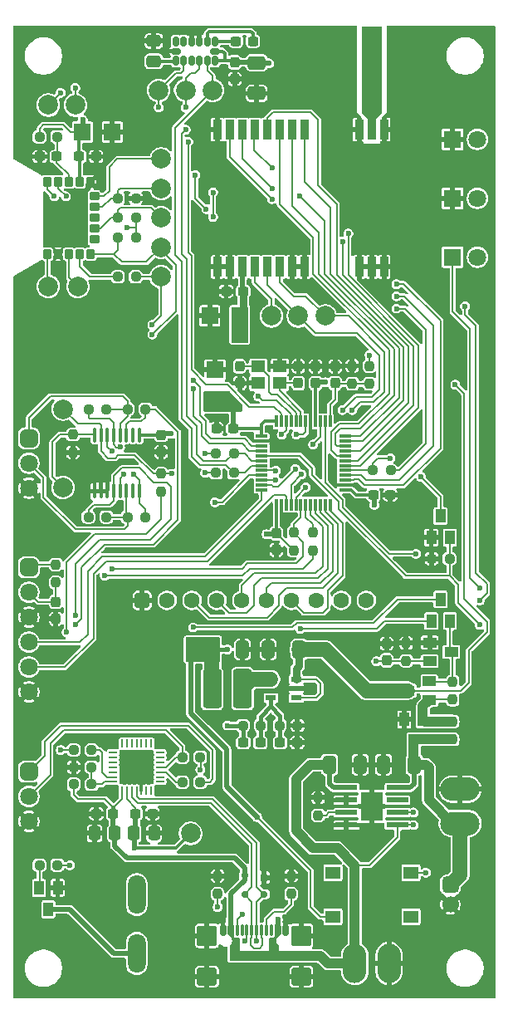
<source format=gbl>
%TF.GenerationSoftware,KiCad,Pcbnew,9.0.4*%
%TF.CreationDate,2026-01-17T12:19:53+01:00*%
%TF.ProjectId,Spoke,53706f6b-652e-46b6-9963-61645f706362,2.1*%
%TF.SameCoordinates,PX5f5e100PY5f5e100*%
%TF.FileFunction,Copper,L2,Bot*%
%TF.FilePolarity,Positive*%
%FSLAX46Y46*%
G04 Gerber Fmt 4.6, Leading zero omitted, Abs format (unit mm)*
G04 Created by KiCad (PCBNEW 9.0.4) date 2026-01-17 12:19:53*
%MOMM*%
%LPD*%
G01*
G04 APERTURE LIST*
G04 Aperture macros list*
%AMRoundRect*
0 Rectangle with rounded corners*
0 $1 Rounding radius*
0 $2 $3 $4 $5 $6 $7 $8 $9 X,Y pos of 4 corners*
0 Add a 4 corners polygon primitive as box body*
4,1,4,$2,$3,$4,$5,$6,$7,$8,$9,$2,$3,0*
0 Add four circle primitives for the rounded corners*
1,1,$1+$1,$2,$3*
1,1,$1+$1,$4,$5*
1,1,$1+$1,$6,$7*
1,1,$1+$1,$8,$9*
0 Add four rect primitives between the rounded corners*
20,1,$1+$1,$2,$3,$4,$5,0*
20,1,$1+$1,$4,$5,$6,$7,0*
20,1,$1+$1,$6,$7,$8,$9,0*
20,1,$1+$1,$8,$9,$2,$3,0*%
G04 Aperture macros list end*
%TA.AperFunction,ComponentPad*%
%ADD10R,1.800000X1.800000*%
%TD*%
%TA.AperFunction,ComponentPad*%
%ADD11C,1.800000*%
%TD*%
%TA.AperFunction,ComponentPad*%
%ADD12RoundRect,0.400000X-0.400000X-0.400000X0.400000X-0.400000X0.400000X0.400000X-0.400000X0.400000X0*%
%TD*%
%TA.AperFunction,ComponentPad*%
%ADD13C,1.600000*%
%TD*%
%TA.AperFunction,SMDPad,CuDef*%
%ADD14R,1.400000X1.000000*%
%TD*%
%TA.AperFunction,SMDPad,CuDef*%
%ADD15RoundRect,0.237500X0.300000X0.237500X-0.300000X0.237500X-0.300000X-0.237500X0.300000X-0.237500X0*%
%TD*%
%TA.AperFunction,SMDPad,CuDef*%
%ADD16RoundRect,0.237500X-0.237500X0.300000X-0.237500X-0.300000X0.237500X-0.300000X0.237500X0.300000X0*%
%TD*%
%TA.AperFunction,ComponentPad*%
%ADD17O,1.800000X4.000000*%
%TD*%
%TA.AperFunction,SMDPad,CuDef*%
%ADD18RoundRect,0.237500X0.250000X0.237500X-0.250000X0.237500X-0.250000X-0.237500X0.250000X-0.237500X0*%
%TD*%
%TA.AperFunction,SMDPad,CuDef*%
%ADD19RoundRect,0.237500X0.237500X-0.250000X0.237500X0.250000X-0.237500X0.250000X-0.237500X-0.250000X0*%
%TD*%
%TA.AperFunction,SMDPad,CuDef*%
%ADD20C,2.000000*%
%TD*%
%TA.AperFunction,SMDPad,CuDef*%
%ADD21RoundRect,0.250000X-0.337500X-0.475000X0.337500X-0.475000X0.337500X0.475000X-0.337500X0.475000X0*%
%TD*%
%TA.AperFunction,SMDPad,CuDef*%
%ADD22RoundRect,0.237500X-0.250000X-0.237500X0.250000X-0.237500X0.250000X0.237500X-0.250000X0.237500X0*%
%TD*%
%TA.AperFunction,SMDPad,CuDef*%
%ADD23R,1.000000X1.400000*%
%TD*%
%TA.AperFunction,SMDPad,CuDef*%
%ADD24RoundRect,0.250000X0.650000X-0.412500X0.650000X0.412500X-0.650000X0.412500X-0.650000X-0.412500X0*%
%TD*%
%TA.AperFunction,SMDPad,CuDef*%
%ADD25RoundRect,0.237500X0.237500X-0.300000X0.237500X0.300000X-0.237500X0.300000X-0.237500X-0.300000X0*%
%TD*%
%TA.AperFunction,SMDPad,CuDef*%
%ADD26RoundRect,0.237500X-0.237500X0.250000X-0.237500X-0.250000X0.237500X-0.250000X0.237500X0.250000X0*%
%TD*%
%TA.AperFunction,SMDPad,CuDef*%
%ADD27R,0.900000X2.000000*%
%TD*%
%TA.AperFunction,SMDPad,CuDef*%
%ADD28RoundRect,0.237500X-0.300000X-0.237500X0.300000X-0.237500X0.300000X0.237500X-0.300000X0.237500X0*%
%TD*%
%TA.AperFunction,SMDPad,CuDef*%
%ADD29RoundRect,0.175000X0.175000X0.325000X-0.175000X0.325000X-0.175000X-0.325000X0.175000X-0.325000X0*%
%TD*%
%TA.AperFunction,SMDPad,CuDef*%
%ADD30RoundRect,0.150000X0.200000X0.150000X-0.200000X0.150000X-0.200000X-0.150000X0.200000X-0.150000X0*%
%TD*%
%TA.AperFunction,SMDPad,CuDef*%
%ADD31O,2.400000X4.000000*%
%TD*%
%TA.AperFunction,SMDPad,CuDef*%
%ADD32RoundRect,0.250000X-0.412500X-0.650000X0.412500X-0.650000X0.412500X0.650000X-0.412500X0.650000X0*%
%TD*%
%TA.AperFunction,SMDPad,CuDef*%
%ADD33R,1.800000X1.700000*%
%TD*%
%TA.AperFunction,SMDPad,CuDef*%
%ADD34RoundRect,0.150000X0.150000X-0.325000X0.150000X0.325000X-0.150000X0.325000X-0.150000X-0.325000X0*%
%TD*%
%TA.AperFunction,SMDPad,CuDef*%
%ADD35RoundRect,0.150000X0.325000X-0.150000X0.325000X0.150000X-0.325000X0.150000X-0.325000X-0.150000X0*%
%TD*%
%TA.AperFunction,ComponentPad*%
%ADD36RoundRect,0.425000X0.425000X-0.425000X0.425000X0.425000X-0.425000X0.425000X-0.425000X-0.425000X0*%
%TD*%
%TA.AperFunction,ComponentPad*%
%ADD37C,1.700000*%
%TD*%
%TA.AperFunction,SMDPad,CuDef*%
%ADD38R,1.550000X1.300000*%
%TD*%
%TA.AperFunction,SMDPad,CuDef*%
%ADD39R,2.200000X0.600000*%
%TD*%
%TA.AperFunction,SMDPad,CuDef*%
%ADD40R,2.290000X3.000000*%
%TD*%
%TA.AperFunction,SMDPad,CuDef*%
%ADD41R,1.400000X1.200000*%
%TD*%
%TA.AperFunction,SMDPad,CuDef*%
%ADD42RoundRect,0.250000X-0.475000X0.337500X-0.475000X-0.337500X0.475000X-0.337500X0.475000X0.337500X0*%
%TD*%
%TA.AperFunction,SMDPad,CuDef*%
%ADD43RoundRect,0.250000X0.412500X0.650000X-0.412500X0.650000X-0.412500X-0.650000X0.412500X-0.650000X0*%
%TD*%
%TA.AperFunction,SMDPad,CuDef*%
%ADD44R,0.300000X1.200000*%
%TD*%
%TA.AperFunction,SMDPad,CuDef*%
%ADD45R,1.200000X0.300000*%
%TD*%
%TA.AperFunction,SMDPad,CuDef*%
%ADD46R,1.400000X5.080000*%
%TD*%
%TA.AperFunction,SMDPad,CuDef*%
%ADD47R,1.200000X5.080000*%
%TD*%
%TA.AperFunction,SMDPad,CuDef*%
%ADD48R,1.700000X1.800000*%
%TD*%
%TA.AperFunction,ComponentPad*%
%ADD49RoundRect,0.450000X-0.450000X0.450000X-0.450000X-0.450000X0.450000X-0.450000X0.450000X0.450000X0*%
%TD*%
%TA.AperFunction,SMDPad,CuDef*%
%ADD50RoundRect,0.062500X0.062500X-0.387500X0.062500X0.387500X-0.062500X0.387500X-0.062500X-0.387500X0*%
%TD*%
%TA.AperFunction,SMDPad,CuDef*%
%ADD51RoundRect,0.062500X0.387500X-0.062500X0.387500X0.062500X-0.387500X0.062500X-0.387500X-0.062500X0*%
%TD*%
%TA.AperFunction,HeatsinkPad*%
%ADD52C,0.600000*%
%TD*%
%TA.AperFunction,HeatsinkPad*%
%ADD53R,3.250000X3.250000*%
%TD*%
%TA.AperFunction,SMDPad,CuDef*%
%ADD54O,4.000000X2.400000*%
%TD*%
%TA.AperFunction,SMDPad,CuDef*%
%ADD55RoundRect,0.250000X0.337500X0.475000X-0.337500X0.475000X-0.337500X-0.475000X0.337500X-0.475000X0*%
%TD*%
%TA.AperFunction,SMDPad,CuDef*%
%ADD56RoundRect,0.126000X0.294000X0.354000X-0.294000X0.354000X-0.294000X-0.354000X0.294000X-0.354000X0*%
%TD*%
%TA.AperFunction,SMDPad,CuDef*%
%ADD57RoundRect,0.126000X-0.354000X0.294000X-0.354000X-0.294000X0.354000X-0.294000X0.354000X0.294000X0*%
%TD*%
%TA.AperFunction,SMDPad,CuDef*%
%ADD58RoundRect,0.100000X0.100000X-0.637500X0.100000X0.637500X-0.100000X0.637500X-0.100000X-0.637500X0*%
%TD*%
%TA.AperFunction,SMDPad,CuDef*%
%ADD59RoundRect,0.150000X0.150000X0.425000X-0.150000X0.425000X-0.150000X-0.425000X0.150000X-0.425000X0*%
%TD*%
%TA.AperFunction,SMDPad,CuDef*%
%ADD60RoundRect,0.075000X0.075000X0.500000X-0.075000X0.500000X-0.075000X-0.500000X0.075000X-0.500000X0*%
%TD*%
%TA.AperFunction,HeatsinkPad*%
%ADD61RoundRect,0.180000X0.820000X0.720000X-0.820000X0.720000X-0.820000X-0.720000X0.820000X-0.720000X0*%
%TD*%
%TA.AperFunction,HeatsinkPad*%
%ADD62RoundRect,0.200000X0.800000X0.850000X-0.800000X0.850000X-0.800000X-0.850000X0.800000X-0.850000X0*%
%TD*%
%TA.AperFunction,SMDPad,CuDef*%
%ADD63R,1.100000X0.600000*%
%TD*%
%TA.AperFunction,SMDPad,CuDef*%
%ADD64RoundRect,0.285000X0.665000X1.715000X-0.665000X1.715000X-0.665000X-1.715000X0.665000X-1.715000X0*%
%TD*%
%TA.AperFunction,ViaPad*%
%ADD65C,0.600000*%
%TD*%
%TA.AperFunction,Conductor*%
%ADD66C,0.300000*%
%TD*%
%TA.AperFunction,Conductor*%
%ADD67C,0.450000*%
%TD*%
%TA.AperFunction,Conductor*%
%ADD68C,0.200000*%
%TD*%
%TA.AperFunction,Conductor*%
%ADD69C,1.000000*%
%TD*%
%TA.AperFunction,Conductor*%
%ADD70C,0.500000*%
%TD*%
%TA.AperFunction,Conductor*%
%ADD71C,1.500000*%
%TD*%
%TA.AperFunction,Conductor*%
%ADD72C,0.800000*%
%TD*%
%TA.AperFunction,Conductor*%
%ADD73C,0.400000*%
%TD*%
G04 APERTURE END LIST*
D10*
%TO.P,D4,1,K*%
%TO.N,GND*%
X20230000Y32000000D03*
D11*
%TO.P,D4,2,A*%
%TO.N,Net-(D4-A)*%
X22770000Y32000000D03*
%TD*%
D10*
%TO.P,D2,1,K*%
%TO.N,Net-(D2-K)*%
X20230000Y26000000D03*
D11*
%TO.P,D2,2,A*%
%TO.N,Net-(D2-A)*%
X22770000Y26000000D03*
%TD*%
D12*
%TO.P,A3,1,GND*%
%TO.N,GND*%
X-11430000Y-9000000D03*
D13*
%TO.P,A3,2,VCC*%
%TO.N,+3V3*%
X-8890000Y-9000000D03*
%TO.P,A3,3,SCL*%
%TO.N,LCD_SCK*%
X-6350000Y-9000000D03*
%TO.P,A3,4,SDA*%
%TO.N,LCD_MOSI*%
X-3810000Y-9000000D03*
%TO.P,A3,5,DC*%
%TO.N,LCD_DC*%
X-1270000Y-9000000D03*
%TO.P,A3,6,RST*%
%TO.N,LCD_RESET*%
X1270000Y-9000000D03*
%TO.P,A3,7,CS*%
%TO.N,LCD_CS*%
X3810000Y-9000000D03*
%TO.P,A3,8,BL*%
%TO.N,LCD_BL*%
X6350000Y-9000000D03*
%TO.P,A3,9,CS-F*%
%TO.N,unconnected-(A3-CS-F-Pad9)*%
X8890000Y-9000000D03*
%TO.P,A3,10,OUT*%
%TO.N,unconnected-(A3-OUT-Pad10)*%
X11430000Y-9000000D03*
%TD*%
D10*
%TO.P,D5,1,K*%
%TO.N,GND*%
X20230000Y38000000D03*
D11*
%TO.P,D5,2,A*%
%TO.N,Net-(D5-A)*%
X22770000Y38000000D03*
%TD*%
D14*
%TO.P,Q3,1,G*%
%TO.N,PWR_HOLD*%
X17900000Y-15200000D03*
%TO.P,Q3,2,S*%
%TO.N,GND*%
X17900000Y-13300000D03*
%TO.P,Q3,3,D*%
%TO.N,Net-(Q2-G)*%
X20100000Y-14250000D03*
%TD*%
D15*
%TO.P,C21,1,1*%
%TO.N,Net-(A1-nRESET)*%
X-20137500Y36250000D03*
%TO.P,C21,2,2*%
%TO.N,GND*%
X-21862500Y36250000D03*
%TD*%
D16*
%TO.P,C15,1,1*%
%TO.N,Net-(U6-PD0)*%
X-1500000Y14862500D03*
%TO.P,C15,2,2*%
%TO.N,GND*%
X-1500000Y13137500D03*
%TD*%
D17*
%TO.P,LS1,1,1*%
%TO.N,+3V3*%
X-12000000Y-39000000D03*
%TO.P,LS1,2,2*%
%TO.N,Net-(Q5-D)*%
X-12000000Y-45000000D03*
%TD*%
D18*
%TO.P,R24,1,1*%
%TO.N,BLE_TXD*%
X-12087500Y24000000D03*
%TO.P,R24,2,2*%
%TO.N,Net-(A1-TXD)*%
X-13912500Y24000000D03*
%TD*%
D15*
%TO.P,C6,1,1*%
%TO.N,GND*%
X-10387500Y-30750000D03*
%TO.P,C6,2,2*%
%TO.N,VDD*%
X-12112500Y-30750000D03*
%TD*%
D19*
%TO.P,R22,1,1*%
%TO.N,CONSOLE_TXD*%
X6000000Y-3912500D03*
%TO.P,R22,2,2*%
%TO.N,Net-(U6-PA9)*%
X6000000Y-2087500D03*
%TD*%
D16*
%TO.P,C11,1,1*%
%TO.N,+3V3*%
X-9500000Y7862500D03*
%TO.P,C11,2,2*%
%TO.N,GND*%
X-9500000Y6137500D03*
%TD*%
D19*
%TO.P,R13,1,1*%
%TO.N,VDD*%
X-9500000Y2087500D03*
%TO.P,R13,2,2*%
%TO.N,MUX_BLE_USB*%
X-9500000Y3912500D03*
%TD*%
D20*
%TO.P,TP15,1,1*%
%TO.N,I2C_SDA*%
X-7000000Y43000000D03*
%TD*%
%TO.P,TP4,1,1*%
%TO.N,BLE_TXD*%
X-9500000Y24000000D03*
%TD*%
D21*
%TO.P,C2,1,1*%
%TO.N,GND*%
X-16287500Y-32750000D03*
%TO.P,C2,2,2*%
%TO.N,VBUS*%
X-14212500Y-32750000D03*
%TD*%
D18*
%TO.P,R35,1,1*%
%TO.N,CONSOLE_TXD*%
X-15087500Y10500000D03*
%TO.P,R35,2,2*%
%TO.N,BLE_RXD*%
X-16912500Y10500000D03*
%TD*%
D22*
%TO.P,R11,1,1*%
%TO.N,USB_RXD*%
X-7324500Y-24984000D03*
%TO.P,R11,2,2*%
%TO.N,VDD*%
X-5499500Y-24984000D03*
%TD*%
D23*
%TO.P,Q4,1,G*%
%TO.N,BOOT0*%
X19950000Y-2600000D03*
%TO.P,Q4,2,S*%
%TO.N,GND*%
X18050000Y-2600000D03*
%TO.P,Q4,3,D*%
%TO.N,PPS_BOOT1*%
X19000000Y-400000D03*
%TD*%
D24*
%TO.P,C34,1,1*%
%TO.N,GND*%
X250000Y42687500D03*
%TO.P,C34,2,2*%
%TO.N,+3V3*%
X250000Y45812500D03*
%TD*%
D15*
%TO.P,C27,1,1*%
%TO.N,+3V3*%
X-1137500Y22500000D03*
%TO.P,C27,2,2*%
%TO.N,GND*%
X-2862500Y22500000D03*
%TD*%
D25*
%TO.P,C4,1,1*%
%TO.N,PWR_HOLD*%
X13500000Y-15112500D03*
%TO.P,C4,2,2*%
%TO.N,GND*%
X13500000Y-13387500D03*
%TD*%
D26*
%TO.P,R4,1,1*%
%TO.N,GND*%
X6500000Y-29087500D03*
%TO.P,R4,2,2*%
%TO.N,Net-(U2-PROG)*%
X6500000Y-30912500D03*
%TD*%
D20*
%TO.P,TP1,1,1*%
%TO.N,VDD*%
X-6500000Y-32750000D03*
%TD*%
D19*
%TO.P,R33,1,1*%
%TO.N,VBAT_SENSE*%
X11750000Y13087500D03*
%TO.P,R33,2,2*%
%TO.N,VCC*%
X11750000Y14912500D03*
%TD*%
D20*
%TO.P,TP10,1,1*%
%TO.N,Net-(A1-SWDIO)*%
X-21000000Y41500000D03*
%TD*%
D27*
%TO.P,A2,1,GND*%
%TO.N,GND*%
X13250000Y25000000D03*
%TO.P,A2,2,GND*%
X11980000Y25000000D03*
%TO.P,A2,3,GND*%
X10710000Y25000000D03*
%TO.P,A2,4,GND*%
X5140000Y25000000D03*
%TO.P,A2,5,GND*%
X3870000Y25000000D03*
%TO.P,A2,6,RXEN*%
%TO.N,RF_RXEN*%
X2600000Y25000000D03*
%TO.P,A2,7,TXEN*%
%TO.N,RF_TXEN*%
X1330000Y25000000D03*
%TO.P,A2,8,DIO2*%
%TO.N,Net-(A2-DIO2)*%
X60000Y25000000D03*
%TO.P,A2,9,VCC*%
%TO.N,+3V3*%
X-1210000Y25000000D03*
%TO.P,A2,10,GND*%
%TO.N,GND*%
X-2480000Y25000000D03*
%TO.P,A2,11,GND*%
X-3750000Y25000000D03*
%TO.P,A2,12,GND*%
X-3750000Y39000000D03*
%TO.P,A2,13,DIO1*%
%TO.N,RF_IRQ*%
X-2480000Y39000000D03*
%TO.P,A2,14,BUSY*%
%TO.N,RF_BUSY*%
X-1210000Y39000000D03*
%TO.P,A2,15,NRST*%
%TO.N,RF_RESET*%
X60000Y39000000D03*
%TO.P,A2,16,MISO*%
%TO.N,RF_MISO*%
X1330000Y39000000D03*
%TO.P,A2,17,MOSI*%
%TO.N,RF_MOSI*%
X2600000Y39000000D03*
%TO.P,A2,18,SCK*%
%TO.N,RF_SCK*%
X3870000Y39000000D03*
%TO.P,A2,19,NSS*%
%TO.N,RF_CS*%
X5140000Y39000000D03*
%TO.P,A2,20,GND*%
%TO.N,GND*%
X10710000Y39000000D03*
%TO.P,A2,21,ANT*%
%TO.N,/ANT*%
X11980000Y39000000D03*
%TO.P,A2,22,GND*%
%TO.N,GND*%
X13250000Y39000000D03*
%TD*%
D20*
%TO.P,TP6,1,1*%
%TO.N,Net-(A1-WAKEUP{slash}SLEEP)*%
X-9500000Y33000000D03*
%TD*%
D18*
%TO.P,R28,1,1*%
%TO.N,+3V3*%
X-12087500Y28000000D03*
%TO.P,R28,2,2*%
%TO.N,BLE_RXD*%
X-13912500Y28000000D03*
%TD*%
D28*
%TO.P,C23,1,1*%
%TO.N,+3V3*%
X-17862500Y36250000D03*
%TO.P,C23,2,2*%
%TO.N,GND*%
X-16137500Y36250000D03*
%TD*%
D19*
%TO.P,R3,1,1*%
%TO.N,Net-(J4-CC1)*%
X3750000Y-38912500D03*
%TO.P,R3,2,2*%
%TO.N,GND*%
X3750000Y-37087500D03*
%TD*%
D29*
%TO.P,U1,1,A*%
%TO.N,GND*%
X1000000Y-37250000D03*
D30*
%TO.P,U1,2,K*%
%TO.N,/USB_DP*%
X1000000Y-38950000D03*
%TO.P,U1,3,K*%
%TO.N,/USB_DN*%
X-1000000Y-38950000D03*
%TO.P,U1,4,K*%
%TO.N,VBUS*%
X-1000000Y-37050000D03*
%TD*%
D31*
%TO.P,J5,1,1*%
%TO.N,VBUS*%
X10250000Y-46000000D03*
%TD*%
D20*
%TO.P,TP17,1,1*%
%TO.N,I2C_INT*%
X-9750000Y43000000D03*
%TD*%
D25*
%TO.P,C19,1,1*%
%TO.N,Net-(U6-PD1)*%
X4500000Y13137500D03*
%TO.P,C19,2,2*%
%TO.N,GND*%
X4500000Y14862500D03*
%TD*%
D32*
%TO.P,C5,1,1*%
%TO.N,GND*%
X13187500Y-25750000D03*
%TO.P,C5,2,2*%
%TO.N,+BATT*%
X16312500Y-25750000D03*
%TD*%
D33*
%TO.P,C14,1,1*%
%TO.N,+3V3*%
X-4000000Y11475000D03*
%TO.P,C14,2,2*%
%TO.N,GND*%
X-4000000Y14525000D03*
%TD*%
D22*
%TO.P,R18,1,1*%
%TO.N,CONSOLE_TXD*%
X-12912500Y10500000D03*
%TO.P,R18,2,2*%
%TO.N,USB_RXD*%
X-11087500Y10500000D03*
%TD*%
D34*
%TO.P,U7,1,VDD_IO*%
%TO.N,+3V3*%
X-4000000Y46000000D03*
%TO.P,U7,2,SCL*%
%TO.N,I2C_SCL*%
X-4800000Y46000000D03*
%TO.P,U7,3,SDA*%
%TO.N,I2C_SDA*%
X-5600000Y46000000D03*
%TO.P,U7,4,INT2*%
%TO.N,unconnected-(U7-INT2-Pad4)*%
X-6400000Y46000000D03*
%TO.P,U7,5,INT1*%
%TO.N,I2C_INT*%
X-7200000Y46000000D03*
%TO.P,U7,6,C1*%
%TO.N,Net-(U7-C1)*%
X-8000000Y46000000D03*
D35*
%TO.P,U7,7,GND*%
%TO.N,GND*%
X-8000000Y47000000D03*
D34*
%TO.P,U7,8,RES_(NC)*%
%TO.N,unconnected-(U7-RES_(NC)-Pad8)*%
X-8000000Y48000000D03*
%TO.P,U7,9,DRDY*%
%TO.N,unconnected-(U7-DRDY-Pad9)*%
X-7200000Y48000000D03*
%TO.P,U7,10,RES_(GND)*%
%TO.N,GND*%
X-6400000Y48000000D03*
%TO.P,U7,11,RES_(GND)*%
X-5600000Y48000000D03*
%TO.P,U7,12,SETP*%
%TO.N,Net-(U7-SETP)*%
X-4800000Y48000000D03*
%TO.P,U7,13,SETC*%
%TO.N,Net-(U7-SETC)*%
X-4000000Y48000000D03*
D35*
%TO.P,U7,14,VDD*%
%TO.N,+3V3*%
X-4000000Y47000000D03*
%TD*%
D19*
%TO.P,R1,1,1*%
%TO.N,Net-(J4-CC2)*%
X-3750000Y-38912500D03*
%TO.P,R1,2,2*%
%TO.N,GND*%
X-3750000Y-37087500D03*
%TD*%
D20*
%TO.P,TP8,1,1*%
%TO.N,Net-(A1-DATA)*%
X-21000000Y23000000D03*
%TD*%
D23*
%TO.P,Q1,1,G*%
%TO.N,GND*%
X15300000Y-21150000D03*
%TO.P,Q1,2,S*%
%TO.N,Net-(Q1-S)*%
X17200000Y-21150000D03*
%TO.P,Q1,3,D*%
%TO.N,+BATT*%
X16250000Y-23350000D03*
%TD*%
D36*
%TO.P,J1,1,1*%
%TO.N,+BATT*%
X20000000Y-38000000D03*
D37*
%TO.P,J1,2,2*%
%TO.N,GND*%
X20000000Y-40000000D03*
%TD*%
D23*
%TO.P,Q5,1,G*%
%TO.N,Net-(Q5-G)*%
X-21950000Y-38300000D03*
%TO.P,Q5,2,S*%
%TO.N,GND*%
X-20050000Y-38300000D03*
%TO.P,Q5,3,D*%
%TO.N,Net-(Q5-D)*%
X-21000000Y-40500000D03*
%TD*%
D38*
%TO.P,SW5,1,1*%
%TO.N,+3V3*%
X8020000Y-41250000D03*
%TO.P,SW5,2,2*%
X15980000Y-41250000D03*
%TO.P,SW5,3,2*%
%TO.N,BOOT0*%
X8020000Y-36750000D03*
%TO.P,SW5,4,2*%
X15980000Y-36750000D03*
%TD*%
D39*
%TO.P,U2,1,TEMP*%
%TO.N,GND*%
X9400000Y-31905000D03*
%TO.P,U2,2,PROG*%
%TO.N,Net-(U2-PROG)*%
X9400000Y-30635000D03*
%TO.P,U2,3,GND*%
%TO.N,GND*%
X9400000Y-29365000D03*
%TO.P,U2,4,VCC*%
%TO.N,VBUS*%
X9400000Y-28095000D03*
%TO.P,U2,5,BAT*%
%TO.N,+BATT*%
X14600000Y-28095000D03*
%TO.P,U2,6,~{STDBY}*%
%TO.N,unconnected-(U2-~{STDBY}-Pad6)*%
X14600000Y-29365000D03*
%TO.P,U2,7,~{CHRG}*%
%TO.N,Net-(D2-K)*%
X14600000Y-30635000D03*
%TO.P,U2,8,CE*%
%TO.N,VBUS*%
X14600000Y-31905000D03*
D40*
%TO.P,U2,9,EXPOSED_PAD*%
%TO.N,GND*%
X12000000Y-30000000D03*
%TD*%
D16*
%TO.P,C35,1,1*%
%TO.N,+3V3*%
X-2000000Y45862500D03*
%TO.P,C35,2,2*%
%TO.N,GND*%
X-2000000Y44137500D03*
%TD*%
D18*
%TO.P,R40,1,1*%
%TO.N,I2C_SCL*%
X-2087500Y4000000D03*
%TO.P,R40,2,2*%
%TO.N,+3V3*%
X-3912500Y4000000D03*
%TD*%
D16*
%TO.P,C10,1,1*%
%TO.N,MCU_RESET*%
X-20250000Y-9137500D03*
%TO.P,C10,2,2*%
%TO.N,GND*%
X-20250000Y-10862500D03*
%TD*%
D18*
%TO.P,R16,1,1*%
%TO.N,GND*%
X4412500Y-21750000D03*
%TO.P,R16,2,2*%
%TO.N,Net-(U4-FB)*%
X2587500Y-21750000D03*
%TD*%
D22*
%TO.P,R36,1,1*%
%TO.N,CONSOLE_RXD*%
X-12912500Y-500000D03*
%TO.P,R36,2,2*%
%TO.N,BLE_TXD*%
X-11087500Y-500000D03*
%TD*%
%TO.P,R12,1,1*%
%TO.N,Net-(U3-TXD)*%
X-7324500Y-27524000D03*
%TO.P,R12,2,2*%
%TO.N,USB_TXD*%
X-5499500Y-27524000D03*
%TD*%
D31*
%TO.P,J6,1,1*%
%TO.N,GND*%
X13750000Y-46000000D03*
%TD*%
D15*
%TO.P,C20,1,1*%
%TO.N,+3V3*%
X-2137500Y8500000D03*
%TO.P,C20,2,2*%
%TO.N,GND*%
X-3862500Y8500000D03*
%TD*%
D32*
%TO.P,C8,1,1*%
%TO.N,GND*%
X1437500Y-14000000D03*
%TO.P,C8,2,2*%
%TO.N,VCC*%
X4562500Y-14000000D03*
%TD*%
D18*
%TO.P,R8,1,1*%
%TO.N,Net-(U3-~{RST})*%
X-16587500Y-24250000D03*
%TO.P,R8,2,2*%
%TO.N,VDD*%
X-18412500Y-24250000D03*
%TD*%
D14*
%TO.P,Q2,1,G*%
%TO.N,Net-(Q2-G)*%
X17850000Y-17250000D03*
%TO.P,Q2,2,S*%
%TO.N,Net-(Q1-S)*%
X17850000Y-19150000D03*
%TO.P,Q2,3,D*%
%TO.N,VCC*%
X15650000Y-18200000D03*
%TD*%
D19*
%TO.P,R7,1,1*%
%TO.N,Net-(Q1-S)*%
X20250000Y-19112500D03*
%TO.P,R7,2,2*%
%TO.N,Net-(Q2-G)*%
X20250000Y-17287500D03*
%TD*%
D41*
%TO.P,X1,1,1*%
%TO.N,Net-(U6-PD0)*%
X400000Y14850000D03*
%TO.P,X1,2,2*%
%TO.N,GND*%
X2600000Y14850000D03*
%TO.P,X1,3,3*%
%TO.N,Net-(U6-PD1)*%
X2600000Y13150000D03*
%TO.P,X1,4,4*%
%TO.N,GND*%
X400000Y13150000D03*
%TD*%
D20*
%TO.P,TP14,1,1*%
%TO.N,RF_RXEN*%
X7250000Y20000000D03*
%TD*%
%TO.P,TP13,1,1*%
%TO.N,I2C_SCL*%
X-4250000Y43000000D03*
%TD*%
%TO.P,TP9,1,1*%
%TO.N,Net-(A1-DISC)*%
X-9500000Y36000000D03*
%TD*%
D42*
%TO.P,C32,1,1*%
%TO.N,GND*%
X-10250000Y48037500D03*
%TO.P,C32,2,2*%
%TO.N,Net-(U7-C1)*%
X-10250000Y45962500D03*
%TD*%
D18*
%TO.P,R17,1,1*%
%TO.N,BOOT0*%
X19912500Y-4750000D03*
%TO.P,R17,2,2*%
%TO.N,GND*%
X18087500Y-4750000D03*
%TD*%
D28*
%TO.P,C9,1,1*%
%TO.N,Net-(U4-FB)*%
X2637500Y-23500000D03*
%TO.P,C9,2,2*%
%TO.N,GND*%
X4362500Y-23500000D03*
%TD*%
D25*
%TO.P,C16,1,1*%
%TO.N,+3V3*%
X6250000Y13137500D03*
%TO.P,C16,2,2*%
%TO.N,GND*%
X6250000Y14862500D03*
%TD*%
D43*
%TO.P,C1,1,1*%
%TO.N,GND*%
X10812500Y-25750000D03*
%TO.P,C1,2,2*%
%TO.N,VBUS*%
X7687500Y-25750000D03*
%TD*%
D44*
%TO.P,U6,1,VBAT*%
%TO.N,+3V3*%
X2250000Y9250000D03*
%TO.P,U6,2,PC13*%
%TO.N,I2C_INT*%
X2750000Y9250000D03*
%TO.P,U6,3,PC14*%
%TO.N,MUX_BLE_USB*%
X3250000Y9250000D03*
%TO.P,U6,4,PC15*%
%TO.N,BTN_ALARM*%
X3750000Y9250000D03*
%TO.P,U6,5,PD0*%
%TO.N,Net-(U6-PD0)*%
X4250000Y9250000D03*
%TO.P,U6,6,PD1*%
%TO.N,Net-(U6-PD1)*%
X4750000Y9250000D03*
%TO.P,U6,7,NRST*%
%TO.N,MCU_RESET*%
X5250000Y9250000D03*
%TO.P,U6,8,VSSA*%
%TO.N,GND*%
X5750000Y9250000D03*
%TO.P,U6,9,VDDA*%
%TO.N,+3V3*%
X6250000Y9250000D03*
%TO.P,U6,10,PA0*%
%TO.N,BUZZER*%
X6750000Y9250000D03*
%TO.P,U6,11,PA1*%
%TO.N,LCD_BL*%
X7250000Y9250000D03*
%TO.P,U6,12,PA2*%
%TO.N,VBAT_SENSE*%
X7750000Y9250000D03*
D45*
%TO.P,U6,13,PA3*%
%TO.N,RF_RESET*%
X9250000Y7750000D03*
%TO.P,U6,14,PA4*%
%TO.N,RF_CS*%
X9250000Y7250000D03*
%TO.P,U6,15,PA5*%
%TO.N,RF_SCK*%
X9250000Y6750000D03*
%TO.P,U6,16,PA6*%
%TO.N,RF_MISO*%
X9250000Y6250000D03*
%TO.P,U6,17,PA7*%
%TO.N,RF_MOSI*%
X9250000Y5750000D03*
%TO.P,U6,18,PB0*%
%TO.N,RF_IRQ*%
X9250000Y5250000D03*
%TO.P,U6,19,PB1*%
%TO.N,RF_BUSY*%
X9250000Y4750000D03*
%TO.P,U6,20,PB2*%
%TO.N,PPS_BOOT1*%
X9250000Y4250000D03*
%TO.P,U6,21,PB10*%
%TO.N,GPS_RXD*%
X9250000Y3750000D03*
%TO.P,U6,22,PB11*%
%TO.N,GPS_TXD*%
X9250000Y3250000D03*
%TO.P,U6,23,VSS_1*%
%TO.N,GND*%
X9250000Y2750000D03*
%TO.P,U6,24,VDD_1*%
%TO.N,+3V3*%
X9250000Y2250000D03*
D44*
%TO.P,U6,25,PB12*%
%TO.N,LCD_CS*%
X7750000Y750000D03*
%TO.P,U6,26,PB13*%
%TO.N,LCD_SCK*%
X7250000Y750000D03*
%TO.P,U6,27,PB14*%
%TO.N,LCD_RESET*%
X6750000Y750000D03*
%TO.P,U6,28,PB15*%
%TO.N,LCD_MOSI*%
X6250000Y750000D03*
%TO.P,U6,29,PA8*%
%TO.N,LCD_DC*%
X5750000Y750000D03*
%TO.P,U6,30,PA9*%
%TO.N,Net-(U6-PA9)*%
X5250000Y750000D03*
%TO.P,U6,31,PA10*%
%TO.N,CONSOLE_RXD*%
X4750000Y750000D03*
%TO.P,U6,32,PA11*%
%TO.N,PWR_HOLD*%
X4250000Y750000D03*
%TO.P,U6,33,PA12*%
%TO.N,RF_RXEN*%
X3750000Y750000D03*
%TO.P,U6,34,PA13*%
%TO.N,SWD_IO*%
X3250000Y750000D03*
%TO.P,U6,35,VSS_2*%
%TO.N,GND*%
X2750000Y750000D03*
%TO.P,U6,36,VDD_2*%
%TO.N,+3V3*%
X2250000Y750000D03*
D45*
%TO.P,U6,37,PA14*%
%TO.N,SWD_CLK*%
X750000Y2250000D03*
%TO.P,U6,38,PA15*%
%TO.N,RF_TXEN*%
X750000Y2750000D03*
%TO.P,U6,39,PB3*%
%TO.N,BTN_ESC*%
X750000Y3250000D03*
%TO.P,U6,40,PB4*%
%TO.N,BTN_OK*%
X750000Y3750000D03*
%TO.P,U6,41,PB5*%
%TO.N,BTN_PWR*%
X750000Y4250000D03*
%TO.P,U6,42,PB6*%
%TO.N,I2C_SCL*%
X750000Y4750000D03*
%TO.P,U6,43,PB7*%
%TO.N,I2C_SDA*%
X750000Y5250000D03*
%TO.P,U6,44,BOOT0*%
%TO.N,BOOT0*%
X750000Y5750000D03*
%TO.P,U6,45,PB8*%
%TO.N,LED_RED*%
X750000Y6250000D03*
%TO.P,U6,46,PB9*%
%TO.N,LED_GREEN*%
X750000Y6750000D03*
%TO.P,U6,47,VSS_3*%
%TO.N,GND*%
X750000Y7250000D03*
%TO.P,U6,48,VDD_3*%
%TO.N,+3V3*%
X750000Y7750000D03*
%TD*%
D20*
%TO.P,TP12,1,1*%
%TO.N,Net-(A1-LINK)*%
X-18000000Y23000000D03*
%TD*%
%TO.P,TP3,1,1*%
%TO.N,Net-(U5-S1)*%
X-19500000Y2500000D03*
%TD*%
D26*
%TO.P,R14,1,1*%
%TO.N,Net-(U5-S1)*%
X-18500000Y7912500D03*
%TO.P,R14,2,2*%
%TO.N,GND*%
X-18500000Y6087500D03*
%TD*%
D20*
%TO.P,TP7,1,1*%
%TO.N,Net-(A1-MODE)*%
X-9500000Y30000000D03*
%TD*%
D46*
%TO.P,J12,1,RF*%
%TO.N,/ANT*%
X12000000Y47000000D03*
%TO.P,J12,2,GND*%
%TO.N,GND*%
X7750000Y47000000D03*
D47*
X9380000Y47000000D03*
X14620000Y47000000D03*
D46*
X16250000Y47000000D03*
%TD*%
D48*
%TO.P,C26,1,1*%
%TO.N,+3V3*%
X-1475000Y20000000D03*
%TO.P,C26,2,2*%
%TO.N,GND*%
X-4525000Y20000000D03*
%TD*%
D22*
%TO.P,R32,1,1*%
%TO.N,+3V3*%
X-21912500Y38250000D03*
%TO.P,R32,2,2*%
%TO.N,Net-(A1-nRESET)*%
X-20087500Y38250000D03*
%TD*%
D19*
%TO.P,R15,1,1*%
%TO.N,MCU_RESET*%
X-20250000Y-7162500D03*
%TO.P,R15,2,2*%
%TO.N,+3V3*%
X-20250000Y-5337500D03*
%TD*%
D49*
%TO.P,J8,1,1*%
%TO.N,+3V3*%
X-23000000Y-5650000D03*
D11*
%TO.P,J8,2,2*%
%TO.N,MCU_RESET*%
X-23000000Y-8190000D03*
%TO.P,J8,3,3*%
%TO.N,GND*%
X-23000000Y-10730000D03*
%TO.P,J8,4,4*%
%TO.N,SWD_CLK*%
X-23000000Y-13270000D03*
%TO.P,J8,5,5*%
%TO.N,SWD_IO*%
X-23000000Y-15810000D03*
%TO.P,J8,6,6*%
%TO.N,GND*%
X-23000000Y-18350000D03*
%TD*%
D18*
%TO.P,R21,1,1*%
%TO.N,GPS_PPS*%
X13912500Y4250000D03*
%TO.P,R21,2,2*%
%TO.N,PPS_BOOT1*%
X12087500Y4250000D03*
%TD*%
%TO.P,R6,1,1*%
%TO.N,Net-(U3-VBUS)*%
X-16587500Y-26000000D03*
%TO.P,R6,2,2*%
%TO.N,GND*%
X-18412500Y-26000000D03*
%TD*%
D28*
%TO.P,C36,1,1*%
%TO.N,Net-(U7-SETC)*%
X-1862500Y48000000D03*
%TO.P,C36,2,2*%
%TO.N,Net-(U7-SETP)*%
X-137500Y48000000D03*
%TD*%
D15*
%TO.P,C12,1,1*%
%TO.N,Net-(U4-FB)*%
X612500Y-23500000D03*
%TO.P,C12,2,2*%
%TO.N,+3V3*%
X-1112500Y-23500000D03*
%TD*%
D49*
%TO.P,J7,1,1*%
%TO.N,USB_TXD*%
X-23000000Y-26460000D03*
D11*
%TO.P,J7,2,2*%
%TO.N,USB_RXD*%
X-23000000Y-29000000D03*
%TO.P,J7,3,3*%
%TO.N,GND*%
X-23000000Y-31540000D03*
%TD*%
D43*
%TO.P,C13,1,1*%
%TO.N,GND*%
X-1187500Y-14000000D03*
%TO.P,C13,2,2*%
%TO.N,+3V3*%
X-4312500Y-14000000D03*
%TD*%
D20*
%TO.P,TP5,1,1*%
%TO.N,BLE_RXD*%
X-9500000Y27000000D03*
%TD*%
D22*
%TO.P,R30,1,1*%
%TO.N,Net-(A1-WAKEUP{slash}SLEEP)*%
X-13912500Y32000000D03*
%TO.P,R30,2,2*%
%TO.N,GND*%
X-12087500Y32000000D03*
%TD*%
D20*
%TO.P,TP18,1,1*%
%TO.N,Net-(A2-DIO2)*%
X1750000Y20000000D03*
%TD*%
D26*
%TO.P,R23,1,1*%
%TO.N,CONSOLE_RXD*%
X4000000Y-2087500D03*
%TO.P,R23,2,2*%
%TO.N,+3V3*%
X4000000Y-3912500D03*
%TD*%
D50*
%TO.P,U3,1,~{DCD}*%
%TO.N,unconnected-(U3-~{DCD}-Pad1)*%
X-10500000Y-28400000D03*
%TO.P,U3,2,~{RI}/CLK*%
%TO.N,unconnected-(U3-~{RI}{slash}CLK-Pad2)*%
X-11000000Y-28400000D03*
%TO.P,U3,3,GND*%
%TO.N,GND*%
X-11500000Y-28400000D03*
%TO.P,U3,4,D+*%
%TO.N,/USB_DP*%
X-12000000Y-28400000D03*
%TO.P,U3,5,D-*%
%TO.N,/USB_DN*%
X-12500000Y-28400000D03*
%TO.P,U3,6,VDD*%
%TO.N,VDD*%
X-13000000Y-28400000D03*
%TO.P,U3,7,VREGIN*%
%TO.N,VBUS*%
X-13500000Y-28400000D03*
D51*
%TO.P,U3,8,VBUS*%
%TO.N,Net-(U3-VBUS)*%
X-14400000Y-27500000D03*
%TO.P,U3,9,~{RST}*%
%TO.N,Net-(U3-~{RST})*%
X-14400000Y-27000000D03*
%TO.P,U3,10,NC*%
%TO.N,unconnected-(U3-NC-Pad10)*%
X-14400000Y-26500000D03*
%TO.P,U3,11,~{SUSPEND}*%
%TO.N,unconnected-(U3-~{SUSPEND}-Pad11)*%
X-14400000Y-26000000D03*
%TO.P,U3,12,SUSPEND*%
%TO.N,unconnected-(U3-SUSPEND-Pad12)*%
X-14400000Y-25500000D03*
%TO.P,U3,13,CHREN*%
%TO.N,unconnected-(U3-CHREN-Pad13)*%
X-14400000Y-25000000D03*
%TO.P,U3,14,CHR1*%
%TO.N,unconnected-(U3-CHR1-Pad14)*%
X-14400000Y-24500000D03*
D50*
%TO.P,U3,15,CHR0*%
%TO.N,unconnected-(U3-CHR0-Pad15)*%
X-13500000Y-23600000D03*
%TO.P,U3,16,~{WAKEUP}/GPIO.3*%
%TO.N,unconnected-(U3-~{WAKEUP}{slash}GPIO.3-Pad16)*%
X-13000000Y-23600000D03*
%TO.P,U3,17,RS485/GPIO.2*%
%TO.N,unconnected-(U3-RS485{slash}GPIO.2-Pad17)*%
X-12500000Y-23600000D03*
%TO.P,U3,18,~{RXT}/GPIO.1*%
%TO.N,unconnected-(U3-~{RXT}{slash}GPIO.1-Pad18)*%
X-12000000Y-23600000D03*
%TO.P,U3,19,~{TXT}/GPIO.0*%
%TO.N,unconnected-(U3-~{TXT}{slash}GPIO.0-Pad19)*%
X-11500000Y-23600000D03*
%TO.P,U3,20,GPIO.6*%
%TO.N,unconnected-(U3-GPIO.6-Pad20)*%
X-11000000Y-23600000D03*
%TO.P,U3,21,GPIO.5*%
%TO.N,unconnected-(U3-GPIO.5-Pad21)*%
X-10500000Y-23600000D03*
D51*
%TO.P,U3,22,GPIO.4*%
%TO.N,unconnected-(U3-GPIO.4-Pad22)*%
X-9600000Y-24500000D03*
%TO.P,U3,23,~{CTS}*%
%TO.N,unconnected-(U3-~{CTS}-Pad23)*%
X-9600000Y-25000000D03*
%TO.P,U3,24,~{RTS}*%
%TO.N,unconnected-(U3-~{RTS}-Pad24)*%
X-9600000Y-25500000D03*
%TO.P,U3,25,RXD*%
%TO.N,USB_RXD*%
X-9600000Y-26000000D03*
%TO.P,U3,26,TXD*%
%TO.N,Net-(U3-TXD)*%
X-9600000Y-26500000D03*
%TO.P,U3,27,~{DSR}*%
%TO.N,unconnected-(U3-~{DSR}-Pad27)*%
X-9600000Y-27000000D03*
%TO.P,U3,28,~{DTR}*%
%TO.N,unconnected-(U3-~{DTR}-Pad28)*%
X-9600000Y-27500000D03*
D52*
%TO.P,U3,29,GND*%
%TO.N,GND*%
X-13000000Y-27000000D03*
X-11000000Y-27000000D03*
X-12000000Y-26000000D03*
D53*
X-12000000Y-26000000D03*
D52*
X-13000000Y-25000000D03*
X-11000000Y-25000000D03*
%TD*%
D54*
%TO.P,J2,1,1*%
%TO.N,+BATT*%
X21000000Y-31750000D03*
%TD*%
D20*
%TO.P,TP11,1,1*%
%TO.N,Net-(A1-SWDCLK)*%
X-18250000Y41500000D03*
%TD*%
D16*
%TO.P,C18,1,1*%
%TO.N,+3V3*%
X2250000Y-2137500D03*
%TO.P,C18,2,2*%
%TO.N,GND*%
X2250000Y-3862500D03*
%TD*%
D18*
%TO.P,R25,1,1*%
%TO.N,BUZZER*%
X-20087500Y-36000000D03*
%TO.P,R25,2,2*%
%TO.N,Net-(Q5-G)*%
X-21912500Y-36000000D03*
%TD*%
D48*
%TO.P,C25,1,1*%
%TO.N,+3V3*%
X-17525000Y38750000D03*
%TO.P,C25,2,2*%
%TO.N,GND*%
X-14475000Y38750000D03*
%TD*%
D20*
%TO.P,TP16,1,1*%
%TO.N,RF_TXEN*%
X4500000Y20000000D03*
%TD*%
D22*
%TO.P,R20,1,1*%
%TO.N,+3V3*%
X-1162500Y-21750000D03*
%TO.P,R20,2,2*%
%TO.N,Net-(U4-FB)*%
X662500Y-21750000D03*
%TD*%
D19*
%TO.P,R2,1,1*%
%TO.N,+BATT*%
X20250000Y-23162500D03*
%TO.P,R2,2,2*%
%TO.N,Net-(Q1-S)*%
X20250000Y-21337500D03*
%TD*%
D26*
%TO.P,R9,1,1*%
%TO.N,GND*%
X15500000Y-13337500D03*
%TO.P,R9,2,2*%
%TO.N,PWR_HOLD*%
X15500000Y-15162500D03*
%TD*%
D28*
%TO.P,C3,1,1*%
%TO.N,GND*%
X-16112500Y-30750000D03*
%TO.P,C3,2,2*%
%TO.N,VBUS*%
X-14387500Y-30750000D03*
%TD*%
D55*
%TO.P,C7,1,1*%
%TO.N,GND*%
X-10212500Y-32750000D03*
%TO.P,C7,2,2*%
%TO.N,VDD*%
X-12287500Y-32750000D03*
%TD*%
D22*
%TO.P,R5,1,1*%
%TO.N,VBUS*%
X-18412500Y-27750000D03*
%TO.P,R5,2,2*%
%TO.N,Net-(U3-VBUS)*%
X-16587500Y-27750000D03*
%TD*%
D49*
%TO.P,J9,1,1*%
%TO.N,CONSOLE_TXD*%
X-23000000Y7540000D03*
D11*
%TO.P,J9,2,2*%
%TO.N,CONSOLE_RXD*%
X-23000000Y5000000D03*
%TO.P,J9,3,3*%
%TO.N,GND*%
X-23000000Y2460000D03*
%TD*%
D18*
%TO.P,R19,1,1*%
%TO.N,CONSOLE_RXD*%
X-15087500Y-500000D03*
%TO.P,R19,2,2*%
%TO.N,USB_TXD*%
X-16912500Y-500000D03*
%TD*%
D54*
%TO.P,J3,1,1*%
%TO.N,GND*%
X21000000Y-28250000D03*
%TD*%
D56*
%TO.P,A1,1,SWDIO*%
%TO.N,Net-(A1-SWDIO)*%
X-21100000Y33700000D03*
%TO.P,A1,2,SWDCLK*%
%TO.N,Net-(A1-SWDCLK)*%
X-20000000Y33700000D03*
%TO.P,A1,3,nRESET*%
%TO.N,Net-(A1-nRESET)*%
X-18900000Y33700000D03*
%TO.P,A1,4,VCC*%
%TO.N,+3V3*%
X-17800000Y33700000D03*
%TO.P,A1,5,GND*%
%TO.N,GND*%
X-16700000Y33700000D03*
D57*
%TO.P,A1,6,DISC*%
%TO.N,Net-(A1-DISC)*%
X-16300000Y32200000D03*
%TO.P,A1,7,WAKEUP/SLEEP*%
%TO.N,Net-(A1-WAKEUP{slash}SLEEP)*%
X-16300000Y31100000D03*
%TO.P,A1,8,NC*%
%TO.N,unconnected-(A1-NC-Pad8)*%
X-16300000Y30000000D03*
%TO.P,A1,9,MODE*%
%TO.N,Net-(A1-MODE)*%
X-16300000Y28900000D03*
%TO.P,A1,10,NC*%
%TO.N,unconnected-(A1-NC-Pad10)*%
X-16300000Y27800000D03*
D56*
%TO.P,A1,11,RXD*%
%TO.N,BLE_RXD*%
X-16700000Y26300000D03*
%TO.P,A1,12,TXD*%
%TO.N,Net-(A1-TXD)*%
X-17800000Y26300000D03*
%TO.P,A1,13,LINK*%
%TO.N,Net-(A1-LINK)*%
X-18900000Y26300000D03*
%TO.P,A1,14,GND*%
%TO.N,GND*%
X-20000000Y26300000D03*
%TO.P,A1,15,DATA*%
%TO.N,Net-(A1-DATA)*%
X-21100000Y26300000D03*
%TD*%
D23*
%TO.P,D1,1*%
%TO.N,Net-(Q2-G)*%
X19950000Y-11100000D03*
%TO.P,D1,2*%
%TO.N,BTN_PWR*%
X18050000Y-11100000D03*
%TO.P,D1,3*%
%TO.N,Net-(D1-Pad3)*%
X19000000Y-8900000D03*
%TD*%
D25*
%TO.P,C22,1,1*%
%TO.N,VBAT_SENSE*%
X8250000Y13137500D03*
%TO.P,C22,2,2*%
%TO.N,GND*%
X8250000Y14862500D03*
%TD*%
D58*
%TO.P,U5,1,2Y0*%
%TO.N,BLE_TXD*%
X-11725000Y2137500D03*
%TO.P,U5,2,2Y2*%
%TO.N,unconnected-(U5-2Y2-Pad2)*%
X-12375000Y2137500D03*
%TO.P,U5,3,2Z*%
%TO.N,CONSOLE_RXD*%
X-13025000Y2137500D03*
%TO.P,U5,4,2Y3*%
%TO.N,GPS_TXD*%
X-13675000Y2137500D03*
%TO.P,U5,5,2Y1*%
%TO.N,USB_TXD*%
X-14325000Y2137500D03*
%TO.P,U5,6,~{E}*%
%TO.N,GND*%
X-14975000Y2137500D03*
%TO.P,U5,7,VEE*%
X-15625000Y2137500D03*
%TO.P,U5,8,GND*%
X-16275000Y2137500D03*
%TO.P,U5,9,S1*%
%TO.N,Net-(U5-S1)*%
X-16275000Y7862500D03*
%TO.P,U5,10,S0*%
%TO.N,MUX_BLE_USB*%
X-15625000Y7862500D03*
%TO.P,U5,11,1Y3*%
%TO.N,GPS_RXD*%
X-14975000Y7862500D03*
%TO.P,U5,12,1Y0*%
%TO.N,BLE_RXD*%
X-14325000Y7862500D03*
%TO.P,U5,13,1Z*%
%TO.N,CONSOLE_TXD*%
X-13675000Y7862500D03*
%TO.P,U5,14,1Y1*%
%TO.N,USB_RXD*%
X-13025000Y7862500D03*
%TO.P,U5,15,1Y2*%
%TO.N,unconnected-(U5-1Y2-Pad15)*%
X-12375000Y7862500D03*
%TO.P,U5,16,VDD*%
%TO.N,+3V3*%
X-11725000Y7862500D03*
%TD*%
D59*
%TO.P,J4,A1B12,GND*%
%TO.N,GND*%
X3200000Y-42620000D03*
%TO.P,J4,A4B9,VBUS*%
%TO.N,VBUS*%
X2400000Y-42620000D03*
D60*
%TO.P,J4,A5,CC1*%
%TO.N,Net-(J4-CC1)*%
X1250000Y-42620000D03*
%TO.P,J4,A6,D+*%
%TO.N,/USB_DP*%
X250000Y-42620000D03*
%TO.P,J4,A7,D-*%
%TO.N,/USB_DN*%
X-250000Y-42620000D03*
%TO.P,J4,A8,SBU1*%
%TO.N,unconnected-(J4-SBU1-PadA8)*%
X-1250000Y-42620000D03*
D59*
%TO.P,J4,A9B4,VBUS*%
%TO.N,VBUS*%
X-2400000Y-42620000D03*
%TO.P,J4,A12B1,GND*%
%TO.N,GND*%
X-3200000Y-42620000D03*
D60*
%TO.P,J4,B5,CC2*%
%TO.N,Net-(J4-CC2)*%
X-1750000Y-42620000D03*
%TO.P,J4,B6,D+*%
%TO.N,/USB_DP*%
X-750000Y-42620000D03*
%TO.P,J4,B7,D-*%
%TO.N,/USB_DN*%
X750000Y-42620000D03*
%TO.P,J4,B8,SBU2*%
%TO.N,unconnected-(J4-SBU2-PadB8)*%
X1750000Y-42620000D03*
D61*
%TO.P,J4,S,SHIELD*%
%TO.N,GND*%
X4820000Y-47375000D03*
D62*
X4820000Y-43195000D03*
D61*
X-4820000Y-47375000D03*
D62*
X-4820000Y-43195000D03*
%TD*%
D20*
%TO.P,TP2,1,1*%
%TO.N,MUX_BLE_USB*%
X-19500000Y10500000D03*
%TD*%
D26*
%TO.P,R34,1,1*%
%TO.N,GND*%
X10000000Y14912500D03*
%TO.P,R34,2,2*%
%TO.N,VBAT_SENSE*%
X10000000Y13087500D03*
%TD*%
D18*
%TO.P,R41,1,1*%
%TO.N,I2C_SDA*%
X-2087500Y6000000D03*
%TO.P,R41,2,2*%
%TO.N,+3V3*%
X-3912500Y6000000D03*
%TD*%
D63*
%TO.P,U4,1,VIN*%
%TO.N,VCC*%
X4300000Y-17050000D03*
%TO.P,U4,2,GND*%
%TO.N,GND*%
X4300000Y-18000000D03*
%TO.P,U4,3,EN*%
%TO.N,VCC*%
X4300000Y-18950000D03*
%TO.P,U4,4,FB*%
%TO.N,Net-(U4-FB)*%
X1700000Y-18950000D03*
%TO.P,U4,5,SW*%
%TO.N,Net-(U4-SW)*%
X1700000Y-17050000D03*
%TD*%
D64*
%TO.P,L1,1,1*%
%TO.N,Net-(U4-SW)*%
X-1200000Y-18000000D03*
%TO.P,L1,2,2*%
%TO.N,+3V3*%
X-4300000Y-18000000D03*
%TD*%
D28*
%TO.P,C17,1,1*%
%TO.N,+3V3*%
X12137500Y1750000D03*
%TO.P,C17,2,2*%
%TO.N,GND*%
X13862500Y1750000D03*
%TD*%
D18*
%TO.P,R31,1,1*%
%TO.N,+3V3*%
X-12087500Y30000000D03*
%TO.P,R31,2,2*%
%TO.N,Net-(A1-MODE)*%
X-13912500Y30000000D03*
%TD*%
D65*
%TO.N,GND*%
X-6400000Y-43200000D03*
X-24000000Y-49000000D03*
X-9800000Y-10500000D03*
X11400000Y-36800000D03*
X2400000Y-38600000D03*
X-3000000Y41300000D03*
X-23200000Y36200000D03*
X6600000Y4000000D03*
X24000000Y-21000000D03*
X-2000000Y-25000000D03*
X-4300000Y9600000D03*
X16000000Y6500000D03*
X-6000000Y49000000D03*
X10800000Y-20200000D03*
X10000000Y37400000D03*
X10200000Y-10500000D03*
X24000000Y-35000000D03*
X3100000Y4300000D03*
X9400000Y-33400000D03*
X-10500000Y-7400000D03*
X-3800000Y23500000D03*
X-5400000Y-11000000D03*
X3200000Y-13200000D03*
X6800000Y1900000D03*
X20500000Y19100000D03*
X2000000Y-49000000D03*
X-18800000Y-38800000D03*
X-18000000Y49000000D03*
X-19000000Y19200000D03*
X10000000Y34300000D03*
X-18800000Y-37800000D03*
X4400000Y-25000000D03*
X4400000Y-20200000D03*
X6000000Y-21800000D03*
X-12600000Y38750000D03*
X10800000Y-2800000D03*
X-24000000Y11000000D03*
X-10800000Y32000000D03*
X14000000Y-49000000D03*
X14600000Y42500000D03*
X13800000Y-43200000D03*
X-17600000Y4600000D03*
X300000Y-3000000D03*
X-4800000Y-41200000D03*
X-9400000Y-23100000D03*
X9800000Y-3800000D03*
X-22000000Y-14600000D03*
X1400000Y8600000D03*
X24000000Y43000000D03*
X-2800000Y-47400000D03*
X3000000Y-32000000D03*
X-3900000Y21700000D03*
X-3400000Y9600000D03*
X-1600000Y-27800000D03*
X4500000Y16000000D03*
X20600000Y-24800000D03*
X-11400000Y-10500000D03*
X-10000000Y38000000D03*
X-16000000Y49000000D03*
X2800000Y-18000000D03*
X-17600000Y-30800000D03*
X-8100000Y-26200000D03*
X10800000Y-24000000D03*
X8000000Y4900000D03*
X9800000Y-13400000D03*
X300000Y44200000D03*
X24000000Y23000000D03*
X18200000Y1000000D03*
X5000000Y27200000D03*
X24000000Y39000000D03*
X15000000Y1750000D03*
X-8800000Y-31800000D03*
X24000000Y35000000D03*
X-3300000Y36900000D03*
X1500000Y0D03*
X-3400000Y29000000D03*
X2800000Y-47400000D03*
X200000Y21400000D03*
X6000000Y-49000000D03*
X24000000Y3000000D03*
X-18000000Y-49000000D03*
X-24000000Y47000000D03*
X6400000Y-32400000D03*
X-19000000Y29000000D03*
X-16137913Y35062088D03*
X8250000Y16000000D03*
X11000000Y0D03*
X11100000Y10400000D03*
X17400000Y-35600000D03*
X-21800000Y35000000D03*
X4800000Y-41200000D03*
X-8400000Y18200000D03*
X14000000Y32000000D03*
X3800000Y27200000D03*
X12800000Y-32600000D03*
X15800000Y-46000000D03*
X-21000000Y30000000D03*
X-19000000Y-14200000D03*
X-5100000Y23500000D03*
X-24000000Y-45000000D03*
X-18200000Y-600000D03*
X-11100000Y12900000D03*
X-10900000Y20300000D03*
X-14300000Y-3900000D03*
X-3600000Y-5000000D03*
X-5900000Y29800000D03*
X-21000000Y28500000D03*
X18800000Y3000000D03*
X-24000000Y-14500000D03*
X9100000Y11900000D03*
X12000000Y32000000D03*
X13600000Y6400000D03*
X-7200000Y-22600000D03*
X10800000Y36800000D03*
X2800000Y18300000D03*
X-5200000Y-37200000D03*
X6000000Y-23600000D03*
X5500000Y10750000D03*
X4000000Y49000000D03*
X-20600000Y-600000D03*
X7800000Y43700000D03*
X-6000000Y-10600000D03*
X24000000Y-45000000D03*
X-9400000Y-3500000D03*
X24000000Y-23000000D03*
X-15498000Y32964522D03*
X19005944Y-10122027D03*
X6200000Y5639045D03*
X-2000000Y47000000D03*
X4000000Y-49000000D03*
X8000000Y-49000000D03*
X14600000Y41200000D03*
X18000000Y-40900000D03*
X-6800000Y4600000D03*
X24000000Y-47000000D03*
X-21200000Y-3800000D03*
X18000000Y-41800000D03*
X16400000Y18500000D03*
X-8400000Y41200000D03*
X-2800000Y35300000D03*
X-8200000Y19200000D03*
X2400000Y-11000000D03*
X-8000000Y-49000000D03*
X1000000Y-35800000D03*
X15000000Y200000D03*
X4500000Y12000000D03*
X17800000Y4000000D03*
X-3000000Y-4300000D03*
X5000000Y-37200000D03*
X6000000Y7800000D03*
X19250000Y-13000000D03*
X-6000000Y4000000D03*
X-2133479Y2995131D03*
X-3800000Y-41200000D03*
X16800000Y29200000D03*
X-7600000Y-12200000D03*
X-2800000Y-32600000D03*
X24000000Y-6000000D03*
X18000000Y43700000D03*
X5800000Y-15800000D03*
X-8400000Y6100000D03*
X-8400000Y17200000D03*
X6000000Y49000000D03*
X6000000Y1900000D03*
X-15800000Y-10500000D03*
X2600000Y16000000D03*
X20500000Y17100000D03*
X-14000000Y46000000D03*
X2400000Y-37200000D03*
X7200000Y11900000D03*
X8400000Y9600000D03*
X-4600000Y-21000000D03*
X24000000Y-3000000D03*
X-5100000Y21700000D03*
X16200000Y-7800000D03*
X-3000000Y20000000D03*
X5200000Y6200000D03*
X-11500000Y-16000000D03*
X13200000Y27000000D03*
X24000000Y-49000000D03*
X-16200000Y-34600000D03*
X1400000Y-12400000D03*
X19000000Y-41800000D03*
X-6200000Y-2200000D03*
X-6200000Y400000D03*
X14600000Y-25800000D03*
X5200000Y41600000D03*
X-5900000Y27900000D03*
X-24000000Y-35000000D03*
X24000000Y-27000000D03*
X12200000Y23300000D03*
X-1200000Y-15400000D03*
X-500000Y11800000D03*
X-24000000Y-23000000D03*
X-7100000Y7400000D03*
X9600000Y39800000D03*
X20900000Y-41800000D03*
X-12600000Y36800000D03*
X-22000000Y-49000000D03*
X3400000Y5000000D03*
X24000000Y7000000D03*
X21800000Y-40000000D03*
X-7600000Y-20600000D03*
X-21500000Y-42400000D03*
X1000000Y-40400000D03*
X24000000Y-17000000D03*
X16600000Y-29000000D03*
X-5700000Y-20100000D03*
X1000000Y-3800000D03*
X15800000Y-43200000D03*
X13400000Y-9000000D03*
X19200000Y-24800000D03*
X-5200000Y40400000D03*
X16400000Y-5600000D03*
X24000000Y37000000D03*
X-24000000Y17000000D03*
X11200000Y-5800000D03*
X2000000Y6600000D03*
X24000000Y17000000D03*
X-17400000Y-46400000D03*
X-24000000Y43000000D03*
X17500000Y26700000D03*
X18500000Y-44000000D03*
X-18000000Y46000000D03*
X20000000Y7300000D03*
X-6400000Y-7400000D03*
X24000000Y49000000D03*
X-24000000Y-7000000D03*
X6800000Y-43200000D03*
X-8800000Y-30800000D03*
X14600000Y43700000D03*
X-19600000Y800000D03*
X-1200000Y-12400000D03*
X11200000Y-27400000D03*
X-15000000Y12900000D03*
X-3400000Y26600000D03*
X6800000Y-47400000D03*
X1460318Y-15706734D03*
X9400000Y43700000D03*
X21800000Y-40900000D03*
X20100000Y10400000D03*
X-14000000Y49000000D03*
X2400000Y-35800000D03*
X20000000Y-41800000D03*
X-5400000Y14600000D03*
X-21400000Y-10900000D03*
X-12000000Y48000000D03*
X22400000Y21000000D03*
X24000000Y-25000000D03*
X-15000000Y-17000000D03*
X-16600000Y17600000D03*
X-15000000Y-20000000D03*
X24000000Y-13000000D03*
X-4750000Y16250000D03*
X-6800000Y-47400000D03*
X-24000000Y-33000000D03*
X-2400000Y-37200000D03*
X-24000000Y-3000000D03*
X21800000Y-41800000D03*
X-24000000Y13000000D03*
X13400000Y200000D03*
X20100000Y11500000D03*
X-18400000Y-23100000D03*
X-19800000Y-27800000D03*
X-12500000Y5100000D03*
X-17500000Y-17000000D03*
X14000000Y37400000D03*
X-3500000Y44900000D03*
X-13600000Y-14200000D03*
X-24000000Y21000000D03*
X-24000000Y-1000000D03*
X-24000000Y15000000D03*
X-2500000Y23500000D03*
X24000000Y-41000000D03*
X1500000Y-800000D03*
X8000000Y-39000000D03*
X-19600000Y4600000D03*
X3200000Y-14800000D03*
X-20000000Y-49000000D03*
X-4500000Y35300000D03*
X-8900000Y45000000D03*
X-14000000Y-49000000D03*
X1000000Y-27800000D03*
X-6000000Y38600000D03*
X20800000Y-13000000D03*
X5800000Y23300000D03*
X-7600000Y-18000000D03*
X-5200000Y33000000D03*
X2000000Y49000000D03*
X-8300000Y-3500000D03*
X-1100000Y-4600000D03*
X14600000Y-16600000D03*
X13400000Y-2200000D03*
X-9000000Y-7400000D03*
X-8800000Y-28400000D03*
X9400000Y42500000D03*
X24000000Y-43000000D03*
X-24000000Y-21000000D03*
X-2500000Y26600000D03*
X12000000Y27000000D03*
X-12000000Y-42000000D03*
X-21000000Y31500000D03*
X-14600000Y40800000D03*
X24000000Y25000000D03*
X3800000Y-41200000D03*
X-24000000Y41000000D03*
X22000000Y-49000000D03*
X-19900000Y19200000D03*
X-19000000Y-2200000D03*
X10200000Y-7600000D03*
X-21000000Y-30000000D03*
X-5700000Y-15800000D03*
X6000000Y43700000D03*
X-14400000Y-28600000D03*
X10000000Y16000000D03*
X16200000Y43700000D03*
X19900000Y43700000D03*
X4000000Y23300000D03*
X20500000Y14900000D03*
X9600000Y39000000D03*
X14747216Y19937479D03*
X17500000Y22900000D03*
X24000000Y-15000000D03*
X-12700000Y6500000D03*
X22000000Y49000000D03*
X12800000Y-27400000D03*
X20000000Y-49000000D03*
X-24000000Y49000000D03*
X14400000Y38200000D03*
X10100000Y800000D03*
X4900000Y23300000D03*
X10751473Y2400000D03*
X12000000Y-49000000D03*
X24000000Y-31000000D03*
X-11500000Y-20000000D03*
X-4000000Y16250000D03*
X-3600000Y-21700000D03*
X-24000000Y-47000000D03*
X19900000Y49000000D03*
X16000000Y-49000000D03*
X-6000000Y-49000000D03*
X16000000Y-39000000D03*
X-15600000Y-7300000D03*
X-12000000Y49000000D03*
X-8000000Y49000000D03*
X11200000Y-35200000D03*
X15400000Y-12000000D03*
X17500000Y32100000D03*
X-24000000Y9000000D03*
X-10000000Y31500000D03*
X-22000000Y49000000D03*
X-24000000Y-37000000D03*
X-9000000Y48000000D03*
X4000000Y46500000D03*
X-14600000Y-23100000D03*
X-400000Y7800000D03*
X14000000Y-21200000D03*
X-10000000Y-49000000D03*
X24000000Y47000000D03*
X24000000Y33000000D03*
X-24000000Y-41000000D03*
X14400000Y39000000D03*
X11400000Y-39000000D03*
X-1200000Y-20700000D03*
X5800000Y-18000000D03*
X18000000Y-49000000D03*
X-12000000Y-49000000D03*
X14500000Y24400000D03*
X22000000Y43700000D03*
X-16400000Y25000000D03*
X-5900000Y28900000D03*
X4200000Y-10400000D03*
X-21800000Y-7000000D03*
X-14600000Y36800000D03*
X20000000Y6500000D03*
X10000000Y-49000000D03*
X13200000Y36800000D03*
X-19000000Y21200000D03*
X24000000Y11000000D03*
X-20000000Y27600000D03*
X16500000Y9000000D03*
X24000000Y41000000D03*
X-2800000Y-13000000D03*
X-20000000Y49000000D03*
X24000000Y31000000D03*
X9600000Y38200000D03*
X19500000Y-16000000D03*
X11500000Y23300000D03*
X-15800000Y12900000D03*
X9400000Y41200000D03*
X17200000Y-32800000D03*
X-8500000Y-45500000D03*
X11400000Y-32600000D03*
X24000000Y29000000D03*
X14500000Y25400000D03*
X-2000000Y33000000D03*
X3000000Y-800000D03*
X-1500000Y42900000D03*
X-13300000Y5100000D03*
X-14000000Y43000000D03*
X-4000000Y-600000D03*
X13400000Y-12000000D03*
X18000000Y46000000D03*
X17500000Y24800000D03*
X-19000000Y30500000D03*
X24000000Y-29000000D03*
X-24000000Y-39000000D03*
X-4800000Y39000000D03*
X9400000Y-25800000D03*
X-21600000Y6000000D03*
X200000Y18300000D03*
X6000000Y46000000D03*
X24000000Y-33000000D03*
X-1200000Y-30800000D03*
X-11000000Y24700000D03*
X-24000000Y23000000D03*
X-10900000Y22700000D03*
X-17800000Y-32800000D03*
X-2000000Y30000000D03*
X-24000000Y37000000D03*
X-16000000Y-49000000D03*
X10600000Y27000000D03*
X-5900000Y27000000D03*
X24000000Y-9000000D03*
X11800000Y-13400000D03*
X0Y-47500000D03*
X12000000Y36800000D03*
X-24000000Y-43000000D03*
X1000000Y30000000D03*
X24000000Y9000000D03*
X10000000Y32000000D03*
X-4000000Y-49000000D03*
X24000000Y45000000D03*
X1000000Y-25000000D03*
X2000000Y7250000D03*
X24000000Y19000000D03*
X-3600000Y-25000000D03*
X-14326826Y286913D03*
X0Y-29600000D03*
X-24000000Y-25000000D03*
X-4800000Y-30800000D03*
X22395130Y-30107303D03*
X15200000Y-2200000D03*
X6250000Y16000000D03*
X-15000000Y-3900000D03*
X-2000000Y-49000000D03*
X18000000Y-40000000D03*
X24000000Y-37000000D03*
X14400000Y39800000D03*
X-15600000Y-14200000D03*
X13400000Y-5700000D03*
X13200000Y-24000000D03*
X-17200000Y21200000D03*
X18000000Y49000000D03*
X19200000Y22900000D03*
X24000000Y-19000000D03*
X-3250000Y16250000D03*
X24000000Y15000000D03*
X-21000000Y-33000000D03*
X8500000Y-18000000D03*
X-24000000Y19000000D03*
X5200000Y18300000D03*
X-17500000Y-20000000D03*
X8000000Y3500000D03*
X6400000Y-12600000D03*
X-9000000Y47000000D03*
X3800000Y-400000D03*
X24000000Y27000000D03*
X18000000Y-7800000D03*
X17200000Y38000000D03*
X12400000Y-4800000D03*
X-24000000Y45000000D03*
X600000Y-19600000D03*
X-7600000Y-15800000D03*
X-8600000Y4800000D03*
X8800000Y-22000000D03*
X0Y-49000000D03*
X24000000Y-39000000D03*
X-4000000Y-28200000D03*
X6400000Y-27400000D03*
X-18100000Y19200000D03*
X-24000000Y39000000D03*
X-16600000Y12900000D03*
X20600000Y-26000000D03*
X-22000000Y25000000D03*
X-17600000Y7000000D03*
X-21600000Y10000000D03*
X19200000Y-26000000D03*
%TO.N,+3V3*%
X-5000000Y4000000D03*
X-5000000Y6000000D03*
X-2500000Y10725000D03*
X-8500000Y8000000D03*
X-2750000Y-14000000D03*
X-5750000Y-13250000D03*
X300000Y-31100000D03*
X-13000000Y29000000D03*
X-1000000Y18500000D03*
X-6500000Y-14750000D03*
X-17500000Y40000000D03*
X12250000Y750000D03*
X-2000000Y18500000D03*
X1500000Y45750000D03*
X-6500000Y-14000000D03*
X-2750000Y-21750000D03*
X-1750000Y10750000D03*
X-5750000Y-14000000D03*
X-5750000Y-14750000D03*
X-6500000Y-13250000D03*
X-1000000Y17750000D03*
X-2500000Y11475000D03*
X-2000000Y17750000D03*
X1250000Y-2250000D03*
X7250000Y13250000D03*
%TO.N,MCU_RESET*%
X4300000Y7900000D03*
%TO.N,Net-(D1-Pad3)*%
X-6250000Y-11750000D03*
%TO.N,VBUS*%
X21500000Y21000000D03*
X23000000Y-9000000D03*
X2400000Y-41500000D03*
X-2000000Y-44300000D03*
X2000000Y-44300000D03*
X16250000Y-31905000D03*
X-2400000Y-41500000D03*
%TO.N,VCC*%
X20500000Y13000000D03*
X11750000Y16000000D03*
%TO.N,LED_RED*%
X-6191251Y12594192D03*
%TO.N,LED_GREEN*%
X-6186397Y13437868D03*
%TO.N,BOOT0*%
X23000000Y-11500000D03*
X17500000Y-36750000D03*
%TO.N,BTN_PWR*%
X2211765Y4238235D03*
X4700000Y-11900000D03*
%TO.N,PWR_HOLD*%
X5254999Y2529151D03*
X12450000Y-15200000D03*
%TO.N,BTN_OK*%
X-4000000Y1000000D03*
%TO.N,BTN_ESC*%
X2200000Y3250000D03*
%TO.N,GPS_PPS*%
X14500000Y20750000D03*
%TO.N,I2C_INT*%
X-9750000Y41250000D03*
X-6750000Y37750000D03*
%TO.N,RF_RESET*%
X1800000Y35100000D03*
X4650000Y32250000D03*
%TO.N,RF_IRQ*%
X1800000Y31900000D03*
X9000000Y27596026D03*
%TO.N,RF_BUSY*%
X1800000Y33000000D03*
X9600000Y28400000D03*
%TO.N,RF_TXEN*%
X4200000Y4400000D03*
X9000000Y10400000D03*
%TO.N,RF_RXEN*%
X4800000Y3850000D03*
X10000000Y10400000D03*
%TO.N,I2C_SDA*%
X-7000000Y39000000D03*
X-7000000Y41250000D03*
%TO.N,LCD_BL*%
X16500000Y-4250000D03*
%TO.N,PPS_BOOT1*%
X13900000Y5500000D03*
X17000000Y3600000D03*
%TO.N,CONSOLE_TXD*%
X-15250000Y-6500000D03*
%TO.N,MUX_BLE_USB*%
X2800000Y7900000D03*
X-8437500Y3912500D03*
%TO.N,BLE_TXD*%
X-12300817Y3866950D03*
X-10400000Y19100000D03*
%TO.N,USB_TXD*%
X-18250000Y-10500000D03*
%TO.N,BLE_RXD*%
X-13686958Y6625000D03*
X-10400000Y18100000D03*
%TO.N,USB_RXD*%
X-18250000Y-11500000D03*
%TO.N,CONSOLE_RXD*%
X-14500000Y-5750000D03*
%TO.N,GPS_RXD*%
X14500000Y22000000D03*
X-4900000Y30900000D03*
X-6000000Y34350000D03*
X-14500000Y6200000D03*
%TO.N,GPS_TXD*%
X-13291851Y3859619D03*
X14500000Y23250000D03*
%TO.N,Net-(A1-SWDCLK)*%
X-19200000Y32200000D03*
X-18250000Y43250000D03*
%TO.N,Net-(A1-SWDIO)*%
X-20400000Y32200000D03*
X-19750000Y42750000D03*
%TO.N,VDD*%
X-19150003Y-12250000D03*
X-5500000Y-26250000D03*
X-12250000Y-34250000D03*
X-19750000Y-24250000D03*
%TO.N,Net-(D2-K)*%
X16250000Y-30625000D03*
X23000000Y-7750000D03*
%TO.N,Net-(J4-CC2)*%
X-1250000Y-41000000D03*
X-3750000Y-40250000D03*
%TO.N,/USB_DP*%
X-1000000Y-43750000D03*
X250000Y-43750000D03*
%TO.N,GPS_VBKP*%
X-4200000Y30100000D03*
X-4200000Y32600000D03*
%TO.N,BUZZER*%
X-18800000Y-36000000D03*
X6000000Y6900000D03*
%TO.N,BTN_ALARM*%
X400000Y11800000D03*
%TD*%
D66*
%TO.N,GND*%
X-11500000Y-27500000D02*
X-11000000Y-27000000D01*
D67*
X-19000000Y31067862D02*
X-19000000Y30500000D01*
D66*
X-11500000Y-28400000D02*
X-11500000Y-27500000D01*
D68*
X7615000Y-29365000D02*
X9400000Y-29365000D01*
X6500000Y-29087500D02*
X7337500Y-29087500D01*
D67*
X-16700000Y33367862D02*
X-19000000Y31067862D01*
X-16700000Y33700000D02*
X-16700000Y33367862D01*
D68*
X7337500Y-29087500D02*
X7615000Y-29365000D01*
D69*
%TO.N,+BATT*%
X16312500Y-25750000D02*
X17500000Y-25750000D01*
X17800000Y-26050000D02*
X17800000Y-29300000D01*
D70*
X15905000Y-28095000D02*
X14600000Y-28095000D01*
D71*
X21000000Y-37000000D02*
X20000000Y-38000000D01*
D69*
X17800000Y-29300000D02*
X20250000Y-31750000D01*
D70*
X16312500Y-25750000D02*
X16312500Y-27687500D01*
X16312500Y-27687500D02*
X15905000Y-28095000D01*
D71*
X21000000Y-32750000D02*
X21000000Y-37000000D01*
X22000000Y-31750000D02*
X21000000Y-32750000D01*
D69*
X16437500Y-23162500D02*
X16250000Y-23350000D01*
X16250000Y-23350000D02*
X16250000Y-25687500D01*
X17500000Y-25750000D02*
X17800000Y-26050000D01*
X16250000Y-25687500D02*
X16312500Y-25750000D01*
X20250000Y-23162500D02*
X16437500Y-23162500D01*
X20250000Y-31750000D02*
X22000000Y-31750000D01*
D70*
%TO.N,+3V3*%
X-2137500Y10362500D02*
X-2137500Y8500000D01*
X7250000Y13250000D02*
X6362500Y13250000D01*
D68*
X2250000Y-2162500D02*
X4000000Y-3912500D01*
D66*
X9250000Y2250000D02*
X9914673Y2250000D01*
X-3000000Y46750000D02*
X-3000000Y46000000D01*
X-9500000Y7862500D02*
X-11725000Y7862500D01*
D70*
X12250000Y750000D02*
X12250000Y1637500D01*
D68*
X300000Y-31100000D02*
X5750000Y-36550000D01*
D66*
X9914673Y2250000D02*
X10414673Y1750000D01*
D71*
X-4312500Y-17987500D02*
X-4300000Y-18000000D01*
D66*
X750000Y8500000D02*
X750000Y8950000D01*
D67*
X-1162500Y-21750000D02*
X-1162500Y-23450000D01*
D72*
X-1137500Y20337500D02*
X-1475000Y20000000D01*
D66*
X-17800000Y36187500D02*
X-17862500Y36250000D01*
D68*
X5750000Y-36550000D02*
X5750000Y-40250000D01*
D66*
X-4000000Y47000000D02*
X-3250000Y47000000D01*
X750000Y8500000D02*
X750000Y7750000D01*
X2250000Y750000D02*
X2250000Y-2137500D01*
D70*
X-3250000Y11475000D02*
X-2137500Y10362500D01*
D68*
X-5000000Y6000000D02*
X-3912500Y6000000D01*
D66*
X-17800000Y33700000D02*
X-17800000Y36187500D01*
D68*
X-23000000Y-5650000D02*
X-22687500Y-5337500D01*
D66*
X2137500Y-2250000D02*
X2250000Y-2137500D01*
D68*
X-12087500Y30000000D02*
X-12087500Y29000000D01*
D66*
X1050000Y9250000D02*
X2250000Y9250000D01*
X-2137500Y8500000D02*
X500000Y8500000D01*
D70*
X-2800000Y-24200000D02*
X-2800000Y-28000000D01*
D68*
X6750000Y-41250000D02*
X8020000Y-41250000D01*
D66*
X-2137500Y46000000D02*
X-2000000Y45862500D01*
D68*
X2250000Y-2137500D02*
X2250000Y-2162500D01*
D70*
X-1210000Y22572500D02*
X-1137500Y22500000D01*
D68*
X-19500000Y39500000D02*
X-18750000Y38750000D01*
D70*
X-8500000Y8000000D02*
X-9362500Y8000000D01*
D66*
X-2250000Y8612500D02*
X-2137500Y8500000D01*
D70*
X-17500000Y40000000D02*
X-17500000Y38775000D01*
D72*
X-1137500Y22500000D02*
X-1137500Y20337500D01*
D68*
X-5000000Y4000000D02*
X-3912500Y4000000D01*
D66*
X-17862500Y36250000D02*
X-17862500Y38412500D01*
D68*
X-1162500Y-23450000D02*
X-1112500Y-23500000D01*
D70*
X-1210000Y25000000D02*
X-1210000Y22572500D01*
D66*
X-4000000Y46000000D02*
X-2137500Y46000000D01*
X6362500Y13250000D02*
X6250000Y13137500D01*
D70*
X-9362500Y8000000D02*
X-9500000Y7862500D01*
D68*
X-13000000Y29000000D02*
X-12087500Y29000000D01*
D66*
X200000Y45862500D02*
X312500Y45750000D01*
D67*
X-2750000Y-21750000D02*
X-1162500Y-21750000D01*
D70*
X-2000000Y45862500D02*
X200000Y45862500D01*
X-3525000Y11500000D02*
X-3500000Y11475000D01*
D66*
X-3250000Y47000000D02*
X-3000000Y46750000D01*
D68*
X-22687500Y-5337500D02*
X-20250000Y-5337500D01*
D66*
X6250000Y9250000D02*
X6250000Y13137500D01*
X500000Y8500000D02*
X750000Y8500000D01*
D68*
X-21912500Y38250000D02*
X-21912500Y39087500D01*
D66*
X10414673Y1750000D02*
X12137500Y1750000D01*
D70*
X-6500000Y-20500000D02*
X-2800000Y-24200000D01*
X-3500000Y11475000D02*
X-3250000Y11475000D01*
X1250000Y-2250000D02*
X2137500Y-2250000D01*
X312500Y45750000D02*
X1500000Y45750000D01*
D66*
X750000Y8950000D02*
X1050000Y9250000D01*
D68*
X-21912500Y39087500D02*
X-21500000Y39500000D01*
D66*
X12250000Y1637500D02*
X12137500Y1750000D01*
D68*
X5750000Y-40250000D02*
X6750000Y-41250000D01*
X-12087500Y29000000D02*
X-12087500Y28000000D01*
D70*
X-6500000Y-14750000D02*
X-6500000Y-20500000D01*
D68*
X-21500000Y39500000D02*
X-19500000Y39500000D01*
D71*
X-4312500Y-14000000D02*
X-4312500Y-17987500D01*
D70*
X-17500000Y38775000D02*
X-17525000Y38750000D01*
D66*
X-17862500Y38412500D02*
X-17525000Y38750000D01*
D70*
X-2800000Y-28000000D02*
X300000Y-31100000D01*
D68*
X-18750000Y38750000D02*
X-17525000Y38750000D01*
D67*
X-4312500Y-14000000D02*
X-2750000Y-14000000D01*
D68*
%TO.N,MCU_RESET*%
X-23000000Y-8190000D02*
X-22052500Y-9137500D01*
X-20250000Y-7162500D02*
X-20250000Y-9137500D01*
X5000000Y7900000D02*
X5250000Y8150000D01*
X-22052500Y-9137500D02*
X-20250000Y-9137500D01*
X4300000Y7900000D02*
X5000000Y7900000D01*
X5250000Y8150000D02*
X5250000Y9250000D01*
%TO.N,Net-(D1-Pad3)*%
X12200000Y-11300000D02*
X14600000Y-8900000D01*
X4350000Y-11300000D02*
X12200000Y-11300000D01*
X-6250000Y-11750000D02*
X3900000Y-11750000D01*
X3900000Y-11750000D02*
X4350000Y-11300000D01*
X14600000Y-8900000D02*
X19000000Y-8900000D01*
D70*
%TO.N,VBUS*%
X-14387500Y-30750000D02*
X-14387500Y-32575000D01*
D69*
X5750000Y-25750000D02*
X7687500Y-25750000D01*
D68*
X22600000Y19000000D02*
X22600000Y-6200000D01*
X16250000Y-31905000D02*
X14600000Y-31905000D01*
D69*
X10250000Y-47000000D02*
X10250000Y-36000000D01*
D68*
X21500000Y20100000D02*
X22600000Y19000000D01*
D70*
X-13000000Y-35250000D02*
X-2000000Y-35250000D01*
X-14387500Y-32575000D02*
X-14212500Y-32750000D01*
X-2400000Y-38900000D02*
X-2400000Y-42620000D01*
X7687500Y-25750000D02*
X7687500Y-27687500D01*
D68*
X-13500000Y-28400000D02*
X-13500000Y-29250000D01*
X14600000Y-33150000D02*
X11750000Y-36000000D01*
D69*
X10250000Y-36000000D02*
X8500000Y-34250000D01*
D68*
X-18412500Y-28837500D02*
X-18412500Y-27750000D01*
X23750000Y-8250000D02*
X23000000Y-9000000D01*
D69*
X6000000Y-34250000D02*
X4250000Y-32500000D01*
D73*
X-14387500Y-30750000D02*
X-14387500Y-30112500D01*
D68*
X21500000Y21000000D02*
X21500000Y20100000D01*
X14600000Y-31905000D02*
X14600000Y-33150000D01*
D70*
X-2000000Y-35250000D02*
X-1000000Y-36250000D01*
D69*
X7500000Y-46000000D02*
X6750000Y-45250000D01*
D70*
X-1000000Y-37500000D02*
X-2400000Y-38900000D01*
D68*
X-14387500Y-30112500D02*
X-15250000Y-29250000D01*
X-15250000Y-29250000D02*
X-18000000Y-29250000D01*
D69*
X8500000Y-34250000D02*
X6000000Y-34250000D01*
X10250000Y-47000000D02*
X9250000Y-46000000D01*
D68*
X-13500000Y-29250000D02*
X-14387500Y-30137500D01*
X11750000Y-36000000D02*
X10250000Y-36000000D01*
D70*
X8095000Y-28095000D02*
X9400000Y-28095000D01*
X-14212500Y-34037500D02*
X-13000000Y-35250000D01*
D69*
X4250000Y-27250000D02*
X5750000Y-25750000D01*
D70*
X2400000Y-41500000D02*
X2400000Y-42620000D01*
X-1000000Y-36250000D02*
X-1000000Y-37050000D01*
D68*
X23750000Y-7350000D02*
X23750000Y-8250000D01*
D70*
X7687500Y-27687500D02*
X8095000Y-28095000D01*
D68*
X-18000000Y-29250000D02*
X-18412500Y-28837500D01*
D69*
X4250000Y-32500000D02*
X4250000Y-27250000D01*
D70*
X-14212500Y-32750000D02*
X-14212500Y-34037500D01*
D68*
X22600000Y-6200000D02*
X23750000Y-7350000D01*
D69*
X9250000Y-46000000D02*
X7500000Y-46000000D01*
X6750000Y-45250000D02*
X-2000000Y-45250000D01*
D70*
X-1000000Y-37050000D02*
X-1000000Y-37500000D01*
D68*
%TO.N,VCC*%
X6750000Y-17500000D02*
X6300000Y-17050000D01*
D71*
X7250000Y-14000000D02*
X4562500Y-14000000D01*
X9625000Y-16375000D02*
X7250000Y-14000000D01*
D68*
X6750000Y-18500000D02*
X6750000Y-17500000D01*
X21400000Y-8828740D02*
X23750000Y-11178740D01*
X21875000Y-17375000D02*
X21050000Y-18200000D01*
D72*
X4300000Y-15950000D02*
X4562500Y-15687500D01*
D71*
X9625000Y-16375000D02*
X11450000Y-18200000D01*
D68*
X21875000Y-14075000D02*
X21875000Y-17375000D01*
X11750000Y14912500D02*
X11750000Y16000000D01*
X4300000Y-18950000D02*
X6300000Y-18950000D01*
D72*
X4562500Y-15687500D02*
X4562500Y-14000000D01*
D68*
X6300000Y-17050000D02*
X4300000Y-17050000D01*
X21400000Y12100000D02*
X21400000Y-8828740D01*
X23750000Y-11178740D02*
X23750000Y-12200000D01*
D71*
X11450000Y-18200000D02*
X15650000Y-18200000D01*
D68*
X21050000Y-18200000D02*
X15650000Y-18200000D01*
D72*
X4300000Y-17050000D02*
X4300000Y-15950000D01*
D68*
X20500000Y13000000D02*
X21400000Y12100000D01*
X6300000Y-18950000D02*
X6750000Y-18500000D01*
X23750000Y-12200000D02*
X21875000Y-14075000D01*
%TO.N,VBAT_SENSE*%
X8300000Y13087500D02*
X8250000Y13137500D01*
X7750000Y9250000D02*
X7750000Y11000000D01*
X8250000Y11500000D02*
X8250000Y13137500D01*
X11750000Y13087500D02*
X8300000Y13087500D01*
X7750000Y11000000D02*
X8250000Y11500000D01*
%TO.N,LED_RED*%
X-1250000Y7000000D02*
X-500000Y6250000D01*
X-6200000Y9800000D02*
X-5400000Y9000000D01*
X-5400000Y7800000D02*
X-4600000Y7000000D01*
X-4600000Y7000000D02*
X-1250000Y7000000D01*
X-5400000Y9000000D02*
X-5400000Y7800000D01*
X-6191251Y12594192D02*
X-6200000Y12585443D01*
X-6200000Y12585443D02*
X-6200000Y9800000D01*
X-500000Y6250000D02*
X750000Y6250000D01*
%TO.N,LED_GREEN*%
X-250000Y6750000D02*
X750000Y6750000D01*
X-5500000Y12751470D02*
X-5500000Y9850000D01*
X-1000000Y7500000D02*
X-250000Y6750000D01*
X-4900000Y8000000D02*
X-4400000Y7500000D01*
X-4400000Y7500000D02*
X-1000000Y7500000D01*
X-6186397Y13437868D02*
X-5500000Y12751470D01*
X-5500000Y9850000D02*
X-4900000Y9250000D01*
X-4900000Y9250000D02*
X-4900000Y8000000D01*
%TO.N,BOOT0*%
X5900000Y3782900D02*
X8599000Y1083900D01*
X19912500Y-4750000D02*
X19912500Y-2637500D01*
X8599000Y1083900D02*
X8599000Y333900D01*
X23000000Y-11500000D02*
X20800000Y-9300000D01*
X17500000Y-36750000D02*
X15980000Y-36750000D01*
X15432900Y-6500000D02*
X19912500Y-6500000D01*
X19912500Y-6412500D02*
X19912500Y-4750000D01*
X19912500Y-6500000D02*
X19912500Y-6412500D01*
X20800000Y-9300000D02*
X20800000Y-7387500D01*
X4649000Y5750000D02*
X5900000Y4499000D01*
X19912500Y-2637500D02*
X19950000Y-2600000D01*
X750000Y5750000D02*
X4649000Y5750000D01*
X20800000Y-7387500D02*
X19912500Y-6500000D01*
X5900000Y4499000D02*
X5900000Y3782900D01*
X8599000Y333900D02*
X15432900Y-6500000D01*
%TO.N,BTN_PWR*%
X16600000Y-11100000D02*
X13300000Y-11100000D01*
X13300000Y-11100000D02*
X12500000Y-11900000D01*
X2211765Y4238235D02*
X2200000Y4250000D01*
X2200000Y4250000D02*
X750000Y4250000D01*
X16600000Y-11100000D02*
X18050000Y-11100000D01*
X12500000Y-11900000D02*
X4700000Y-11900000D01*
%TO.N,PWR_HOLD*%
X12450000Y-15200000D02*
X17900000Y-15200000D01*
X5254999Y2529151D02*
X4250000Y1524152D01*
X4250000Y1524152D02*
X4250000Y750000D01*
%TO.N,BTN_OK*%
X-500000Y3750000D02*
X-3250000Y1000000D01*
X-3250000Y1000000D02*
X-4000000Y1000000D01*
X750000Y3750000D02*
X-500000Y3750000D01*
%TO.N,BTN_ESC*%
X750000Y3250000D02*
X2200000Y3250000D01*
%TO.N,LCD_CS*%
X7000000Y-10250000D02*
X5060000Y-10250000D01*
X7750000Y750000D02*
X7750000Y99300D01*
X7750000Y99300D02*
X9000000Y-1150700D01*
X7500000Y-9750000D02*
X7000000Y-10250000D01*
X9000000Y-6500000D02*
X7500000Y-8000000D01*
X7500000Y-8000000D02*
X7500000Y-9750000D01*
X9000000Y-1150700D02*
X9000000Y-6500000D01*
X5060000Y-10250000D02*
X3810000Y-9000000D01*
%TO.N,LCD_SCK*%
X7250000Y750000D02*
X7250000Y32200D01*
X-6350000Y-9000000D02*
X-6350000Y-8500000D01*
X3250000Y-7750000D02*
X2500000Y-8500000D01*
X2500000Y-8500000D02*
X2500000Y-9538525D01*
X8500000Y-6250000D02*
X7000000Y-7750000D01*
X8500000Y-1217800D02*
X8500000Y-6250000D01*
X7000000Y-7750000D02*
X3250000Y-7750000D01*
X2500000Y-9538525D02*
X1288525Y-10750000D01*
X1288525Y-10750000D02*
X-4600000Y-10750000D01*
X-4600000Y-10750000D02*
X-6350000Y-9000000D01*
X7250000Y32200D02*
X8500000Y-1217800D01*
%TO.N,LCD_DC*%
X5750000Y750000D02*
X5750000Y-250000D01*
X7000000Y-1500000D02*
X7000000Y-5500000D01*
X0Y-6250000D02*
X-1270000Y-7520000D01*
X7000000Y-5500000D02*
X6250000Y-6250000D01*
X5750000Y-250000D02*
X7000000Y-1500000D01*
X6250000Y-6250000D02*
X0Y-6250000D01*
X-1270000Y-7520000D02*
X-1270000Y-9000000D01*
%TO.N,LCD_MOSI*%
X750000Y-6750000D02*
X0Y-7500000D01*
X6533550Y-6750000D02*
X750000Y-6750000D01*
X-2560000Y-10250000D02*
X-3810000Y-9000000D01*
X0Y-9500000D02*
X-750000Y-10250000D01*
X0Y-7500000D02*
X0Y-9500000D01*
X-3810000Y-9000000D02*
X-3810000Y-8500000D01*
X6250000Y-102000D02*
X7500000Y-1352000D01*
X7500000Y-1352000D02*
X7500000Y-5783550D01*
X6250000Y750000D02*
X6250000Y-102000D01*
X7500000Y-5783550D02*
X6533550Y-6750000D01*
X-750000Y-10250000D02*
X-2560000Y-10250000D01*
%TO.N,GPS_PPS*%
X14500000Y20750000D02*
X15350000Y20750000D01*
X15350000Y20750000D02*
X17500000Y18600000D01*
X17500000Y7000000D02*
X14750000Y4250000D01*
X14750000Y4250000D02*
X13912500Y4250000D01*
X17500000Y18600000D02*
X17500000Y7000000D01*
%TO.N,SWD_IO*%
X-23000000Y-15810000D02*
X-19310000Y-15810000D01*
X-15100000Y-5000000D02*
X-4750000Y-5000000D01*
X-16400000Y-6300000D02*
X-15100000Y-5000000D01*
X3250000Y1602000D02*
X3250000Y750000D01*
X-4750000Y-5000000D02*
X2000000Y1750000D01*
X2000000Y1750000D02*
X3102000Y1750000D01*
X-16400000Y-12900000D02*
X-16400000Y-6300000D01*
X3102000Y1750000D02*
X3250000Y1602000D01*
X-19310000Y-15810000D02*
X-16400000Y-12900000D01*
%TO.N,SWD_CLK*%
X-15500000Y-4500000D02*
X-17000000Y-6000000D01*
X-5000000Y-4500000D02*
X-15500000Y-4500000D01*
X750000Y1250000D02*
X-5000000Y-4500000D01*
X-17000000Y-6000000D02*
X-17000000Y-12500000D01*
X-17000000Y-12500000D02*
X-17770000Y-13270000D01*
X-17770000Y-13270000D02*
X-23000000Y-13270000D01*
X750000Y2250000D02*
X750000Y1250000D01*
%TO.N,RF_CS*%
X9250000Y7250000D02*
X11092319Y7250000D01*
X11092319Y7250000D02*
X15250000Y11407681D01*
X15250000Y16798700D02*
X7800000Y24248700D01*
X7800000Y31000000D02*
X5140000Y33660000D01*
X5140000Y33660000D02*
X5140000Y39000000D01*
X15250000Y11407681D02*
X15250000Y16798700D01*
X7800000Y24248700D02*
X7800000Y31000000D01*
%TO.N,RF_SCK*%
X8750000Y8500000D02*
X10842319Y8500000D01*
X10842319Y8500000D02*
X14250000Y11907681D01*
X3870000Y31229000D02*
X3870000Y39000000D01*
X8250000Y8000000D02*
X8750000Y8500000D01*
X6600000Y24281000D02*
X6600000Y28499000D01*
X8398000Y6750000D02*
X8250000Y6898000D01*
X14250000Y11907681D02*
X14250000Y16631000D01*
X14250000Y16631000D02*
X6600000Y24281000D01*
X6600000Y28499000D02*
X3870000Y31229000D01*
X9250000Y6750000D02*
X8398000Y6750000D01*
X8250000Y6898000D02*
X8250000Y8000000D01*
%TO.N,RF_MISO*%
X15750000Y16865800D02*
X8400000Y24215800D01*
X8400000Y31400000D02*
X6500000Y33300000D01*
X8400000Y24215800D02*
X8400000Y31400000D01*
X9250000Y6250000D02*
X10842319Y6250000D01*
X10842319Y6250000D02*
X15750000Y11157681D01*
X15750000Y11157681D02*
X15750000Y16865800D01*
X6500000Y40000000D02*
X5750000Y40750000D01*
X5750000Y40750000D02*
X1880000Y40750000D01*
X6500000Y33300000D02*
X6500000Y40000000D01*
X1330000Y40200000D02*
X1330000Y39000000D01*
X1880000Y40750000D02*
X1330000Y40200000D01*
%TO.N,RF_MOSI*%
X13750000Y12099781D02*
X13750000Y16548700D01*
X13750000Y16548700D02*
X6000000Y24298700D01*
X2600000Y31400000D02*
X2600000Y39000000D01*
X6000000Y24298700D02*
X6000000Y28000000D01*
X7849000Y8166100D02*
X8682900Y9000000D01*
X8682900Y9000000D02*
X10650219Y9000000D01*
X9250000Y5750000D02*
X8398000Y5750000D01*
X6000000Y28000000D02*
X2600000Y31400000D01*
X8398000Y5750000D02*
X7849000Y6299000D01*
X10650219Y9000000D02*
X13750000Y12099781D01*
X7849000Y6299000D02*
X7849000Y8166100D01*
%TO.N,I2C_INT*%
X2750000Y10016134D02*
X2016134Y10750000D01*
X-6400000Y14500000D02*
X-6400000Y26100000D01*
X-500000Y10750000D02*
X-2750000Y13000000D01*
X2016134Y10750000D02*
X-500000Y10750000D01*
X-7500000Y44750000D02*
X-8000000Y44750000D01*
X-6750000Y26450000D02*
X-6750000Y37750000D01*
X-8000000Y44750000D02*
X-9750000Y43000000D01*
X-7200000Y46000000D02*
X-7200000Y45050000D01*
X-6400000Y26100000D02*
X-6750000Y26450000D01*
X-7200000Y45050000D02*
X-7500000Y44750000D01*
X-2750000Y13000000D02*
X-4900000Y13000000D01*
X-9750000Y41250000D02*
X-9750000Y43000000D01*
X-4900000Y13000000D02*
X-6400000Y14500000D01*
X2750000Y9250000D02*
X2750000Y10016134D01*
%TO.N,RF_RESET*%
X10842319Y7750000D02*
X9250000Y7750000D01*
X7200000Y29700000D02*
X7200000Y24281600D01*
X7200000Y24281600D02*
X14750000Y16731600D01*
X1800000Y35100000D02*
X0Y36900000D01*
X14750000Y16731600D02*
X14750000Y11657681D01*
X0Y38940000D02*
X60000Y39000000D01*
X14750000Y11657681D02*
X10842319Y7750000D01*
X0Y36900000D02*
X0Y38940000D01*
X4650000Y32250000D02*
X7200000Y29700000D01*
%TO.N,RF_IRQ*%
X16250000Y10907681D02*
X10592319Y5250000D01*
X16250000Y16932900D02*
X16250000Y10907681D01*
X10592319Y5250000D02*
X9250000Y5250000D01*
X9000000Y27445538D02*
X9000000Y27596026D01*
X9000001Y27445537D02*
X9000000Y27445538D01*
X1800000Y31900000D02*
X-2500000Y36200000D01*
X-2500000Y38980000D02*
X-2480000Y39000000D01*
X9000000Y24182900D02*
X16250000Y16932900D01*
X-2500000Y36200000D02*
X-2500000Y38980000D01*
X9000000Y27596026D02*
X9000000Y24182900D01*
%TO.N,RF_BUSY*%
X-1250000Y38960000D02*
X-1210000Y39000000D01*
X-1250000Y36050000D02*
X-1250000Y38960000D01*
X1800000Y33000000D02*
X-1250000Y36050000D01*
X16750000Y10657681D02*
X10842319Y4750000D01*
X16750000Y17000000D02*
X16750000Y10657681D01*
X9600000Y28400000D02*
X9600000Y24150000D01*
X9600000Y24150000D02*
X16750000Y17000000D01*
X10842319Y4750000D02*
X9250000Y4750000D01*
%TO.N,Net-(Q2-G)*%
X20250000Y-17287500D02*
X20250000Y-14400000D01*
X20250000Y-17287500D02*
X17887500Y-17287500D01*
X19950000Y-14100000D02*
X20100000Y-14250000D01*
X20250000Y-14400000D02*
X20100000Y-14250000D01*
X19950000Y-11100000D02*
X19950000Y-14100000D01*
X17887500Y-17287500D02*
X17850000Y-17250000D01*
%TO.N,LCD_RESET*%
X8000000Y-1284900D02*
X8000000Y-6033550D01*
X1750000Y-7250000D02*
X1270000Y-7730000D01*
X6750000Y-34900D02*
X8000000Y-1284900D01*
X6783550Y-7250000D02*
X1750000Y-7250000D01*
X6750000Y750000D02*
X6750000Y-34900D01*
X1270000Y-7730000D02*
X1270000Y-9000000D01*
X8000000Y-6033550D02*
X6783550Y-7250000D01*
%TO.N,RF_TXEN*%
X1330000Y23170000D02*
X4500000Y20000000D01*
X6250000Y18250000D02*
X4500000Y20000000D01*
X1950000Y2600000D02*
X1800000Y2750000D01*
X9000000Y10400000D02*
X10350000Y11750000D01*
X10350000Y11750000D02*
X12000000Y11750000D01*
X12000000Y11750000D02*
X12750000Y12500000D01*
X2400000Y2600000D02*
X1950000Y2600000D01*
X4200000Y4400000D02*
X2400000Y2600000D01*
X1800000Y2750000D02*
X750000Y2750000D01*
X12750000Y12500000D02*
X12750000Y16000000D01*
X12750000Y16000000D02*
X10500000Y18250000D01*
X1330000Y25000000D02*
X1330000Y23170000D01*
X10500000Y18250000D02*
X6250000Y18250000D01*
%TO.N,RF_RXEN*%
X5250000Y22000000D02*
X7250000Y20000000D01*
X10000000Y10400000D02*
X10800000Y11200000D01*
X4800000Y3850000D02*
X3750000Y2800000D01*
X13250000Y16333064D02*
X9583064Y20000000D01*
X9583064Y20000000D02*
X7250000Y20000000D01*
X2600000Y25000000D02*
X2600000Y23400000D01*
X12200000Y11200000D02*
X13250000Y12250000D01*
X2600000Y23400000D02*
X4000000Y22000000D01*
X4000000Y22000000D02*
X5250000Y22000000D01*
X10800000Y11200000D02*
X12200000Y11200000D01*
X3750000Y2800000D02*
X3750000Y750000D01*
X13250000Y12250000D02*
X13250000Y16333064D01*
%TO.N,I2C_SCL*%
X-1000000Y4000000D02*
X-250000Y4750000D01*
X-2863500Y4776000D02*
X-5526000Y4776000D01*
X-8100000Y26200000D02*
X-8100000Y39150000D01*
X-2087500Y4000000D02*
X-2863500Y4776000D01*
X-7400000Y9500000D02*
X-7400000Y25500000D01*
X-7400000Y25500000D02*
X-8100000Y26200000D01*
X-250000Y4750000D02*
X750000Y4750000D01*
X-8100000Y39150000D02*
X-4250000Y43000000D01*
X-2087500Y4000000D02*
X-1000000Y4000000D01*
X-4250000Y44500000D02*
X-4250000Y43000000D01*
X-6400000Y5650000D02*
X-6400000Y8500000D01*
X-4800000Y46000000D02*
X-4800000Y45050000D01*
X-6400000Y8500000D02*
X-7400000Y9500000D01*
X-5526000Y4776000D02*
X-6400000Y5650000D01*
X-4800000Y45050000D02*
X-4250000Y44500000D01*
%TO.N,I2C_SDA*%
X-1000000Y6000000D02*
X-2087500Y6000000D01*
X-6500000Y44750000D02*
X-7000000Y44250000D01*
X-7400000Y38600000D02*
X-7000000Y39000000D01*
X-2910500Y5177000D02*
X-5177000Y5177000D01*
X-5600000Y45150000D02*
X-6000000Y44750000D01*
X-6900000Y9750000D02*
X-6900000Y25800000D01*
X-5900000Y5900000D02*
X-5900000Y8750000D01*
X750000Y5250000D02*
X-250000Y5250000D01*
X-250000Y5250000D02*
X-1000000Y6000000D01*
X-5177000Y5177000D02*
X-5900000Y5900000D01*
X-7000000Y44250000D02*
X-7000000Y43000000D01*
X-7400000Y26300000D02*
X-7400000Y38600000D01*
X-7000000Y41250000D02*
X-7000000Y43000000D01*
X-6000000Y44750000D02*
X-6500000Y44750000D01*
X-2087500Y6000000D02*
X-2910500Y5177000D01*
X-5900000Y8750000D02*
X-6900000Y9750000D01*
X-5600000Y46000000D02*
X-5600000Y45150000D01*
X-6900000Y25800000D02*
X-7400000Y26300000D01*
%TO.N,Net-(A1-MODE)*%
X-10500000Y31000000D02*
X-9500000Y30000000D01*
X-15657877Y28900000D02*
X-14557877Y30000000D01*
X-16300000Y28900000D02*
X-15657877Y28900000D01*
X-14557877Y30000000D02*
X-13912500Y30000000D01*
X-13912500Y30000000D02*
X-13912500Y30748612D01*
X-13661112Y31000000D02*
X-10500000Y31000000D01*
X-13912500Y30748612D02*
X-13661112Y31000000D01*
%TO.N,LCD_BL*%
X7250000Y9250000D02*
X7250000Y3000000D01*
X7725000Y2525000D02*
X9000000Y1250000D01*
X9000000Y1250000D02*
X9000000Y500000D01*
X13750000Y-4250000D02*
X16500000Y-4250000D01*
X9000000Y500000D02*
X13750000Y-4250000D01*
X7250000Y3000000D02*
X7725000Y2525000D01*
%TO.N,Net-(A1-nRESET)*%
X-20087500Y36412500D02*
X-20087500Y38250000D01*
X-20137500Y35637500D02*
X-18900000Y34400000D01*
X-18900000Y34400000D02*
X-18900000Y33700000D01*
X-20137500Y36362500D02*
X-20087500Y36412500D01*
X-20137500Y36250000D02*
X-20137500Y36362500D01*
X-20137500Y36250000D02*
X-20137500Y35637500D01*
%TO.N,PPS_BOOT1*%
X9250000Y4250000D02*
X12087500Y4250000D01*
X13900000Y5500000D02*
X12600000Y5500000D01*
X12600000Y5500000D02*
X12087500Y4987500D01*
X19000000Y-400000D02*
X19000000Y1600000D01*
X19000000Y1600000D02*
X17000000Y3600000D01*
X12087500Y4987500D02*
X12087500Y4250000D01*
%TO.N,CONSOLE_TXD*%
X-15250000Y-6500000D02*
X-1200000Y-6500000D01*
X-450000Y-5750000D02*
X5000000Y-5750000D01*
X-12912500Y10500000D02*
X-12912500Y9750000D01*
X-12912500Y10500000D02*
X-12912500Y11312500D01*
X5000000Y-5750000D02*
X6000000Y-4750000D01*
X-20800000Y11800000D02*
X-23000000Y9600000D01*
X-23000000Y9600000D02*
X-23000000Y7540000D01*
X-1200000Y-6500000D02*
X-450000Y-5750000D01*
X6000000Y-4750000D02*
X6000000Y-3912500D01*
X-12912500Y9750000D02*
X-13675000Y8987500D01*
X-15087500Y10500000D02*
X-12912500Y10500000D01*
X-13675000Y8987500D02*
X-13675000Y7862500D01*
X-13400000Y11800000D02*
X-20800000Y11800000D01*
X-12912500Y11312500D02*
X-13400000Y11800000D01*
%TO.N,MUX_BLE_USB*%
X-15625000Y7862500D02*
X-15625000Y8862499D01*
X-9500000Y3912500D02*
X-10312500Y3912500D01*
X-15625000Y6225000D02*
X-15625000Y7862500D01*
X-18000000Y9000000D02*
X-19500000Y10500000D01*
X-13900000Y5800000D02*
X-14200000Y5500000D01*
X3250000Y8350000D02*
X3250000Y9250000D01*
X-15625000Y8862499D02*
X-15762501Y9000000D01*
X-12200000Y5800000D02*
X-13900000Y5800000D01*
X-10312500Y3912500D02*
X-12200000Y5800000D01*
X-8437500Y3912500D02*
X-9500000Y3912500D01*
X-14900000Y5500000D02*
X-15625000Y6225000D01*
X-14200000Y5500000D02*
X-14900000Y5500000D01*
X2800000Y7900000D02*
X3250000Y8350000D01*
X-15762501Y9000000D02*
X-18000000Y9000000D01*
%TO.N,BLE_TXD*%
X-11725000Y3291133D02*
X-11725000Y2137500D01*
X-11725000Y2137500D02*
X-11725000Y931250D01*
X-11087500Y293750D02*
X-11087500Y-500000D01*
X-9500000Y20000000D02*
X-9500000Y24000000D01*
X-11725000Y931250D02*
X-11087500Y293750D01*
X-12300817Y3866950D02*
X-11725000Y3291133D01*
X-12087500Y24000000D02*
X-9500000Y24000000D01*
X-10400000Y19100000D02*
X-9500000Y20000000D01*
%TO.N,USB_TXD*%
X-4250000Y-24250000D02*
X-4250000Y-27250000D01*
X-6750000Y-21750000D02*
X-4250000Y-24250000D01*
X-4250000Y-27250000D02*
X-4524000Y-27524000D01*
X-8500000Y-700000D02*
X-10600000Y-2800000D01*
X-18250000Y-5250000D02*
X-18250000Y-10500000D01*
X-23000000Y-26460000D02*
X-21400000Y-24860000D01*
X-14750000Y750000D02*
X-14325000Y1175000D01*
X-14325000Y1175000D02*
X-14325000Y2137500D01*
X-13500000Y4500000D02*
X-11750000Y4500000D01*
X-10600000Y-2800000D02*
X-15800000Y-2800000D01*
X-16912500Y212500D02*
X-16375000Y750000D01*
X-8900000Y3000000D02*
X-8500000Y2600000D01*
X-4524000Y-27524000D02*
X-5499500Y-27524000D01*
X-21400000Y-23400000D02*
X-19750000Y-21750000D01*
X-11750000Y4500000D02*
X-10250000Y3000000D01*
X-14325000Y3675000D02*
X-13500000Y4500000D01*
X-16375000Y750000D02*
X-14750000Y750000D01*
X-15800000Y-2800000D02*
X-18250000Y-5250000D01*
X-8500000Y2600000D02*
X-8500000Y-700000D01*
X-19750000Y-21750000D02*
X-6750000Y-21750000D01*
X-14325000Y2137500D02*
X-14325000Y3675000D01*
X-21400000Y-24860000D02*
X-21400000Y-23400000D01*
X-16912500Y-500000D02*
X-16912500Y212500D01*
X-10250000Y3000000D02*
X-8900000Y3000000D01*
%TO.N,BLE_RXD*%
X-9500000Y26732900D02*
X-8000000Y25232900D01*
X-13711958Y6600000D02*
X-14050000Y6600000D01*
X-11000000Y25500000D02*
X-9500000Y27000000D01*
X-8000000Y25232900D02*
X-8000000Y20500000D01*
X-13912500Y26687500D02*
X-13912500Y28000000D01*
X-11000000Y25500000D02*
X-13500000Y25500000D01*
X-14050000Y6600000D02*
X-14325000Y6875000D01*
X-16912500Y10500000D02*
X-16912500Y9662500D01*
X-13686958Y6625000D02*
X-13711958Y6600000D01*
X-8000000Y20500000D02*
X-10400000Y18100000D01*
X-16700000Y26300000D02*
X-14300000Y26300000D01*
X-14325000Y6875000D02*
X-14325000Y7862500D01*
X-14750000Y9500000D02*
X-14325000Y9075000D01*
X-9500000Y27000000D02*
X-9500000Y26732900D01*
X-13500000Y25500000D02*
X-14300000Y26300000D01*
X-16750000Y9500000D02*
X-14750000Y9500000D01*
X-14300000Y26300000D02*
X-13912500Y26687500D01*
X-16912500Y9662500D02*
X-16750000Y9500000D01*
X-14325000Y9075000D02*
X-14325000Y7862500D01*
%TO.N,USB_RXD*%
X-20800000Y-26800000D02*
X-23000000Y-29000000D01*
X-11087500Y9662500D02*
X-11500000Y9250000D01*
X-19450000Y-22250000D02*
X-20800000Y-23600000D01*
X-20800000Y-23600000D02*
X-20800000Y-26800000D01*
X-15300000Y-3300000D02*
X-10300000Y-3300000D01*
X-12750000Y9250000D02*
X-13025000Y8975000D01*
X-7324500Y-23925500D02*
X-9000000Y-22250000D01*
X-13025000Y8975000D02*
X-13025000Y7862500D01*
X-11087500Y10500000D02*
X-11087500Y9662500D01*
X-10300000Y-3300000D02*
X-7800000Y-800000D01*
X-9000000Y-26000000D02*
X-7984000Y-24984000D01*
X-17625000Y-5625000D02*
X-15300000Y-3300000D01*
X-7324500Y-24984000D02*
X-7324500Y-23925500D01*
X-9600000Y-26000000D02*
X-9000000Y-26000000D01*
X-18250000Y-11500000D02*
X-17625000Y-10875000D01*
X-7984000Y-24984000D02*
X-7324500Y-24984000D01*
X-9000000Y-22250000D02*
X-19450000Y-22250000D01*
X-17625000Y-10875000D02*
X-17625000Y-5625000D01*
X-7800000Y-800000D02*
X-7800000Y8200000D01*
X-7800000Y8200000D02*
X-10100000Y10500000D01*
X-11500000Y9250000D02*
X-12750000Y9250000D01*
X-10100000Y10500000D02*
X-11087500Y10500000D01*
%TO.N,CONSOLE_RXD*%
X4300000Y-5200000D02*
X5000000Y-4500000D01*
X-14500000Y-5750000D02*
X-1250000Y-5750000D01*
X-15087500Y-500000D02*
X-12912500Y-500000D01*
X-13250000Y-1750000D02*
X-18250000Y-1750000D01*
X4750000Y-500000D02*
X4750000Y750000D01*
X-21500000Y3500000D02*
X-23000000Y5000000D01*
X-18250000Y-1750000D02*
X-21500000Y1500000D01*
X-1250000Y-5750000D02*
X-700000Y-5200000D01*
X4000000Y-2087500D02*
X4000000Y-1250000D01*
X-13025000Y-387500D02*
X-12912500Y-500000D01*
X5000000Y-3087500D02*
X4000000Y-2087500D01*
X4000000Y-1250000D02*
X4750000Y-500000D01*
X-13025000Y2137500D02*
X-13025000Y-387500D01*
X-700000Y-5200000D02*
X4300000Y-5200000D01*
X5000000Y-4500000D02*
X5000000Y-3087500D01*
X-12912500Y-500000D02*
X-12912500Y-1412500D01*
X-21500000Y1500000D02*
X-21500000Y3500000D01*
X-12912500Y-1412500D02*
X-13250000Y-1750000D01*
%TO.N,GPS_RXD*%
X14750000Y3250000D02*
X11415933Y3250000D01*
X15300000Y22000000D02*
X18250000Y19050000D01*
X14500000Y22000000D02*
X15300000Y22000000D01*
X11415933Y3250000D02*
X10915933Y3750000D01*
X10915933Y3750000D02*
X9250000Y3750000D01*
X-14975000Y6675000D02*
X-14975000Y7862500D01*
X18250000Y6750000D02*
X14750000Y3250000D01*
X-6000000Y34350000D02*
X-6000000Y32000000D01*
X-14500000Y6200000D02*
X-14975000Y6675000D01*
X-6000000Y32000000D02*
X-4900000Y30900000D01*
X18250000Y19050000D02*
X18250000Y6750000D01*
%TO.N,GPS_TXD*%
X15250000Y2750000D02*
X19000000Y6500000D01*
X-13675000Y3476470D02*
X-13675000Y2137500D01*
X15250000Y23250000D02*
X14500000Y23250000D01*
X10151000Y3299000D02*
X10151000Y3349000D01*
X19000000Y19500000D02*
X15250000Y23250000D01*
X9250000Y3250000D02*
X9299000Y3299000D01*
X11250000Y2750000D02*
X15250000Y2750000D01*
X10651000Y3349000D02*
X11250000Y2750000D01*
X10151000Y3349000D02*
X10651000Y3349000D01*
X9299000Y3299000D02*
X10151000Y3299000D01*
X19000000Y6500000D02*
X19000000Y19500000D01*
X-13291851Y3859619D02*
X-13675000Y3476470D01*
%TO.N,Net-(A1-SWDCLK)*%
X-20000000Y33700000D02*
X-20000000Y33000000D01*
X-20000000Y33000000D02*
X-19200000Y32200000D01*
X-18250000Y43250000D02*
X-18250000Y41500000D01*
%TO.N,Net-(A1-DISC)*%
X-15375000Y32200000D02*
X-14800000Y32775000D01*
X-16300000Y32200000D02*
X-15375000Y32200000D01*
X-14800000Y35200000D02*
X-14000000Y36000000D01*
X-14000000Y36000000D02*
X-9500000Y36000000D01*
X-14800000Y32775000D02*
X-14800000Y35200000D01*
%TO.N,Net-(A1-LINK)*%
X-18900000Y23900000D02*
X-18000000Y23000000D01*
X-18900000Y26300000D02*
X-18900000Y23900000D01*
%TO.N,Net-(A1-DATA)*%
X-21100000Y23100000D02*
X-21000000Y23000000D01*
X-21100000Y26300000D02*
X-21100000Y23100000D01*
%TO.N,Net-(A1-SWDIO)*%
X-19750000Y42750000D02*
X-21000000Y41500000D01*
X-20400000Y32200000D02*
X-21100000Y32900000D01*
X-21100000Y32900000D02*
X-21100000Y33700000D01*
%TO.N,Net-(A2-DIO2)*%
X60000Y25000000D02*
X60000Y23440000D01*
X1750000Y21750000D02*
X1750000Y20000000D01*
X60000Y23440000D02*
X1750000Y21750000D01*
%TO.N,VDD*%
X-9500000Y-700000D02*
X-9500000Y2087500D01*
D70*
X-12112500Y-32575000D02*
X-12287500Y-32750000D01*
D68*
X-16250000Y-2250000D02*
X-11050000Y-2250000D01*
X-19150003Y-12250000D02*
X-19150003Y-5150003D01*
D66*
X-12250000Y-34250000D02*
X-8000000Y-34250000D01*
D70*
X-12287500Y-32750000D02*
X-12250000Y-32787500D01*
D68*
X-13000000Y-28400000D02*
X-13000000Y-29250000D01*
X-12112500Y-30137500D02*
X-12112500Y-30750000D01*
X-19150003Y-5150003D02*
X-16250000Y-2250000D01*
D66*
X-8000000Y-34250000D02*
X-6500000Y-32750000D01*
D70*
X-12112500Y-30750000D02*
X-12112500Y-32575000D01*
D68*
X-18412500Y-24250000D02*
X-19750000Y-24250000D01*
X-5483500Y-25000000D02*
X-5499500Y-24984000D01*
X-5500000Y-26250000D02*
X-5483500Y-26233500D01*
X-11050000Y-2250000D02*
X-9500000Y-700000D01*
D70*
X-12250000Y-32787500D02*
X-12250000Y-34250000D01*
D68*
X-13000000Y-29250000D02*
X-12112500Y-30137500D01*
X-5483500Y-26233500D02*
X-5483500Y-25000000D01*
D67*
%TO.N,Net-(U4-FB)*%
X612500Y-20887500D02*
X1700000Y-19800000D01*
X2637500Y-20737500D02*
X1700000Y-19800000D01*
X2637500Y-23500000D02*
X2637500Y-20737500D01*
X1700000Y-19800000D02*
X1700000Y-18950000D01*
X612500Y-23500000D02*
X612500Y-20887500D01*
D68*
%TO.N,Net-(U6-PD0)*%
X-1500000Y14862500D02*
X387500Y14862500D01*
X2352000Y12000000D02*
X4250000Y10102000D01*
X500000Y14850000D02*
X1500000Y13850000D01*
X1750000Y12000000D02*
X2352000Y12000000D01*
X400000Y14850000D02*
X500000Y14850000D01*
X4250000Y10102000D02*
X4250000Y9250000D01*
X1500000Y12250000D02*
X1750000Y12000000D01*
X1500000Y13850000D02*
X1500000Y12250000D01*
X387500Y14862500D02*
X400000Y14850000D01*
%TO.N,Net-(U6-PD1)*%
X2600000Y12400000D02*
X4750000Y10250000D01*
X4487500Y13150000D02*
X4500000Y13137500D01*
X2600000Y13150000D02*
X2600000Y12400000D01*
X4750000Y10250000D02*
X4750000Y9250000D01*
X2600000Y13150000D02*
X4487500Y13150000D01*
%TO.N,Net-(U7-C1)*%
X-8000000Y46000000D02*
X-8037500Y45962500D01*
D66*
X-8037500Y45962500D02*
X-10250000Y45962500D01*
%TO.N,Net-(U7-SETP)*%
X-4800000Y48800000D02*
X-4800000Y48000000D01*
X-137500Y48812500D02*
X-325000Y49000000D01*
X-325000Y49000000D02*
X-4600000Y49000000D01*
X-137500Y48000000D02*
X-137500Y48812500D01*
X-4600000Y49000000D02*
X-4800000Y48800000D01*
%TO.N,Net-(U7-SETC)*%
X-1862500Y48000000D02*
X-4000000Y48000000D01*
D68*
%TO.N,Net-(D2-K)*%
X14610000Y-30625000D02*
X14600000Y-30635000D01*
X22000000Y-6750000D02*
X22000000Y18700000D01*
X16250000Y-30625000D02*
X14610000Y-30625000D01*
X22000000Y18700000D02*
X20230000Y20470000D01*
X20230000Y20470000D02*
X20230000Y26000000D01*
X23000000Y-7750000D02*
X22000000Y-6750000D01*
%TO.N,Net-(J4-CC2)*%
X-1250000Y-41000000D02*
X-1750000Y-41500000D01*
X-1750000Y-41500000D02*
X-1750000Y-42620000D01*
X-3750000Y-38912500D02*
X-3750000Y-40250000D01*
%TO.N,Net-(J4-CC1)*%
X2000000Y-40750000D02*
X3000000Y-40750000D01*
X1250000Y-42620000D02*
X1250000Y-41500000D01*
X3000000Y-40750000D02*
X3750000Y-40000000D01*
X3750000Y-40000000D02*
X3750000Y-38912500D01*
X1250000Y-41500000D02*
X2000000Y-40750000D01*
%TO.N,/USB_DN*%
X-250000Y-43400057D02*
X-351000Y-43501057D01*
X851000Y-43501057D02*
X750000Y-43400057D01*
X551000Y-44449000D02*
X851000Y-44149000D01*
X-250000Y-38200000D02*
X-1000000Y-38950000D01*
X750000Y-43400057D02*
X750000Y-42620000D01*
X-11916100Y-29651000D02*
X-4416100Y-29651000D01*
X851000Y-44149000D02*
X851000Y-43501057D01*
X-250000Y-33817100D02*
X-250000Y-38200000D01*
X-4416100Y-29651000D02*
X-250000Y-33817100D01*
X-351000Y-44149000D02*
X-51000Y-44449000D01*
X-51000Y-44449000D02*
X551000Y-44449000D01*
X-250000Y-42620000D02*
X-250000Y-43400057D01*
X-351000Y-43501057D02*
X-351000Y-44149000D01*
X-250000Y-42620000D02*
X-250000Y-39700000D01*
X-12500000Y-28400000D02*
X-12500000Y-29067100D01*
X-250000Y-39700000D02*
X-1000000Y-38950000D01*
X-12500000Y-29067100D02*
X-11916100Y-29651000D01*
%TO.N,/USB_DP*%
X1000000Y-38950000D02*
X250000Y-39700000D01*
X-752000Y-43502000D02*
X-752000Y-43334957D01*
X-750000Y-43332957D02*
X-750000Y-42620000D01*
X250000Y-43750000D02*
X250000Y-42620000D01*
X-12000000Y-28400000D02*
X-12000000Y-29000000D01*
X-1000000Y-43750000D02*
X-752000Y-43502000D01*
X-752000Y-43334957D02*
X-750000Y-43332957D01*
X-4250000Y-29250000D02*
X250000Y-33750000D01*
X-11750000Y-29250000D02*
X-4250000Y-29250000D01*
X250000Y-39700000D02*
X250000Y-42620000D01*
X250000Y-33750000D02*
X250000Y-38200000D01*
X-12000000Y-29000000D02*
X-11750000Y-29250000D01*
X250000Y-38200000D02*
X1000000Y-38950000D01*
D70*
%TO.N,Net-(Q5-D)*%
X-14300000Y-45000000D02*
X-12000000Y-45000000D01*
X-18800000Y-40500000D02*
X-14300000Y-45000000D01*
X-21000000Y-40500000D02*
X-18800000Y-40500000D01*
D71*
%TO.N,Net-(U4-SW)*%
X-250000Y-17050000D02*
X-1200000Y-18000000D01*
X1700000Y-17050000D02*
X-250000Y-17050000D01*
D68*
%TO.N,Net-(U2-PROG)*%
X7615000Y-30635000D02*
X9400000Y-30635000D01*
X6500000Y-30912500D02*
X7337500Y-30912500D01*
X7337500Y-30912500D02*
X7615000Y-30635000D01*
%TO.N,Net-(U3-VBUS)*%
X-14400000Y-27500000D02*
X-15250000Y-27500000D01*
X-15250000Y-27500000D02*
X-15500000Y-27750000D01*
X-16587500Y-27750000D02*
X-16587500Y-26000000D01*
X-15500000Y-27750000D02*
X-16587500Y-27750000D01*
%TO.N,Net-(U3-~{RST})*%
X-15000000Y-27000000D02*
X-15500000Y-26500000D01*
X-15500000Y-26500000D02*
X-15500000Y-24500000D01*
X-15500000Y-24500000D02*
X-15750000Y-24250000D01*
X-14400000Y-27000000D02*
X-15000000Y-27000000D01*
X-15750000Y-24250000D02*
X-16587500Y-24250000D01*
%TO.N,Net-(A1-TXD)*%
X-17800000Y25050000D02*
X-16750000Y24000000D01*
X-16750000Y24000000D02*
X-13912500Y24000000D01*
X-17800000Y26300000D02*
X-17800000Y25050000D01*
%TO.N,Net-(U5-S1)*%
X-18500000Y7912500D02*
X-16325000Y7912500D01*
X-19837500Y7912500D02*
X-20600000Y7150000D01*
X-18500000Y7912500D02*
X-19837500Y7912500D01*
X-16325000Y7912500D02*
X-16275000Y7862500D01*
X-20600000Y3600000D02*
X-19500000Y2500000D01*
X-20600000Y7150000D02*
X-20600000Y3600000D01*
%TO.N,Net-(U3-TXD)*%
X-7976000Y-27524000D02*
X-7324500Y-27524000D01*
X-9600000Y-26500000D02*
X-9000000Y-26500000D01*
X-9000000Y-26500000D02*
X-7976000Y-27524000D01*
%TO.N,GPS_VBKP*%
X-4200000Y30100000D02*
X-4200000Y32600000D01*
%TO.N,Net-(U6-PA9)*%
X6000000Y-1250000D02*
X6000000Y-2087500D01*
X5250000Y750000D02*
X5250000Y-500000D01*
X5250000Y-500000D02*
X6000000Y-1250000D01*
D69*
%TO.N,Net-(Q1-S)*%
X17200000Y-19800000D02*
X17850000Y-19150000D01*
D68*
X17887500Y-19112500D02*
X17850000Y-19150000D01*
X20250000Y-19112500D02*
X17887500Y-19112500D01*
D69*
X20250000Y-21337500D02*
X17387500Y-21337500D01*
X17200000Y-21150000D02*
X17200000Y-19800000D01*
X17387500Y-21337500D02*
X17200000Y-21150000D01*
D68*
%TO.N,Net-(Q5-G)*%
X-21912500Y-36000000D02*
X-21912500Y-38262500D01*
X-21912500Y-38262500D02*
X-21950000Y-38300000D01*
%TO.N,BUZZER*%
X6000000Y6900000D02*
X6750000Y7650000D01*
X-18800000Y-36000000D02*
X-20087500Y-36000000D01*
X6750000Y7650000D02*
X6750000Y9250000D01*
%TO.N,BTN_ALARM*%
X2300000Y11400000D02*
X800000Y11400000D01*
X3750000Y9250000D02*
X3750000Y9950000D01*
X3750000Y9950000D02*
X2300000Y11400000D01*
X800000Y11400000D02*
X400000Y11800000D01*
%TO.N,Net-(A1-WAKEUP{slash}SLEEP)*%
X-15525000Y31100000D02*
X-14625000Y32000000D01*
X-16300000Y31100000D02*
X-15525000Y31100000D01*
X-13912500Y32000000D02*
X-13912500Y32787500D01*
X-14625000Y32000000D02*
X-13912500Y32000000D01*
X-13700000Y33000000D02*
X-9500000Y33000000D01*
X-13912500Y32787500D02*
X-13700000Y33000000D01*
%TD*%
%TA.AperFunction,Conductor*%
%TO.N,GND*%
G36*
X-10973920Y-29971185D02*
G01*
X-10928165Y-30023989D01*
X-10918221Y-30093147D01*
X-10947246Y-30156703D01*
X-10967325Y-30175270D01*
X-11000354Y-30199646D01*
X-11078671Y-30305762D01*
X-11122228Y-30430237D01*
X-11122230Y-30430249D01*
X-11125000Y-30459791D01*
X-11125000Y-30500000D01*
X-9650000Y-30500000D01*
X-9650000Y-30459791D01*
X-9652771Y-30430249D01*
X-9652773Y-30430237D01*
X-9696330Y-30305762D01*
X-9774647Y-30199646D01*
X-9807675Y-30175270D01*
X-9849925Y-30119623D01*
X-9855384Y-30049967D01*
X-9822317Y-29988417D01*
X-9761223Y-29954516D01*
X-9734041Y-29951500D01*
X-4591933Y-29951500D01*
X-4524894Y-29971185D01*
X-4504252Y-29987819D01*
X-586819Y-33905252D01*
X-553334Y-33966575D01*
X-550500Y-33992933D01*
X-550500Y-35763035D01*
X-570185Y-35830074D01*
X-622989Y-35875829D01*
X-692147Y-35885773D01*
X-755703Y-35856748D01*
X-762181Y-35850716D01*
X-1723384Y-34889513D01*
X-1723386Y-34889511D01*
X-1774750Y-34859856D01*
X-1826112Y-34830201D01*
X-1838220Y-34826957D01*
X-1850327Y-34823713D01*
X-1850330Y-34823712D01*
X-1888522Y-34813478D01*
X-1940691Y-34799500D01*
X-1940692Y-34799500D01*
X-7787988Y-34799500D01*
X-7855027Y-34779815D01*
X-7900782Y-34727011D01*
X-7910726Y-34657853D01*
X-7881701Y-34594297D01*
X-7849990Y-34568113D01*
X-7784788Y-34530470D01*
X-7127902Y-33873581D01*
X-7066581Y-33840098D01*
X-6996890Y-33845082D01*
X-6983928Y-33850779D01*
X-6960837Y-33862545D01*
X-6960835Y-33862545D01*
X-6960832Y-33862547D01*
X-6897586Y-33883097D01*
X-6781119Y-33920940D01*
X-6594486Y-33950500D01*
X-6594481Y-33950500D01*
X-6405514Y-33950500D01*
X-6218882Y-33920940D01*
X-6170600Y-33905252D01*
X-6039168Y-33862547D01*
X-5870801Y-33776760D01*
X-5717927Y-33665690D01*
X-5584310Y-33532073D01*
X-5473240Y-33379199D01*
X-5387453Y-33210832D01*
X-5329060Y-33031118D01*
X-5315866Y-32947815D01*
X-5299500Y-32844486D01*
X-5299500Y-32655513D01*
X-5329060Y-32468881D01*
X-5370038Y-32342767D01*
X-5387453Y-32289168D01*
X-5387455Y-32289165D01*
X-5387455Y-32289163D01*
X-5437830Y-32190298D01*
X-5473240Y-32120801D01*
X-5584310Y-31967927D01*
X-5717927Y-31834310D01*
X-5870801Y-31723240D01*
X-5893230Y-31711812D01*
X-6039164Y-31637454D01*
X-6218882Y-31579059D01*
X-6405514Y-31549500D01*
X-6405519Y-31549500D01*
X-6594481Y-31549500D01*
X-6594486Y-31549500D01*
X-6781119Y-31579059D01*
X-6960837Y-31637454D01*
X-7129200Y-31723240D01*
X-7190482Y-31767765D01*
X-7282073Y-31834310D01*
X-7282075Y-31834312D01*
X-7282076Y-31834312D01*
X-7415688Y-31967924D01*
X-7415688Y-31967925D01*
X-7415690Y-31967927D01*
X-7417843Y-31970891D01*
X-7526760Y-32120800D01*
X-7612546Y-32289163D01*
X-7670941Y-32468881D01*
X-7700500Y-32655513D01*
X-7700500Y-32844486D01*
X-7670941Y-33031118D01*
X-7645167Y-33110438D01*
X-7612547Y-33210832D01*
X-7612545Y-33210835D01*
X-7612544Y-33210839D01*
X-7600780Y-33233929D01*
X-7587885Y-33302598D01*
X-7614163Y-33367338D01*
X-7623585Y-33377902D01*
X-8108863Y-33863181D01*
X-8170186Y-33896666D01*
X-8196544Y-33899500D01*
X-9710315Y-33899500D01*
X-9777354Y-33879815D01*
X-9823109Y-33827011D01*
X-9833053Y-33757853D01*
X-9804028Y-33694297D01*
X-9751269Y-33658458D01*
X-9662355Y-33627346D01*
X-9553208Y-33546792D01*
X-9472654Y-33437645D01*
X-9427851Y-33309604D01*
X-9427851Y-33309600D01*
X-9425000Y-33279206D01*
X-9425000Y-33000000D01*
X-10999999Y-33000000D01*
X-10999999Y-33279196D01*
X-10997149Y-33309606D01*
X-10952347Y-33437645D01*
X-10871793Y-33546792D01*
X-10762646Y-33627346D01*
X-10673732Y-33658458D01*
X-10616956Y-33699180D01*
X-10591208Y-33764132D01*
X-10604664Y-33832694D01*
X-10653051Y-33883097D01*
X-10714686Y-33899500D01*
X-11675500Y-33899500D01*
X-11684186Y-33896949D01*
X-11693147Y-33898238D01*
X-11717188Y-33887259D01*
X-11742539Y-33879815D01*
X-11748467Y-33872974D01*
X-11756703Y-33869213D01*
X-11770993Y-33846978D01*
X-11788294Y-33827011D01*
X-11790582Y-33816496D01*
X-11794477Y-33810435D01*
X-11799500Y-33775500D01*
X-11799500Y-33735480D01*
X-11779815Y-33668441D01*
X-11743372Y-33634968D01*
X-11744595Y-33633311D01*
X-11737118Y-33627793D01*
X-11627850Y-33547150D01*
X-11547207Y-33437882D01*
X-11522523Y-33367338D01*
X-11502354Y-33309701D01*
X-11502354Y-33309699D01*
X-11499500Y-33279269D01*
X-11499500Y-32220793D01*
X-11000000Y-32220793D01*
X-11000000Y-32500000D01*
X-10462500Y-32500000D01*
X-9962500Y-32500000D01*
X-9425001Y-32500000D01*
X-9425001Y-32220803D01*
X-9427852Y-32190393D01*
X-9472654Y-32062354D01*
X-9553208Y-31953207D01*
X-9662355Y-31872653D01*
X-9790398Y-31827850D01*
X-9820793Y-31825000D01*
X-9962500Y-31825000D01*
X-9962500Y-32500000D01*
X-10462500Y-32500000D01*
X-10462500Y-31825000D01*
X-10604196Y-31825000D01*
X-10634607Y-31827851D01*
X-10762646Y-31872653D01*
X-10871793Y-31953207D01*
X-10952347Y-32062354D01*
X-10997150Y-32190395D01*
X-10997150Y-32190399D01*
X-11000000Y-32220793D01*
X-11499500Y-32220793D01*
X-11499500Y-32220730D01*
X-11502354Y-32190300D01*
X-11502354Y-32190298D01*
X-11535994Y-32094163D01*
X-11547207Y-32062118D01*
X-11627850Y-31952850D01*
X-11627852Y-31952849D01*
X-11633368Y-31945374D01*
X-11631645Y-31944102D01*
X-11659169Y-31893681D01*
X-11662000Y-31867337D01*
X-11662000Y-31483394D01*
X-11642315Y-31416355D01*
X-11611633Y-31383624D01*
X-11564081Y-31348529D01*
X-11499289Y-31300711D01*
X-11420884Y-31194475D01*
X-11377275Y-31069849D01*
X-11374772Y-31043161D01*
X-11374500Y-31040260D01*
X-11374500Y-31040208D01*
X-11125000Y-31040208D01*
X-11122230Y-31069750D01*
X-11122228Y-31069762D01*
X-11078671Y-31194237D01*
X-11000354Y-31300353D01*
X-10894238Y-31378670D01*
X-10769763Y-31422227D01*
X-10769751Y-31422229D01*
X-10740208Y-31425000D01*
X-10637500Y-31425000D01*
X-10137500Y-31425000D01*
X-10034792Y-31425000D01*
X-10005250Y-31422229D01*
X-10005238Y-31422227D01*
X-9880763Y-31378670D01*
X-9774647Y-31300353D01*
X-9696330Y-31194237D01*
X-9652773Y-31069762D01*
X-9652771Y-31069750D01*
X-9650000Y-31040208D01*
X-9650000Y-31000000D01*
X-10137500Y-31000000D01*
X-10137500Y-31425000D01*
X-10637500Y-31425000D01*
X-10637500Y-31000000D01*
X-11125000Y-31000000D01*
X-11125000Y-31040208D01*
X-11374500Y-31040208D01*
X-11374500Y-30459739D01*
X-11377275Y-30430150D01*
X-11405570Y-30349289D01*
X-11420884Y-30305525D01*
X-11454378Y-30260142D01*
X-11499288Y-30199290D01*
X-11505250Y-30194890D01*
X-11531835Y-30175269D01*
X-11574085Y-30119622D01*
X-11579543Y-30049966D01*
X-11546475Y-29988417D01*
X-11485381Y-29954516D01*
X-11458200Y-29951500D01*
X-11040959Y-29951500D01*
X-10973920Y-29971185D01*
G37*
%TD.AperFunction*%
%TA.AperFunction,Conductor*%
G36*
X-10684836Y-24222159D02*
G01*
X-10681129Y-24224541D01*
X-10665120Y-24235238D01*
X-10665117Y-24235240D01*
X-10665113Y-24235241D01*
X-10626759Y-24242870D01*
X-10588401Y-24250500D01*
X-10411600Y-24250499D01*
X-10392512Y-24246702D01*
X-10322924Y-24252928D01*
X-10267745Y-24295790D01*
X-10244499Y-24361679D01*
X-10246703Y-24392509D01*
X-10250500Y-24411598D01*
X-10250500Y-24588398D01*
X-10235240Y-24665119D01*
X-10224554Y-24681111D01*
X-10203677Y-24747788D01*
X-10222163Y-24815168D01*
X-10224554Y-24818889D01*
X-10235241Y-24834882D01*
X-10250500Y-24911596D01*
X-10250500Y-25088398D01*
X-10235240Y-25165119D01*
X-10224554Y-25181111D01*
X-10203677Y-25247788D01*
X-10222163Y-25315168D01*
X-10224554Y-25318889D01*
X-10235241Y-25334882D01*
X-10250500Y-25411596D01*
X-10250500Y-25588398D01*
X-10235240Y-25665119D01*
X-10224554Y-25681111D01*
X-10203677Y-25747788D01*
X-10222163Y-25815168D01*
X-10224554Y-25818889D01*
X-10235241Y-25834882D01*
X-10250500Y-25911596D01*
X-10250500Y-26088398D01*
X-10235240Y-26165119D01*
X-10224554Y-26181111D01*
X-10203677Y-26247788D01*
X-10222163Y-26315168D01*
X-10224554Y-26318889D01*
X-10235241Y-26334882D01*
X-10250500Y-26411596D01*
X-10250500Y-26588398D01*
X-10235240Y-26665119D01*
X-10224554Y-26681111D01*
X-10203677Y-26747788D01*
X-10222163Y-26815168D01*
X-10224554Y-26818889D01*
X-10235241Y-26834882D01*
X-10250500Y-26911596D01*
X-10250500Y-27088398D01*
X-10235240Y-27165119D01*
X-10224554Y-27181111D01*
X-10203677Y-27247788D01*
X-10222163Y-27315168D01*
X-10224554Y-27318889D01*
X-10235241Y-27334882D01*
X-10250500Y-27411596D01*
X-10250500Y-27588398D01*
X-10246702Y-27607489D01*
X-10252931Y-27677081D01*
X-10295795Y-27732258D01*
X-10361685Y-27755501D01*
X-10392511Y-27753297D01*
X-10411599Y-27749500D01*
X-10411601Y-27749500D01*
X-10588399Y-27749500D01*
X-10665120Y-27764760D01*
X-10681111Y-27775446D01*
X-10747788Y-27796323D01*
X-10815168Y-27777837D01*
X-10818889Y-27775446D01*
X-10834883Y-27764759D01*
X-10911597Y-27749500D01*
X-11088399Y-27749500D01*
X-11165120Y-27764760D01*
X-11181560Y-27775746D01*
X-11186717Y-27777360D01*
X-11190522Y-27781201D01*
X-11219709Y-27787690D01*
X-11248237Y-27796623D01*
X-11253450Y-27795192D01*
X-11258726Y-27796366D01*
X-11298526Y-27782826D01*
X-11315617Y-27778137D01*
X-11317073Y-27776516D01*
X-11319340Y-27775745D01*
X-11335076Y-27765230D01*
X-11375000Y-27757288D01*
X-11375000Y-28276000D01*
X-11377551Y-28284685D01*
X-11376262Y-28293647D01*
X-11387241Y-28317687D01*
X-11394685Y-28343039D01*
X-11401526Y-28348966D01*
X-11405287Y-28357203D01*
X-11427522Y-28371492D01*
X-11447489Y-28388794D01*
X-11458004Y-28391081D01*
X-11464065Y-28394977D01*
X-11499000Y-28400000D01*
X-11501000Y-28400000D01*
X-11568039Y-28380315D01*
X-11613794Y-28327511D01*
X-11625000Y-28276000D01*
X-11625000Y-27757288D01*
X-11664926Y-27765230D01*
X-11680663Y-27775746D01*
X-11747340Y-27796623D01*
X-11814720Y-27778138D01*
X-11818422Y-27775758D01*
X-11834883Y-27764760D01*
X-11834884Y-27764759D01*
X-11834885Y-27764759D01*
X-11834888Y-27764758D01*
X-11911596Y-27749500D01*
X-12088399Y-27749500D01*
X-12165120Y-27764760D01*
X-12181111Y-27775446D01*
X-12247788Y-27796323D01*
X-12315168Y-27777837D01*
X-12318889Y-27775446D01*
X-12334883Y-27764759D01*
X-12411597Y-27749500D01*
X-12588399Y-27749500D01*
X-12665120Y-27764760D01*
X-12681111Y-27775446D01*
X-12747788Y-27796323D01*
X-12815168Y-27777837D01*
X-12818889Y-27775446D01*
X-12834883Y-27764759D01*
X-12911597Y-27749500D01*
X-13088399Y-27749500D01*
X-13165120Y-27764760D01*
X-13181111Y-27775446D01*
X-13186145Y-27777022D01*
X-13189849Y-27780776D01*
X-13219137Y-27787352D01*
X-13247788Y-27796323D01*
X-13252875Y-27794927D01*
X-13258021Y-27796083D01*
X-13297710Y-27782626D01*
X-13315168Y-27777837D01*
X-13316627Y-27776213D01*
X-13318889Y-27775446D01*
X-13334883Y-27764759D01*
X-13411597Y-27749500D01*
X-13588400Y-27749500D01*
X-13607491Y-27753298D01*
X-13677083Y-27747069D01*
X-13732259Y-27704205D01*
X-13755502Y-27638314D01*
X-13753297Y-27607489D01*
X-13749500Y-27588401D01*
X-13749501Y-27482961D01*
X-13129410Y-27482961D01*
X-13065824Y-27500000D01*
X-12934175Y-27500000D01*
X-12934172Y-27499999D01*
X-12870592Y-27482962D01*
X-12870591Y-27482961D01*
X-11129410Y-27482961D01*
X-11065824Y-27500000D01*
X-10934175Y-27500000D01*
X-10934172Y-27499999D01*
X-10870592Y-27482962D01*
X-10870591Y-27482961D01*
X-10999999Y-27353553D01*
X-11129410Y-27482961D01*
X-12870591Y-27482961D01*
X-12999999Y-27353553D01*
X-13129410Y-27482961D01*
X-13749501Y-27482961D01*
X-13749501Y-27411600D01*
X-13764760Y-27334883D01*
X-13764761Y-27334881D01*
X-13764762Y-27334878D01*
X-13775445Y-27318891D01*
X-13796324Y-27252214D01*
X-13777840Y-27184833D01*
X-13775483Y-27181164D01*
X-13764760Y-27165117D01*
X-13749500Y-27088401D01*
X-13749501Y-26934174D01*
X-13500000Y-26934174D01*
X-13500000Y-27065825D01*
X-13482964Y-27129408D01*
X-13353554Y-27000000D01*
X-13383391Y-26970163D01*
X-13150000Y-26970163D01*
X-13150000Y-27029837D01*
X-13127164Y-27084968D01*
X-13084968Y-27127164D01*
X-13029837Y-27150000D01*
X-12970163Y-27150000D01*
X-12915032Y-27127164D01*
X-12872836Y-27084968D01*
X-12850000Y-27029837D01*
X-12850000Y-27000000D01*
X-12646447Y-27000000D01*
X-12646447Y-27000001D01*
X-12517039Y-27129409D01*
X-12517038Y-27129408D01*
X-12500001Y-27065828D01*
X-12500000Y-27065825D01*
X-12500000Y-26934175D01*
X-12500000Y-26934174D01*
X-11500000Y-26934174D01*
X-11500000Y-27065825D01*
X-11482964Y-27129408D01*
X-11353554Y-27000000D01*
X-11383391Y-26970163D01*
X-11150000Y-26970163D01*
X-11150000Y-27029837D01*
X-11127164Y-27084968D01*
X-11084968Y-27127164D01*
X-11029837Y-27150000D01*
X-10970163Y-27150000D01*
X-10915032Y-27127164D01*
X-10872836Y-27084968D01*
X-10850000Y-27029837D01*
X-10850000Y-27000000D01*
X-10646447Y-27000000D01*
X-10646447Y-27000001D01*
X-10517039Y-27129409D01*
X-10517038Y-27129408D01*
X-10500001Y-27065828D01*
X-10500000Y-27065825D01*
X-10500000Y-26934175D01*
X-10517039Y-26870590D01*
X-10646447Y-27000000D01*
X-10850000Y-27000000D01*
X-10850000Y-26970163D01*
X-10872836Y-26915032D01*
X-10915032Y-26872836D01*
X-10970163Y-26850000D01*
X-11029837Y-26850000D01*
X-11084968Y-26872836D01*
X-11127164Y-26915032D01*
X-11150000Y-26970163D01*
X-11383391Y-26970163D01*
X-11482963Y-26870590D01*
X-11500000Y-26934174D01*
X-12500000Y-26934174D01*
X-12517039Y-26870590D01*
X-12646447Y-27000000D01*
X-12850000Y-27000000D01*
X-12850000Y-26970163D01*
X-12872836Y-26915032D01*
X-12915032Y-26872836D01*
X-12970163Y-26850000D01*
X-13029837Y-26850000D01*
X-13084968Y-26872836D01*
X-13127164Y-26915032D01*
X-13150000Y-26970163D01*
X-13383391Y-26970163D01*
X-13482963Y-26870590D01*
X-13500000Y-26934174D01*
X-13749501Y-26934174D01*
X-13749501Y-26911600D01*
X-13764760Y-26834883D01*
X-13764761Y-26834881D01*
X-13764762Y-26834878D01*
X-13775445Y-26818891D01*
X-13796324Y-26752214D01*
X-13777840Y-26684833D01*
X-13775483Y-26681164D01*
X-13764760Y-26665117D01*
X-13749501Y-26588404D01*
X-13749500Y-26588404D01*
X-13749500Y-26554095D01*
X-13749500Y-26517037D01*
X-13129410Y-26517037D01*
X-13000000Y-26646446D01*
X-12870592Y-26517037D01*
X-11129410Y-26517037D01*
X-11000000Y-26646446D01*
X-10870591Y-26517037D01*
X-10934175Y-26500000D01*
X-11065826Y-26500000D01*
X-11129410Y-26517037D01*
X-12870592Y-26517037D01*
X-12870592Y-26517036D01*
X-12934175Y-26500000D01*
X-13065826Y-26500000D01*
X-13129410Y-26517037D01*
X-13749500Y-26517037D01*
X-13749500Y-26482961D01*
X-12129410Y-26482961D01*
X-12065824Y-26500000D01*
X-11934175Y-26500000D01*
X-11934172Y-26499999D01*
X-11870592Y-26482962D01*
X-11870591Y-26482961D01*
X-11999999Y-26353553D01*
X-12129410Y-26482961D01*
X-13749500Y-26482961D01*
X-13749501Y-26411601D01*
X-13764204Y-26337680D01*
X-13764760Y-26334883D01*
X-13764761Y-26334881D01*
X-13764762Y-26334878D01*
X-13775445Y-26318891D01*
X-13796324Y-26252214D01*
X-13777840Y-26184833D01*
X-13775483Y-26181164D01*
X-13764760Y-26165117D01*
X-13749500Y-26088401D01*
X-13749501Y-25934174D01*
X-12500000Y-25934174D01*
X-12500000Y-26065825D01*
X-12482964Y-26129408D01*
X-12353554Y-26000000D01*
X-12383391Y-25970163D01*
X-12150000Y-25970163D01*
X-12150000Y-26029837D01*
X-12127164Y-26084968D01*
X-12084968Y-26127164D01*
X-12029837Y-26150000D01*
X-11970163Y-26150000D01*
X-11915032Y-26127164D01*
X-11872836Y-26084968D01*
X-11850000Y-26029837D01*
X-11850000Y-26000000D01*
X-11646447Y-26000000D01*
X-11646447Y-26000001D01*
X-11517039Y-26129409D01*
X-11517038Y-26129408D01*
X-11500001Y-26065828D01*
X-11500000Y-26065825D01*
X-11500000Y-25934175D01*
X-11517039Y-25870590D01*
X-11646447Y-26000000D01*
X-11850000Y-26000000D01*
X-11850000Y-25970163D01*
X-11872836Y-25915032D01*
X-11915032Y-25872836D01*
X-11970163Y-25850000D01*
X-12029837Y-25850000D01*
X-12084968Y-25872836D01*
X-12127164Y-25915032D01*
X-12150000Y-25970163D01*
X-12383391Y-25970163D01*
X-12482963Y-25870590D01*
X-12500000Y-25934174D01*
X-13749501Y-25934174D01*
X-13749501Y-25911600D01*
X-13764760Y-25834883D01*
X-13786883Y-25801774D01*
X-13792175Y-25781884D01*
X-13791788Y-25766702D01*
X-13796324Y-25752214D01*
X-13790913Y-25732487D01*
X-13790390Y-25712037D01*
X-13781858Y-25699476D01*
X-13777840Y-25684833D01*
X-13775483Y-25681164D01*
X-13764760Y-25665117D01*
X-13764760Y-25665112D01*
X-13764757Y-25665108D01*
X-13749501Y-25588404D01*
X-13749500Y-25588401D01*
X-13749501Y-25517037D01*
X-12129410Y-25517037D01*
X-12000000Y-25646446D01*
X-11870592Y-25517037D01*
X-11870592Y-25517036D01*
X-11934175Y-25500000D01*
X-12065826Y-25500000D01*
X-12129410Y-25517037D01*
X-13749501Y-25517037D01*
X-13749501Y-25482961D01*
X-13129410Y-25482961D01*
X-13065824Y-25500000D01*
X-12934175Y-25500000D01*
X-12934172Y-25499999D01*
X-12870592Y-25482962D01*
X-12870591Y-25482961D01*
X-11129410Y-25482961D01*
X-11065824Y-25500000D01*
X-10934175Y-25500000D01*
X-10934172Y-25499999D01*
X-10870592Y-25482962D01*
X-10870591Y-25482961D01*
X-10999999Y-25353553D01*
X-11129410Y-25482961D01*
X-12870591Y-25482961D01*
X-12999999Y-25353553D01*
X-13129410Y-25482961D01*
X-13749501Y-25482961D01*
X-13749501Y-25411600D01*
X-13764760Y-25334883D01*
X-13787781Y-25300430D01*
X-13792944Y-25278836D01*
X-13792251Y-25265222D01*
X-13796324Y-25252214D01*
X-13790509Y-25231013D01*
X-13789390Y-25209057D01*
X-13781447Y-25197978D01*
X-13777840Y-25184833D01*
X-13775483Y-25181164D01*
X-13764760Y-25165117D01*
X-13749500Y-25088401D01*
X-13749501Y-24934174D01*
X-13500000Y-24934174D01*
X-13500000Y-25065825D01*
X-13482964Y-25129408D01*
X-13353554Y-25000000D01*
X-13383391Y-24970163D01*
X-13150000Y-24970163D01*
X-13150000Y-25029837D01*
X-13127164Y-25084968D01*
X-13084968Y-25127164D01*
X-13029837Y-25150000D01*
X-12970163Y-25150000D01*
X-12915032Y-25127164D01*
X-12872836Y-25084968D01*
X-12850000Y-25029837D01*
X-12850000Y-25000000D01*
X-12646447Y-25000000D01*
X-12646447Y-25000001D01*
X-12517039Y-25129409D01*
X-12517038Y-25129408D01*
X-12500001Y-25065828D01*
X-12500000Y-25065825D01*
X-12500000Y-24934175D01*
X-12500000Y-24934174D01*
X-11500000Y-24934174D01*
X-11500000Y-25065825D01*
X-11482964Y-25129408D01*
X-11353554Y-25000000D01*
X-11383391Y-24970163D01*
X-11150000Y-24970163D01*
X-11150000Y-25029837D01*
X-11127164Y-25084968D01*
X-11084968Y-25127164D01*
X-11029837Y-25150000D01*
X-10970163Y-25150000D01*
X-10915032Y-25127164D01*
X-10872836Y-25084968D01*
X-10850000Y-25029837D01*
X-10850000Y-25000000D01*
X-10646447Y-25000000D01*
X-10646447Y-25000001D01*
X-10517039Y-25129409D01*
X-10517038Y-25129408D01*
X-10500001Y-25065828D01*
X-10500000Y-25065825D01*
X-10500000Y-24934175D01*
X-10517039Y-24870590D01*
X-10646447Y-25000000D01*
X-10850000Y-25000000D01*
X-10850000Y-24970163D01*
X-10872836Y-24915032D01*
X-10915032Y-24872836D01*
X-10970163Y-24850000D01*
X-11029837Y-24850000D01*
X-11084968Y-24872836D01*
X-11127164Y-24915032D01*
X-11150000Y-24970163D01*
X-11383391Y-24970163D01*
X-11482963Y-24870590D01*
X-11500000Y-24934174D01*
X-12500000Y-24934174D01*
X-12517039Y-24870590D01*
X-12646447Y-25000000D01*
X-12850000Y-25000000D01*
X-12850000Y-24970163D01*
X-12872836Y-24915032D01*
X-12915032Y-24872836D01*
X-12970163Y-24850000D01*
X-13029837Y-24850000D01*
X-13084968Y-24872836D01*
X-13127164Y-24915032D01*
X-13150000Y-24970163D01*
X-13383391Y-24970163D01*
X-13482963Y-24870590D01*
X-13500000Y-24934174D01*
X-13749501Y-24934174D01*
X-13749501Y-24911600D01*
X-13764760Y-24834883D01*
X-13764761Y-24834881D01*
X-13764762Y-24834878D01*
X-13775445Y-24818891D01*
X-13796324Y-24752214D01*
X-13777840Y-24684833D01*
X-13775483Y-24681164D01*
X-13764760Y-24665117D01*
X-13749501Y-24588404D01*
X-13749500Y-24588404D01*
X-13749500Y-24556145D01*
X-13749501Y-24556139D01*
X-13749501Y-24517037D01*
X-13129410Y-24517037D01*
X-13000000Y-24646446D01*
X-12870591Y-24517037D01*
X-11129410Y-24517037D01*
X-11000000Y-24646446D01*
X-10870591Y-24517037D01*
X-10934175Y-24500000D01*
X-11065826Y-24500000D01*
X-11129410Y-24517037D01*
X-12870591Y-24517037D01*
X-12934175Y-24500000D01*
X-13065826Y-24500000D01*
X-13129410Y-24517037D01*
X-13749501Y-24517037D01*
X-13749501Y-24411600D01*
X-13755276Y-24382570D01*
X-13755612Y-24372443D01*
X-13749319Y-24348034D01*
X-13747072Y-24322922D01*
X-13740744Y-24314775D01*
X-13738168Y-24304786D01*
X-13719675Y-24287652D01*
X-13704210Y-24267744D01*
X-13694483Y-24264312D01*
X-13686915Y-24257301D01*
X-13662093Y-24252885D01*
X-13638320Y-24244498D01*
X-13621651Y-24245690D01*
X-13618125Y-24245063D01*
X-13615581Y-24246124D01*
X-13607491Y-24246702D01*
X-13588401Y-24250500D01*
X-13411600Y-24250499D01*
X-13334883Y-24235240D01*
X-13318893Y-24224555D01*
X-13304605Y-24220081D01*
X-13292558Y-24211188D01*
X-13271937Y-24209851D01*
X-13252217Y-24203676D01*
X-13237778Y-24207636D01*
X-13222834Y-24206668D01*
X-13204762Y-24216693D01*
X-13184836Y-24222159D01*
X-13181129Y-24224541D01*
X-13165120Y-24235238D01*
X-13165117Y-24235240D01*
X-13165113Y-24235241D01*
X-13126759Y-24242870D01*
X-13088401Y-24250500D01*
X-12911600Y-24250499D01*
X-12834883Y-24235240D01*
X-12818893Y-24224555D01*
X-12813858Y-24222978D01*
X-12810150Y-24219222D01*
X-12780863Y-24212646D01*
X-12752217Y-24203676D01*
X-12747128Y-24205072D01*
X-12741978Y-24203916D01*
X-12713782Y-24214218D01*
X-12684836Y-24222159D01*
X-12681129Y-24224541D01*
X-12665120Y-24235238D01*
X-12665117Y-24235240D01*
X-12665113Y-24235241D01*
X-12626759Y-24242870D01*
X-12588401Y-24250500D01*
X-12411600Y-24250499D01*
X-12334883Y-24235240D01*
X-12318893Y-24224555D01*
X-12252217Y-24203676D01*
X-12184836Y-24222159D01*
X-12181129Y-24224541D01*
X-12165120Y-24235238D01*
X-12165117Y-24235240D01*
X-12165113Y-24235241D01*
X-12126759Y-24242870D01*
X-12088401Y-24250500D01*
X-11911600Y-24250499D01*
X-11834883Y-24235240D01*
X-11818893Y-24224555D01*
X-11752217Y-24203676D01*
X-11684836Y-24222159D01*
X-11681129Y-24224541D01*
X-11665120Y-24235238D01*
X-11665117Y-24235240D01*
X-11665113Y-24235241D01*
X-11626759Y-24242870D01*
X-11588401Y-24250500D01*
X-11411600Y-24250499D01*
X-11334883Y-24235240D01*
X-11318893Y-24224555D01*
X-11304605Y-24220081D01*
X-11292558Y-24211188D01*
X-11271937Y-24209851D01*
X-11252217Y-24203676D01*
X-11237778Y-24207636D01*
X-11222834Y-24206668D01*
X-11204762Y-24216693D01*
X-11184836Y-24222159D01*
X-11181129Y-24224541D01*
X-11165120Y-24235238D01*
X-11165117Y-24235240D01*
X-11165113Y-24235241D01*
X-11126759Y-24242870D01*
X-11088401Y-24250500D01*
X-10911600Y-24250499D01*
X-10834883Y-24235240D01*
X-10818893Y-24224555D01*
X-10752217Y-24203676D01*
X-10684836Y-24222159D01*
G37*
%TD.AperFunction*%
%TA.AperFunction,Conductor*%
G36*
X1818834Y1041349D02*
G01*
X1874767Y999477D01*
X1899184Y934013D01*
X1899500Y925167D01*
X1899500Y-1325018D01*
X1879815Y-1392057D01*
X1827011Y-1437812D01*
X1816456Y-1442059D01*
X1805523Y-1445884D01*
X1699289Y-1524288D01*
X1699288Y-1524289D01*
X1620884Y-1630523D01*
X1594676Y-1705420D01*
X1553953Y-1762196D01*
X1489000Y-1787942D01*
X1445542Y-1784239D01*
X1379026Y-1766416D01*
X1315892Y-1749500D01*
X1184108Y-1749500D01*
X1056812Y-1783608D01*
X942686Y-1849500D01*
X942683Y-1849502D01*
X849502Y-1942683D01*
X849500Y-1942686D01*
X783608Y-2056812D01*
X749500Y-2184108D01*
X749500Y-2315891D01*
X783608Y-2443187D01*
X810902Y-2490460D01*
X849500Y-2557314D01*
X942686Y-2650500D01*
X1037988Y-2705523D01*
X1051425Y-2713281D01*
X1056814Y-2716392D01*
X1184108Y-2750500D01*
X1184110Y-2750500D01*
X1315890Y-2750500D01*
X1315892Y-2750500D01*
X1443186Y-2716392D01*
X1443194Y-2716387D01*
X1450696Y-2713281D01*
X1451249Y-2714618D01*
X1457424Y-2712963D01*
X1469002Y-2705523D01*
X1503937Y-2700500D01*
X1599634Y-2700500D01*
X1666673Y-2720185D01*
X1692480Y-2744377D01*
X1692718Y-2744140D01*
X1699289Y-2750711D01*
X1805523Y-2829115D01*
X1805524Y-2829115D01*
X1805525Y-2829116D01*
X1930151Y-2872725D01*
X1930150Y-2872725D01*
X1959740Y-2875500D01*
X1959744Y-2875500D01*
X2486667Y-2875500D01*
X2516107Y-2884144D01*
X2546094Y-2890668D01*
X2551109Y-2894422D01*
X2553706Y-2895185D01*
X2574348Y-2911819D01*
X2575848Y-2913319D01*
X2609333Y-2974642D01*
X2604349Y-3044334D01*
X2562477Y-3100267D01*
X2502280Y-3122719D01*
X2500000Y-3125000D01*
X2500000Y-3612500D01*
X2925000Y-3612500D01*
X2925000Y-3561833D01*
X2931238Y-3540587D01*
X2932818Y-3518499D01*
X2940890Y-3507715D01*
X2944685Y-3494794D01*
X2961418Y-3480294D01*
X2974690Y-3462566D01*
X2987310Y-3457858D01*
X2997489Y-3449039D01*
X3019406Y-3445887D01*
X3040154Y-3438149D01*
X3053314Y-3441011D01*
X3066647Y-3439095D01*
X3086790Y-3448294D01*
X3108427Y-3453001D01*
X3126152Y-3466269D01*
X3130203Y-3468120D01*
X3136681Y-3474152D01*
X3288181Y-3625652D01*
X3321666Y-3686975D01*
X3324500Y-3713333D01*
X3324500Y-4215260D01*
X3327274Y-4244849D01*
X3370884Y-4369476D01*
X3449288Y-4475710D01*
X3449289Y-4475711D01*
X3555523Y-4554115D01*
X3555524Y-4554115D01*
X3555525Y-4554116D01*
X3680151Y-4597725D01*
X3680150Y-4597725D01*
X3709740Y-4600500D01*
X4175167Y-4600500D01*
X4196412Y-4606738D01*
X4218501Y-4608318D01*
X4229284Y-4616390D01*
X4242206Y-4620185D01*
X4256705Y-4636918D01*
X4274434Y-4650190D01*
X4279141Y-4662810D01*
X4287961Y-4672989D01*
X4291112Y-4694906D01*
X4298851Y-4715654D01*
X4295988Y-4728814D01*
X4297905Y-4742147D01*
X4288705Y-4762290D01*
X4283999Y-4783927D01*
X4270730Y-4801652D01*
X4268880Y-4805703D01*
X4262848Y-4812181D01*
X4211848Y-4863181D01*
X4150525Y-4896666D01*
X4124167Y-4899500D01*
X-739562Y-4899500D01*
X-777042Y-4909543D01*
X-815991Y-4919979D01*
X-830909Y-4928593D01*
X-841159Y-4934511D01*
X-849982Y-4939605D01*
X-884511Y-4959539D01*
X-884513Y-4959541D01*
X-1338152Y-5413181D01*
X-1399475Y-5446666D01*
X-1425833Y-5449500D01*
X-4475167Y-5449500D01*
X-4542206Y-5429815D01*
X-4587961Y-5377011D01*
X-4597905Y-5307853D01*
X-4568880Y-5244297D01*
X-4562848Y-5237819D01*
X-3540237Y-4215208D01*
X1575000Y-4215208D01*
X1577770Y-4244750D01*
X1577772Y-4244762D01*
X1621329Y-4369237D01*
X1699646Y-4475353D01*
X1805762Y-4553670D01*
X1930237Y-4597227D01*
X1930249Y-4597229D01*
X1959792Y-4600000D01*
X2000000Y-4600000D01*
X2500000Y-4600000D01*
X2540208Y-4600000D01*
X2569750Y-4597229D01*
X2569762Y-4597227D01*
X2694237Y-4553670D01*
X2800353Y-4475353D01*
X2878670Y-4369237D01*
X2922227Y-4244762D01*
X2922229Y-4244750D01*
X2925000Y-4215208D01*
X2925000Y-4112500D01*
X2500000Y-4112500D01*
X2500000Y-4600000D01*
X2000000Y-4600000D01*
X2000000Y-4112500D01*
X1575000Y-4112500D01*
X1575000Y-4215208D01*
X-3540237Y-4215208D01*
X-2834820Y-3509791D01*
X1575000Y-3509791D01*
X1575000Y-3612500D01*
X2000000Y-3612500D01*
X2000000Y-3125000D01*
X1959792Y-3125000D01*
X1930249Y-3127770D01*
X1930237Y-3127772D01*
X1805762Y-3171329D01*
X1699646Y-3249646D01*
X1621329Y-3355762D01*
X1577772Y-3480237D01*
X1577770Y-3480249D01*
X1575000Y-3509791D01*
X-2834820Y-3509791D01*
X1687819Y1012848D01*
X1749142Y1046333D01*
X1818834Y1041349D01*
G37*
%TD.AperFunction*%
%TA.AperFunction,Conductor*%
G36*
X2842539Y730315D02*
G01*
X2888294Y677511D01*
X2899500Y626000D01*
X2899500Y129253D01*
X2900000Y119085D01*
X2900000Y-50000D01*
X2919699Y-50000D01*
X2919699Y-49999D01*
X2974526Y-39094D01*
X3022910Y-39094D01*
X3080249Y-50500D01*
X3080252Y-50500D01*
X3419750Y-50500D01*
X3475808Y-39349D01*
X3524192Y-39349D01*
X3580249Y-50500D01*
X3580252Y-50500D01*
X3919750Y-50500D01*
X3975808Y-39349D01*
X4024192Y-39349D01*
X4080249Y-50500D01*
X4325500Y-50500D01*
X4334185Y-53050D01*
X4343147Y-51762D01*
X4367187Y-62740D01*
X4392539Y-70185D01*
X4398466Y-77025D01*
X4406703Y-80787D01*
X4420992Y-103021D01*
X4438294Y-122989D01*
X4440581Y-133503D01*
X4444477Y-139565D01*
X4449500Y-174500D01*
X4449500Y-324167D01*
X4429815Y-391206D01*
X4413181Y-411848D01*
X3759541Y-1065487D01*
X3759535Y-1065495D01*
X3719982Y-1134004D01*
X3719979Y-1134009D01*
X3699500Y-1210439D01*
X3699500Y-1307522D01*
X3679815Y-1374561D01*
X3627011Y-1420316D01*
X3616455Y-1424563D01*
X3555524Y-1445883D01*
X3555523Y-1445884D01*
X3449289Y-1524288D01*
X3449288Y-1524289D01*
X3370884Y-1630523D01*
X3327274Y-1755150D01*
X3324500Y-1784739D01*
X3324500Y-2390260D01*
X3327274Y-2419849D01*
X3327274Y-2419851D01*
X3360430Y-2514601D01*
X3363993Y-2584379D01*
X3329264Y-2645007D01*
X3267271Y-2677235D01*
X3197695Y-2670830D01*
X3155708Y-2643237D01*
X2961819Y-2449348D01*
X2928334Y-2388025D01*
X2925500Y-2361667D01*
X2925500Y-1784739D01*
X2922725Y-1755150D01*
X2879115Y-1630523D01*
X2800711Y-1524289D01*
X2800710Y-1524288D01*
X2694476Y-1445884D01*
X2694477Y-1445884D01*
X2683544Y-1442059D01*
X2626768Y-1401336D01*
X2601022Y-1336383D01*
X2600500Y-1325018D01*
X2600500Y626000D01*
X2603050Y634686D01*
X2601762Y643647D01*
X2612740Y667688D01*
X2620185Y693039D01*
X2627025Y698967D01*
X2630787Y707203D01*
X2653021Y721493D01*
X2672989Y738794D01*
X2683503Y741082D01*
X2689565Y744977D01*
X2724500Y750000D01*
X2775500Y750000D01*
X2842539Y730315D01*
G37*
%TD.AperFunction*%
%TA.AperFunction,Conductor*%
G36*
X4540206Y5429815D02*
G01*
X4560848Y5413181D01*
X5563181Y4410848D01*
X5596666Y4349525D01*
X5599500Y4323167D01*
X5599500Y3743338D01*
X5607211Y3714562D01*
X5619979Y3666910D01*
X5641853Y3629025D01*
X5641854Y3629021D01*
X5641855Y3629021D01*
X5658774Y3599715D01*
X5659539Y3598391D01*
X5659541Y3598388D01*
X7495748Y1762181D01*
X7529233Y1700858D01*
X7524249Y1631166D01*
X7482377Y1575233D01*
X7416913Y1550816D01*
X7408067Y1550500D01*
X7080252Y1550500D01*
X7024190Y1539349D01*
X6975810Y1539349D01*
X6919748Y1550500D01*
X6580252Y1550500D01*
X6524190Y1539349D01*
X6475810Y1539349D01*
X6419748Y1550500D01*
X6080252Y1550500D01*
X6024190Y1539349D01*
X5975810Y1539349D01*
X5919748Y1550500D01*
X5580252Y1550500D01*
X5524190Y1539349D01*
X5475810Y1539349D01*
X5419748Y1550500D01*
X5080252Y1550500D01*
X5024190Y1539349D01*
X5015855Y1539349D01*
X5011058Y1537461D01*
X4975815Y1539348D01*
X4967344Y1541033D01*
X4965093Y1541481D01*
X4903181Y1573863D01*
X4868604Y1634577D01*
X4872340Y1704346D01*
X4901597Y1750779D01*
X5143150Y1992333D01*
X5204473Y2025817D01*
X5230831Y2028651D01*
X5320889Y2028651D01*
X5320891Y2028651D01*
X5448185Y2062759D01*
X5562313Y2128651D01*
X5655499Y2221837D01*
X5721391Y2335965D01*
X5755499Y2463259D01*
X5755499Y2595043D01*
X5721391Y2722337D01*
X5655499Y2836465D01*
X5562313Y2929651D01*
X5483817Y2974971D01*
X5448186Y2995543D01*
X5367411Y3017186D01*
X5320891Y3029651D01*
X5189107Y3029651D01*
X5061811Y2995543D01*
X4947685Y2929651D01*
X4947682Y2929649D01*
X4854501Y2836468D01*
X4854499Y2836465D01*
X4788607Y2722339D01*
X4754499Y2595043D01*
X4754499Y2504985D01*
X4734814Y2437946D01*
X4718180Y2417304D01*
X4262181Y1961305D01*
X4200858Y1927820D01*
X4131166Y1932804D01*
X4075233Y1974676D01*
X4050816Y2040140D01*
X4050500Y2048986D01*
X4050500Y2624168D01*
X4070185Y2691207D01*
X4086815Y2711845D01*
X4688151Y3313182D01*
X4749474Y3346666D01*
X4775832Y3349500D01*
X4865890Y3349500D01*
X4865892Y3349500D01*
X4993186Y3383608D01*
X5107314Y3449500D01*
X5200500Y3542686D01*
X5266392Y3656814D01*
X5300500Y3784108D01*
X5300500Y3915892D01*
X5266392Y4043186D01*
X5265316Y4045049D01*
X5244991Y4080253D01*
X5200500Y4157314D01*
X5107314Y4250500D01*
X5020712Y4300500D01*
X4993187Y4316392D01*
X4924269Y4334858D01*
X4865892Y4350500D01*
X4824437Y4350500D01*
X4757398Y4370185D01*
X4711643Y4422989D01*
X4701498Y4458310D01*
X4700500Y4465886D01*
X4700500Y4465892D01*
X4666392Y4593186D01*
X4663771Y4597725D01*
X4620677Y4672366D01*
X4600500Y4707314D01*
X4507314Y4800500D01*
X4450250Y4833446D01*
X4393187Y4866392D01*
X4329539Y4883446D01*
X4265892Y4900500D01*
X4134108Y4900500D01*
X4006812Y4866392D01*
X3892686Y4800500D01*
X3892683Y4800498D01*
X3799502Y4707317D01*
X3799500Y4707314D01*
X3733608Y4593188D01*
X3699500Y4465892D01*
X3699500Y4375834D01*
X3679815Y4308795D01*
X3663181Y4288153D01*
X2836230Y3461203D01*
X2774907Y3427718D01*
X2705215Y3432702D01*
X2652289Y3470718D01*
X2646086Y3478357D01*
X2600500Y3557314D01*
X2507314Y3650500D01*
X2505406Y3651602D01*
X2497881Y3660869D01*
X2486768Y3687417D01*
X2472975Y3712677D01*
X2473444Y3719246D01*
X2470902Y3725320D01*
X2475905Y3753659D01*
X2477959Y3782369D01*
X2481921Y3787728D01*
X2483051Y3794125D01*
X2501071Y3813627D01*
X2514089Y3831231D01*
X2513332Y3831988D01*
X2518385Y3837042D01*
X2518664Y3837418D01*
X2519067Y3837729D01*
X2519079Y3837735D01*
X2612265Y3930921D01*
X2678157Y4045049D01*
X2712265Y4172343D01*
X2712265Y4304127D01*
X2678157Y4431421D01*
X2612265Y4545549D01*
X2519079Y4638735D01*
X2455400Y4675500D01*
X2404952Y4704627D01*
X2341304Y4721681D01*
X2277657Y4738735D01*
X2145873Y4738735D01*
X2018577Y4704627D01*
X1904451Y4638735D01*
X1904448Y4638733D01*
X1852535Y4586819D01*
X1825607Y4572116D01*
X1799789Y4555523D01*
X1793588Y4554632D01*
X1791212Y4553334D01*
X1764854Y4550500D01*
X1674500Y4550500D01*
X1607461Y4570185D01*
X1561706Y4622989D01*
X1550500Y4674500D01*
X1550500Y4919751D01*
X1539349Y4975808D01*
X1539349Y5024192D01*
X1550500Y5080250D01*
X1550500Y5325500D01*
X1570185Y5392539D01*
X1622989Y5438294D01*
X1674500Y5449500D01*
X4473167Y5449500D01*
X4540206Y5429815D01*
G37*
%TD.AperFunction*%
%TA.AperFunction,Conductor*%
G36*
X7755703Y5966880D02*
G01*
X7762181Y5960848D01*
X8157540Y5565489D01*
X8213489Y5509540D01*
X8282011Y5469979D01*
X8358438Y5449500D01*
X8361826Y5449500D01*
X8375843Y5443273D01*
X8395377Y5426697D01*
X8417254Y5413362D01*
X8421575Y5404466D01*
X8429117Y5398066D01*
X8436588Y5373561D01*
X8447783Y5350515D01*
X8449355Y5331686D01*
X8449493Y5331234D01*
X8449415Y5330961D01*
X8449500Y5329952D01*
X8449500Y5080252D01*
X8452437Y5065489D01*
X8460651Y5024190D01*
X8460651Y4975810D01*
X8455688Y4950858D01*
X8449500Y4919748D01*
X8449500Y4580252D01*
X8451569Y4569850D01*
X8460651Y4524190D01*
X8460651Y4475810D01*
X8449500Y4419748D01*
X8449500Y4080253D01*
X8460651Y4024190D01*
X8460651Y3975810D01*
X8449500Y3919748D01*
X8449500Y3580252D01*
X8452332Y3566016D01*
X8460651Y3524190D01*
X8460651Y3475810D01*
X8451085Y3427718D01*
X8449500Y3419748D01*
X8449500Y3080252D01*
X8452194Y3066709D01*
X8460906Y3022908D01*
X8460906Y2974528D01*
X8450000Y2919697D01*
X8450000Y2900000D01*
X8619084Y2900000D01*
X8624161Y2898510D01*
X8624161Y2899500D01*
X9875839Y2899500D01*
X9875839Y2899125D01*
X9880916Y2900000D01*
X10050000Y2900000D01*
X10060600Y2910601D01*
X10069685Y2941539D01*
X10122489Y2987294D01*
X10140352Y2993847D01*
X10156856Y2998500D01*
X10190562Y2998500D01*
X10266989Y3018979D01*
X10302773Y3039639D01*
X10317699Y3043847D01*
X10333351Y3043679D01*
X10351347Y3048500D01*
X10475167Y3048500D01*
X10542206Y3028815D01*
X10562848Y3012181D01*
X11009540Y2565489D01*
X11065489Y2509540D01*
X11065491Y2509539D01*
X11065495Y2509536D01*
X11119718Y2478231D01*
X11134011Y2469979D01*
X11210438Y2449500D01*
X11210440Y2449500D01*
X11388470Y2449500D01*
X11396540Y2447131D01*
X11404855Y2448413D01*
X11429568Y2437433D01*
X11455509Y2429815D01*
X11461016Y2423459D01*
X11468706Y2420042D01*
X11483559Y2397443D01*
X11501264Y2377011D01*
X11502461Y2368686D01*
X11507082Y2361655D01*
X11507359Y2334616D01*
X11511208Y2307853D01*
X11507732Y2298386D01*
X11507800Y2291789D01*
X11497866Y2271514D01*
X11493469Y2259536D01*
X11490998Y2255604D01*
X11445884Y2194475D01*
X11437446Y2170362D01*
X11430017Y2158536D01*
X11413886Y2144267D01*
X11401336Y2126768D01*
X11388238Y2121577D01*
X11377686Y2112241D01*
X11356402Y2108958D01*
X11336383Y2101022D01*
X11325018Y2100500D01*
X10611217Y2100500D01*
X10544178Y2120185D01*
X10523536Y2136819D01*
X10129886Y2530469D01*
X10129881Y2530473D01*
X10111998Y2540798D01*
X10088295Y2565658D01*
X10086319Y2563681D01*
X10050000Y2600000D01*
X9972741Y2600000D01*
X9965112Y2600500D01*
X9960817Y2600500D01*
X9869748Y2600500D01*
X8630252Y2600500D01*
X8629262Y2600500D01*
X8619084Y2600000D01*
X8450000Y2600000D01*
X8450000Y2580304D01*
X8458482Y2537659D01*
X8452253Y2468067D01*
X8409390Y2412891D01*
X8343500Y2389647D01*
X8275503Y2405715D01*
X8249183Y2425788D01*
X7586819Y3088152D01*
X7553334Y3149475D01*
X7550500Y3175833D01*
X7550500Y5873167D01*
X7570185Y5940206D01*
X7622989Y5985961D01*
X7692147Y5995905D01*
X7755703Y5966880D01*
G37*
%TD.AperFunction*%
%TA.AperFunction,Conductor*%
G36*
X-8152574Y7538957D02*
G01*
X-8109383Y7484036D01*
X-8100500Y7437949D01*
X-8100500Y4501957D01*
X-8120185Y4434918D01*
X-8172989Y4389163D01*
X-8242147Y4379219D01*
X-8256593Y4382182D01*
X-8371608Y4413000D01*
X-8503392Y4413000D01*
X-8630688Y4378892D01*
X-8679862Y4350500D01*
X-8708023Y4334242D01*
X-8775921Y4317769D01*
X-8841948Y4340621D01*
X-8869792Y4367996D01*
X-8949289Y4475711D01*
X-8949290Y4475712D01*
X-9055524Y4554116D01*
X-9180152Y4597726D01*
X-9180151Y4597726D01*
X-9209740Y4600500D01*
X-9209744Y4600500D01*
X-9790256Y4600500D01*
X-9790260Y4600500D01*
X-9819850Y4597726D01*
X-9944477Y4554116D01*
X-10050711Y4475712D01*
X-10050712Y4475711D01*
X-10134634Y4361999D01*
X-10137617Y4364201D01*
X-10173931Y4326967D01*
X-10242012Y4311262D01*
X-10307777Y4334858D01*
X-10322395Y4347366D01*
X-11759821Y5784792D01*
X-10175000Y5784792D01*
X-10172230Y5755250D01*
X-10172228Y5755238D01*
X-10128671Y5630763D01*
X-10050354Y5524647D01*
X-9944238Y5446330D01*
X-9819763Y5402773D01*
X-9819751Y5402771D01*
X-9790208Y5400000D01*
X-9750000Y5400000D01*
X-9250000Y5400000D01*
X-9209792Y5400000D01*
X-9180250Y5402771D01*
X-9180238Y5402773D01*
X-9055763Y5446330D01*
X-8949647Y5524647D01*
X-8871330Y5630763D01*
X-8827773Y5755238D01*
X-8827771Y5755250D01*
X-8825000Y5784792D01*
X-8825000Y5887500D01*
X-9250000Y5887500D01*
X-9250000Y5400000D01*
X-9750000Y5400000D01*
X-9750000Y5887500D01*
X-10175000Y5887500D01*
X-10175000Y5784792D01*
X-11759821Y5784792D01*
X-12015488Y6040459D01*
X-12015493Y6040463D01*
X-12048139Y6059310D01*
X-12059539Y6065892D01*
X-12059541Y6065894D01*
X-12059541Y6065893D01*
X-12059543Y6065894D01*
X-12066975Y6070185D01*
X-12084010Y6080021D01*
X-12084009Y6080021D01*
X-12122225Y6090261D01*
X-12160438Y6100500D01*
X-13204282Y6100500D01*
X-13271321Y6120185D01*
X-13317076Y6172989D01*
X-13327020Y6242147D01*
X-13297995Y6305703D01*
X-13291963Y6312181D01*
X-13286458Y6317686D01*
X-13220566Y6431814D01*
X-13204919Y6490209D01*
X-10175000Y6490209D01*
X-10175000Y6387500D01*
X-9750000Y6387500D01*
X-9250000Y6387500D01*
X-8825000Y6387500D01*
X-8825000Y6490209D01*
X-8827771Y6519751D01*
X-8827773Y6519763D01*
X-8871330Y6644238D01*
X-8949647Y6750354D01*
X-9055763Y6828671D01*
X-9180238Y6872228D01*
X-9180250Y6872230D01*
X-9209792Y6875000D01*
X-9250000Y6875000D01*
X-9250000Y6387500D01*
X-9750000Y6387500D01*
X-9750000Y6875000D01*
X-9790208Y6875000D01*
X-9819751Y6872230D01*
X-9819763Y6872228D01*
X-9944238Y6828671D01*
X-10050354Y6750354D01*
X-10128671Y6644238D01*
X-10172228Y6519763D01*
X-10172230Y6519751D01*
X-10175000Y6490209D01*
X-13204919Y6490209D01*
X-13186458Y6559108D01*
X-13186458Y6690892D01*
X-13207229Y6768411D01*
X-13205566Y6838257D01*
X-13166404Y6896120D01*
X-13102175Y6923624D01*
X-13087467Y6924501D01*
X-12880136Y6924501D01*
X-12880121Y6924503D01*
X-12880118Y6924503D01*
X-12855013Y6927414D01*
X-12855013Y6927415D01*
X-12855009Y6927415D01*
X-12752235Y6972794D01*
X-12752234Y6972796D01*
X-12750088Y6973743D01*
X-12680810Y6982815D01*
X-12649915Y6973743D01*
X-12550427Y6929815D01*
X-12544991Y6927415D01*
X-12519865Y6924500D01*
X-12230136Y6924501D01*
X-12230121Y6924503D01*
X-12230118Y6924503D01*
X-12205013Y6927414D01*
X-12205013Y6927415D01*
X-12205009Y6927415D01*
X-12102235Y6972794D01*
X-12102234Y6972796D01*
X-12100088Y6973743D01*
X-12030810Y6982815D01*
X-11999915Y6973743D01*
X-11900427Y6929815D01*
X-11894991Y6927415D01*
X-11869865Y6924500D01*
X-11580136Y6924501D01*
X-11580121Y6924503D01*
X-11580118Y6924503D01*
X-11555013Y6927414D01*
X-11555012Y6927415D01*
X-11555009Y6927415D01*
X-11452235Y6972794D01*
X-11372794Y7052235D01*
X-11327415Y7155009D01*
X-11324500Y7180135D01*
X-11324500Y7388000D01*
X-11304815Y7455039D01*
X-11252011Y7500794D01*
X-11200500Y7512000D01*
X-10271852Y7512000D01*
X-10204813Y7492315D01*
X-10159058Y7439511D01*
X-10154811Y7428955D01*
X-10129116Y7355525D01*
X-10129116Y7355524D01*
X-10050712Y7249290D01*
X-10050711Y7249289D01*
X-9944477Y7170885D01*
X-9944476Y7170885D01*
X-9944475Y7170884D01*
X-9819849Y7127275D01*
X-9819850Y7127275D01*
X-9790260Y7124500D01*
X-9790256Y7124500D01*
X-9209740Y7124500D01*
X-9180151Y7127275D01*
X-9055525Y7170884D01*
X-8949289Y7249289D01*
X-8870884Y7355525D01*
X-8836678Y7453281D01*
X-8795958Y7510053D01*
X-8731005Y7535800D01*
X-8687548Y7532098D01*
X-8565892Y7499500D01*
X-8565890Y7499500D01*
X-8434110Y7499500D01*
X-8434108Y7499500D01*
X-8306814Y7533608D01*
X-8286501Y7545337D01*
X-8218601Y7561809D01*
X-8152574Y7538957D01*
G37*
%TD.AperFunction*%
%TA.AperFunction,Conductor*%
G36*
X17118834Y10499030D02*
G01*
X17174767Y10457158D01*
X17199184Y10391694D01*
X17199500Y10382848D01*
X17199500Y7175833D01*
X17179815Y7108794D01*
X17163181Y7088152D01*
X14747394Y4672366D01*
X14686071Y4638881D01*
X14616379Y4643865D01*
X14560446Y4685737D01*
X14559643Y4687006D01*
X14559634Y4686999D01*
X14475711Y4800711D01*
X14475710Y4800712D01*
X14369476Y4879116D01*
X14369475Y4879117D01*
X14272360Y4913099D01*
X14215584Y4953821D01*
X14189837Y5018774D01*
X14203294Y5087335D01*
X14225628Y5117815D01*
X14300500Y5192686D01*
X14366392Y5306814D01*
X14400500Y5434108D01*
X14400500Y5565892D01*
X14366392Y5693186D01*
X14364055Y5697233D01*
X14356832Y5709744D01*
X14300500Y5807314D01*
X14207314Y5900500D01*
X14141853Y5938294D01*
X14093187Y5966392D01*
X14020153Y5985961D01*
X13965892Y6000500D01*
X13834108Y6000500D01*
X13706812Y5966392D01*
X13592686Y5900500D01*
X13592683Y5900498D01*
X13529005Y5836819D01*
X13467682Y5803334D01*
X13441324Y5800500D01*
X12617152Y5800500D01*
X12550113Y5820185D01*
X12504358Y5872989D01*
X12494414Y5942147D01*
X12523439Y6005703D01*
X12529471Y6012181D01*
X16987819Y10470529D01*
X17049142Y10504014D01*
X17118834Y10499030D01*
G37*
%TD.AperFunction*%
%TA.AperFunction,Conductor*%
G36*
X-2644961Y10024815D02*
G01*
X-2599206Y9972011D01*
X-2588000Y9920500D01*
X-2588000Y9233395D01*
X-2607685Y9166356D01*
X-2638366Y9133625D01*
X-2750713Y9050710D01*
X-2829116Y8944477D01*
X-2872726Y8819850D01*
X-2875500Y8790261D01*
X-2875500Y8209740D01*
X-2872726Y8180151D01*
X-2829117Y8055526D01*
X-2786759Y7998133D01*
X-2782282Y7985873D01*
X-2773736Y7976011D01*
X-2770527Y7953689D01*
X-2762789Y7932504D01*
X-2765650Y7919772D01*
X-2763792Y7906853D01*
X-2773162Y7886337D01*
X-2778105Y7864334D01*
X-2787396Y7855170D01*
X-2792817Y7843297D01*
X-2811791Y7831104D01*
X-2827845Y7815266D01*
X-2841962Y7811715D01*
X-2851595Y7805523D01*
X-2886530Y7800500D01*
X-3114091Y7800500D01*
X-3181130Y7820185D01*
X-3226885Y7872989D01*
X-3236829Y7942147D01*
X-3213861Y7998134D01*
X-3171330Y8055763D01*
X-3127773Y8180238D01*
X-3127771Y8180250D01*
X-3125000Y8209792D01*
X-3125000Y8250000D01*
X-3738500Y8250000D01*
X-3805539Y8269685D01*
X-3851294Y8322489D01*
X-3862500Y8374000D01*
X-3862500Y8500000D01*
X-3988500Y8500000D01*
X-4055539Y8519685D01*
X-4101294Y8572489D01*
X-4112500Y8624000D01*
X-4112500Y8750000D01*
X-3612500Y8750000D01*
X-3125000Y8750000D01*
X-3125000Y8790209D01*
X-3127771Y8819751D01*
X-3127773Y8819763D01*
X-3171330Y8944238D01*
X-3249647Y9050354D01*
X-3355763Y9128671D01*
X-3480238Y9172228D01*
X-3480250Y9172230D01*
X-3509792Y9175000D01*
X-3612500Y9175000D01*
X-3612500Y8750000D01*
X-4112500Y8750000D01*
X-4112500Y9175000D01*
X-4215208Y9175000D01*
X-4244751Y9172230D01*
X-4244763Y9172228D01*
X-4369238Y9128671D01*
X-4401866Y9104590D01*
X-4467495Y9080619D01*
X-4535666Y9095935D01*
X-4584734Y9145675D01*
X-4599500Y9204360D01*
X-4599500Y9289561D01*
X-4602431Y9300500D01*
X-4619979Y9365989D01*
X-4632372Y9387455D01*
X-4659536Y9434505D01*
X-4659542Y9434513D01*
X-5057848Y9832819D01*
X-5091333Y9894142D01*
X-5086349Y9963834D01*
X-5044477Y10019767D01*
X-4979013Y10044184D01*
X-4970167Y10044500D01*
X-2712000Y10044500D01*
X-2644961Y10024815D01*
G37*
%TD.AperFunction*%
%TA.AperFunction,Conductor*%
G36*
X9250568Y12780417D02*
G01*
X9273842Y12778274D01*
X9283469Y12770756D01*
X9295187Y12767315D01*
X9310487Y12749658D01*
X9328910Y12735271D01*
X9337841Y12718089D01*
X9340942Y12714511D01*
X9345189Y12703955D01*
X9370884Y12630525D01*
X9370884Y12630524D01*
X9449288Y12524290D01*
X9449289Y12524289D01*
X9555523Y12445885D01*
X9555524Y12445885D01*
X9555525Y12445884D01*
X9680151Y12402275D01*
X9680150Y12402275D01*
X9709740Y12399500D01*
X9709744Y12399500D01*
X10290260Y12399500D01*
X10319849Y12402275D01*
X10329948Y12405809D01*
X10444475Y12445884D01*
X10550711Y12524289D01*
X10629116Y12630525D01*
X10650867Y12692684D01*
X10654811Y12703955D01*
X10668429Y12722943D01*
X10678139Y12744203D01*
X10688415Y12750807D01*
X10695533Y12760731D01*
X10717256Y12769343D01*
X10736917Y12781977D01*
X10756083Y12784733D01*
X10760486Y12786478D01*
X10771852Y12787000D01*
X10978148Y12787000D01*
X11045187Y12767315D01*
X11090942Y12714511D01*
X11095189Y12703955D01*
X11120884Y12630525D01*
X11120884Y12630524D01*
X11199288Y12524290D01*
X11199289Y12524289D01*
X11305523Y12445885D01*
X11305524Y12445885D01*
X11305525Y12445884D01*
X11430151Y12402275D01*
X11430150Y12402275D01*
X11459740Y12399500D01*
X11925167Y12399500D01*
X11946412Y12393262D01*
X11968501Y12391682D01*
X11979284Y12383610D01*
X11992206Y12379815D01*
X12006705Y12363082D01*
X12024434Y12349810D01*
X12029141Y12337190D01*
X12037961Y12327011D01*
X12041112Y12305094D01*
X12048851Y12284346D01*
X12045988Y12271186D01*
X12047905Y12257853D01*
X12038705Y12237710D01*
X12033999Y12216073D01*
X12020730Y12198348D01*
X12018880Y12194297D01*
X12012848Y12187819D01*
X11911848Y12086819D01*
X11850525Y12053334D01*
X11824167Y12050500D01*
X10310438Y12050500D01*
X10279867Y12042309D01*
X10234008Y12030021D01*
X10234007Y12030020D01*
X10198538Y12009541D01*
X10165492Y11990463D01*
X10165487Y11990459D01*
X9111847Y10936819D01*
X9050524Y10903334D01*
X9024166Y10900500D01*
X8934108Y10900500D01*
X8806812Y10866392D01*
X8692686Y10800500D01*
X8692683Y10800498D01*
X8599502Y10707317D01*
X8599500Y10707314D01*
X8533608Y10593188D01*
X8499500Y10465892D01*
X8499500Y10334109D01*
X8533608Y10206813D01*
X8562540Y10156703D01*
X8599500Y10092686D01*
X8692686Y9999500D01*
X8806814Y9933608D01*
X8934108Y9899500D01*
X8934110Y9899500D01*
X9065890Y9899500D01*
X9065892Y9899500D01*
X9193186Y9933608D01*
X9307314Y9999500D01*
X9400500Y10092686D01*
X9400504Y10092694D01*
X9401625Y10094153D01*
X9402892Y10095079D01*
X9406247Y10098433D01*
X9406770Y10097910D01*
X9458053Y10135355D01*
X9527799Y10139509D01*
X9588719Y10105296D01*
X9598375Y10094153D01*
X9599498Y10092689D01*
X9599500Y10092686D01*
X9692686Y9999500D01*
X9806814Y9933608D01*
X9934108Y9899500D01*
X9934110Y9899500D01*
X10065890Y9899500D01*
X10065892Y9899500D01*
X10193186Y9933608D01*
X10307314Y9999500D01*
X10400500Y10092686D01*
X10466392Y10206814D01*
X10500500Y10334108D01*
X10500500Y10424168D01*
X10520185Y10491207D01*
X10536819Y10511849D01*
X10888152Y10863181D01*
X10949475Y10896666D01*
X10975833Y10899500D01*
X11825386Y10899500D01*
X11892425Y10879815D01*
X11938180Y10827011D01*
X11948124Y10757853D01*
X11919099Y10694297D01*
X11913067Y10687819D01*
X10562067Y9336819D01*
X10500744Y9303334D01*
X10474386Y9300500D01*
X8643338Y9300500D01*
X8566910Y9280022D01*
X8498389Y9240460D01*
X8498386Y9240458D01*
X8312181Y9054252D01*
X8250858Y9020767D01*
X8181166Y9025751D01*
X8125233Y9067623D01*
X8100816Y9133087D01*
X8100500Y9141933D01*
X8100500Y9869751D01*
X8100499Y9869753D01*
X8088868Y9928227D01*
X8088867Y9928230D01*
X8088867Y9928231D01*
X8071396Y9954378D01*
X8050520Y10021053D01*
X8050500Y10023266D01*
X8050500Y10824167D01*
X8070185Y10891206D01*
X8086819Y10911848D01*
X8274471Y11099500D01*
X8490460Y11315489D01*
X8530022Y11384012D01*
X8550500Y11460438D01*
X8550500Y11539562D01*
X8550500Y12307523D01*
X8570185Y12374562D01*
X8622989Y12420317D01*
X8633522Y12424556D01*
X8694475Y12445884D01*
X8800711Y12524289D01*
X8879116Y12630525D01*
X8900867Y12692684D01*
X8904811Y12703955D01*
X8945533Y12760731D01*
X9010486Y12786478D01*
X9021852Y12787000D01*
X9228148Y12787000D01*
X9250568Y12780417D01*
G37*
%TD.AperFunction*%
%TA.AperFunction,Conductor*%
G36*
X7054457Y12784240D02*
G01*
X7056812Y12783609D01*
X7056814Y12783608D01*
X7184108Y12749500D01*
X7184110Y12749500D01*
X7315889Y12749500D01*
X7315892Y12749500D01*
X7443186Y12783608D01*
X7443189Y12783610D01*
X7445541Y12784240D01*
X7515391Y12782577D01*
X7573254Y12743415D01*
X7594676Y12705421D01*
X7620884Y12630524D01*
X7699288Y12524290D01*
X7699289Y12524289D01*
X7804920Y12446330D01*
X7805525Y12445884D01*
X7866457Y12424563D01*
X7923230Y12383843D01*
X7948978Y12318891D01*
X7949500Y12307523D01*
X7949500Y11675833D01*
X7929815Y11608794D01*
X7913181Y11588152D01*
X7509541Y11184513D01*
X7509535Y11184505D01*
X7469982Y11115996D01*
X7469979Y11115991D01*
X7462163Y11086819D01*
X7452488Y11050711D01*
X7449500Y11039561D01*
X7449500Y10174500D01*
X7429815Y10107461D01*
X7377011Y10061706D01*
X7325500Y10050500D01*
X7080252Y10050500D01*
X7024190Y10039349D01*
X6975810Y10039349D01*
X6919748Y10050500D01*
X6724500Y10050500D01*
X6657461Y10070185D01*
X6611706Y10122989D01*
X6600500Y10174500D01*
X6600500Y12325018D01*
X6620185Y12392057D01*
X6672989Y12437812D01*
X6683547Y12442060D01*
X6694472Y12445883D01*
X6694471Y12445883D01*
X6694475Y12445884D01*
X6800711Y12524289D01*
X6879116Y12630525D01*
X6905324Y12705424D01*
X6946044Y12762196D01*
X7010997Y12787943D01*
X7054457Y12784240D01*
G37*
%TD.AperFunction*%
%TA.AperFunction,Conductor*%
G36*
X-12718870Y32679815D02*
G01*
X-12673115Y32627011D01*
X-12663171Y32557853D01*
X-12686139Y32501866D01*
X-12728671Y32444238D01*
X-12772228Y32319763D01*
X-12772230Y32319751D01*
X-12775000Y32290209D01*
X-12775000Y32250000D01*
X-11400000Y32250000D01*
X-11400000Y32290209D01*
X-11402771Y32319751D01*
X-11402773Y32319763D01*
X-11446330Y32444238D01*
X-11488861Y32501866D01*
X-11512832Y32567495D01*
X-11497517Y32635665D01*
X-11447777Y32684734D01*
X-11389091Y32699500D01*
X-10754734Y32699500D01*
X-10687695Y32679815D01*
X-10641940Y32627011D01*
X-10636803Y32613818D01*
X-10612549Y32539171D01*
X-10545109Y32406813D01*
X-10526760Y32370801D01*
X-10415690Y32217927D01*
X-10282073Y32084310D01*
X-10129199Y31973240D01*
X-10102311Y31959540D01*
X-9960837Y31887455D01*
X-9960835Y31887455D01*
X-9960832Y31887453D01*
X-9900168Y31867742D01*
X-9781119Y31829060D01*
X-9594486Y31799500D01*
X-9594481Y31799500D01*
X-9405514Y31799500D01*
X-9218882Y31829060D01*
X-9180519Y31841525D01*
X-9039168Y31887453D01*
X-8870801Y31973240D01*
X-8717927Y32084310D01*
X-8612181Y32190056D01*
X-8550858Y32223541D01*
X-8481166Y32218557D01*
X-8425233Y32176685D01*
X-8400816Y32111221D01*
X-8400500Y32102375D01*
X-8400500Y30897625D01*
X-8420185Y30830586D01*
X-8472989Y30784831D01*
X-8542147Y30774887D01*
X-8605703Y30803912D01*
X-8612181Y30809944D01*
X-8717925Y30915688D01*
X-8717927Y30915690D01*
X-8870801Y31026760D01*
X-8905596Y31044489D01*
X-9039164Y31112546D01*
X-9218882Y31170941D01*
X-9405514Y31200500D01*
X-9405519Y31200500D01*
X-9594481Y31200500D01*
X-9594486Y31200500D01*
X-9781119Y31170941D01*
X-9960840Y31112545D01*
X-10030771Y31076913D01*
X-10052950Y31072748D01*
X-10073797Y31064110D01*
X-10086628Y31066424D01*
X-10099441Y31064017D01*
X-10120351Y31072504D01*
X-10142558Y31076508D01*
X-10158454Y31087970D01*
X-10164181Y31090294D01*
X-10171551Y31096634D01*
X-10173171Y31098142D01*
X-10315489Y31240460D01*
X-10331147Y31249500D01*
X-10366113Y31269688D01*
X-10384010Y31280021D01*
X-10409487Y31286848D01*
X-10460438Y31300500D01*
X-11389091Y31300500D01*
X-11456130Y31320185D01*
X-11501885Y31372989D01*
X-11511829Y31442147D01*
X-11488861Y31498134D01*
X-11446330Y31555763D01*
X-11402773Y31680238D01*
X-11402771Y31680250D01*
X-11400000Y31709792D01*
X-11400000Y31750000D01*
X-12775000Y31750000D01*
X-12775000Y31709792D01*
X-12772230Y31680250D01*
X-12772228Y31680238D01*
X-12728671Y31555763D01*
X-12686139Y31498134D01*
X-12662168Y31432505D01*
X-12677483Y31364335D01*
X-12727223Y31315266D01*
X-12785909Y31300500D01*
X-13213470Y31300500D01*
X-13280509Y31320185D01*
X-13326264Y31372989D01*
X-13336208Y31442147D01*
X-13313241Y31498133D01*
X-13307698Y31505644D01*
X-13270884Y31555525D01*
X-13227275Y31680151D01*
X-13227266Y31680250D01*
X-13224500Y31709740D01*
X-13224500Y32290261D01*
X-13227275Y32319850D01*
X-13270884Y32444475D01*
X-13313241Y32501867D01*
X-13337211Y32567496D01*
X-13321895Y32635666D01*
X-13272155Y32684734D01*
X-13213470Y32699500D01*
X-12785909Y32699500D01*
X-12718870Y32679815D01*
G37*
%TD.AperFunction*%
%TA.AperFunction,Conductor*%
G36*
X10443039Y49579815D02*
G01*
X10488794Y49527011D01*
X10500000Y49475500D01*
X10500000Y40750000D01*
X10929088Y40262400D01*
X10958599Y40199068D01*
X10960000Y40180482D01*
X10960000Y37800000D01*
X11036000Y37800000D01*
X11103039Y37780315D01*
X11148794Y37727511D01*
X11160000Y37676000D01*
X11160000Y37600000D01*
X12800000Y37600000D01*
X12800000Y37676000D01*
X12819685Y37743039D01*
X12872489Y37788794D01*
X12924000Y37800000D01*
X13000000Y37800000D01*
X13500000Y37800000D01*
X13719699Y37800000D01*
X13719702Y37800001D01*
X13778033Y37811603D01*
X13778034Y37811604D01*
X13844192Y37855809D01*
X13853842Y37870250D01*
X13853843Y37870252D01*
X13888396Y37921967D01*
X13888397Y37921967D01*
X13899999Y37980298D01*
X13900000Y37980301D01*
X13900000Y38750000D01*
X13500000Y38750000D01*
X13500000Y37800000D01*
X13000000Y37800000D01*
X13000000Y38919703D01*
X19130000Y38919703D01*
X19130000Y38250000D01*
X19854722Y38250000D01*
X19810667Y38173694D01*
X19780000Y38059244D01*
X19780000Y37940756D01*
X19810667Y37826306D01*
X19854722Y37750000D01*
X19130000Y37750000D01*
X19130000Y37080298D01*
X19141602Y37021967D01*
X19141603Y37021966D01*
X19185808Y36955809D01*
X19251965Y36911604D01*
X19251966Y36911603D01*
X19310297Y36900001D01*
X19310301Y36900000D01*
X19980000Y36900000D01*
X19980000Y37624723D01*
X20056306Y37580667D01*
X20170756Y37550000D01*
X20289244Y37550000D01*
X20403694Y37580667D01*
X20480000Y37624723D01*
X20480000Y36900000D01*
X21149699Y36900000D01*
X21149702Y36900001D01*
X21208033Y36911603D01*
X21208034Y36911604D01*
X21274191Y36955809D01*
X21318396Y37021966D01*
X21318397Y37021967D01*
X21329999Y37080298D01*
X21330000Y37080301D01*
X21330000Y37750000D01*
X20605278Y37750000D01*
X20649333Y37826306D01*
X20680000Y37940756D01*
X20680000Y38059244D01*
X20672667Y38086611D01*
X21669500Y38086611D01*
X21669500Y37913390D01*
X21696480Y37743039D01*
X21696598Y37742299D01*
X21750127Y37577555D01*
X21828768Y37423212D01*
X21930586Y37283072D01*
X22053072Y37160586D01*
X22193212Y37058768D01*
X22347555Y36980127D01*
X22512299Y36926598D01*
X22683389Y36899500D01*
X22683390Y36899500D01*
X22856610Y36899500D01*
X22856611Y36899500D01*
X23027701Y36926598D01*
X23192445Y36980127D01*
X23346788Y37058768D01*
X23486928Y37160586D01*
X23609414Y37283072D01*
X23711232Y37423212D01*
X23789873Y37577555D01*
X23843402Y37742299D01*
X23870500Y37913389D01*
X23870500Y38086611D01*
X23843402Y38257701D01*
X23789873Y38422445D01*
X23711232Y38576788D01*
X23609414Y38716928D01*
X23486928Y38839414D01*
X23346788Y38941232D01*
X23192445Y39019873D01*
X23027701Y39073402D01*
X23027699Y39073403D01*
X23027698Y39073403D01*
X22896271Y39094219D01*
X22856611Y39100500D01*
X22683389Y39100500D01*
X22643728Y39094219D01*
X22512302Y39073403D01*
X22347552Y39019872D01*
X22193211Y38941232D01*
X22143084Y38904812D01*
X22053072Y38839414D01*
X22053070Y38839412D01*
X22053069Y38839412D01*
X21930588Y38716931D01*
X21930588Y38716930D01*
X21930586Y38716928D01*
X21914273Y38694475D01*
X21828768Y38576789D01*
X21750128Y38422448D01*
X21696597Y38257698D01*
X21669500Y38086611D01*
X20672667Y38086611D01*
X20649333Y38173694D01*
X20605278Y38250000D01*
X21330000Y38250000D01*
X21330000Y38919699D01*
X21329999Y38919703D01*
X21318397Y38978034D01*
X21318396Y38978035D01*
X21274191Y39044192D01*
X21208034Y39088397D01*
X21208033Y39088398D01*
X21149702Y39100000D01*
X20480000Y39100000D01*
X20480000Y38375278D01*
X20403694Y38419333D01*
X20289244Y38450000D01*
X20170756Y38450000D01*
X20056306Y38419333D01*
X19980000Y38375278D01*
X19980000Y39100000D01*
X19310297Y39100000D01*
X19251966Y39088398D01*
X19251965Y39088397D01*
X19185808Y39044192D01*
X19141603Y38978035D01*
X19141602Y38978034D01*
X19130000Y38919703D01*
X13000000Y38919703D01*
X13000000Y39250000D01*
X13500000Y39250000D01*
X13900000Y39250000D01*
X13900000Y40019699D01*
X13899999Y40019703D01*
X13888397Y40078034D01*
X13888396Y40078035D01*
X13844191Y40144192D01*
X13778034Y40188397D01*
X13778033Y40188398D01*
X13719702Y40200000D01*
X13500000Y40200000D01*
X13500000Y39250000D01*
X13000000Y39250000D01*
X13000000Y40165410D01*
X13008066Y40192881D01*
X13013185Y40221051D01*
X13018638Y40228886D01*
X13019685Y40232449D01*
X13033343Y40250011D01*
X13500000Y40750000D01*
X13500000Y46624559D01*
X19599500Y46624559D01*
X19599500Y46375442D01*
X19599501Y46375425D01*
X19632017Y46128439D01*
X19696498Y45887793D01*
X19791830Y45657639D01*
X19791837Y45657624D01*
X19916400Y45441874D01*
X20068060Y45244226D01*
X20068066Y45244219D01*
X20244218Y45068067D01*
X20244225Y45068061D01*
X20441873Y44916401D01*
X20657623Y44791838D01*
X20657638Y44791831D01*
X20756825Y44750747D01*
X20887793Y44696498D01*
X21128435Y44632018D01*
X21375435Y44599500D01*
X21375442Y44599500D01*
X21624558Y44599500D01*
X21624565Y44599500D01*
X21871565Y44632018D01*
X22112207Y44696498D01*
X22342373Y44791836D01*
X22558127Y44916401D01*
X22755776Y45068062D01*
X22931938Y45244224D01*
X23083599Y45441873D01*
X23208164Y45657627D01*
X23303502Y45887793D01*
X23367982Y46128435D01*
X23400500Y46375435D01*
X23400500Y46624565D01*
X23367982Y46871565D01*
X23303502Y47112207D01*
X23226687Y47297654D01*
X23208169Y47342362D01*
X23208162Y47342377D01*
X23083599Y47558127D01*
X22931939Y47755775D01*
X22931933Y47755782D01*
X22755781Y47931934D01*
X22755774Y47931940D01*
X22558126Y48083600D01*
X22342376Y48208163D01*
X22342361Y48208170D01*
X22112207Y48303502D01*
X22051196Y48319850D01*
X21871565Y48367982D01*
X21871564Y48367983D01*
X21871561Y48367983D01*
X21624575Y48400499D01*
X21624570Y48400500D01*
X21624565Y48400500D01*
X21375435Y48400500D01*
X21375429Y48400500D01*
X21375424Y48400499D01*
X21128438Y48367983D01*
X20887792Y48303502D01*
X20657638Y48208170D01*
X20657623Y48208163D01*
X20441873Y48083600D01*
X20244225Y47931940D01*
X20244218Y47931934D01*
X20068066Y47755782D01*
X20068060Y47755775D01*
X19916400Y47558127D01*
X19791837Y47342377D01*
X19791830Y47342362D01*
X19696498Y47112208D01*
X19632017Y46871562D01*
X19599501Y46624576D01*
X19599500Y46624559D01*
X13500000Y46624559D01*
X13500000Y49475500D01*
X13519685Y49542539D01*
X13572489Y49588294D01*
X13624000Y49599500D01*
X24475500Y49599500D01*
X24542539Y49579815D01*
X24588294Y49527011D01*
X24599500Y49475500D01*
X24599500Y-49475500D01*
X24579815Y-49542539D01*
X24527011Y-49588294D01*
X24475500Y-49599500D01*
X-24475500Y-49599500D01*
X-24542539Y-49579815D01*
X-24588294Y-49527011D01*
X-24599500Y-49475500D01*
X-24599500Y-46375441D01*
X-23400500Y-46375441D01*
X-23400500Y-46624558D01*
X-23400499Y-46624575D01*
X-23369610Y-46859204D01*
X-23367982Y-46871565D01*
X-23349803Y-46939411D01*
X-23303502Y-47112207D01*
X-23208170Y-47342361D01*
X-23208163Y-47342376D01*
X-23083600Y-47558126D01*
X-22931940Y-47755774D01*
X-22931934Y-47755781D01*
X-22755782Y-47931933D01*
X-22755775Y-47931939D01*
X-22558127Y-48083599D01*
X-22342377Y-48208162D01*
X-22342362Y-48208169D01*
X-22243175Y-48249253D01*
X-22112207Y-48303502D01*
X-21871565Y-48367982D01*
X-21624565Y-48400500D01*
X-21624558Y-48400500D01*
X-21375442Y-48400500D01*
X-21375435Y-48400500D01*
X-21128435Y-48367982D01*
X-20887793Y-48303502D01*
X-20657627Y-48208164D01*
X-20524077Y-48131059D01*
X-6019999Y-48131059D01*
X-6009237Y-48204929D01*
X-6009237Y-48204932D01*
X-5953541Y-48318859D01*
X-5953539Y-48318862D01*
X-5863863Y-48408538D01*
X-5863860Y-48408540D01*
X-5749931Y-48464236D01*
X-5676056Y-48474999D01*
X-5070001Y-48474999D01*
X-5070000Y-48474998D01*
X-5070000Y-47625000D01*
X-6019999Y-47625000D01*
X-6019999Y-48131059D01*
X-20524077Y-48131059D01*
X-20441873Y-48083599D01*
X-20244224Y-47931938D01*
X-20068062Y-47755776D01*
X-19916401Y-47558127D01*
X-19902333Y-47533760D01*
X-19889560Y-47511638D01*
X-19889559Y-47511636D01*
X-19791842Y-47342383D01*
X-19791838Y-47342376D01*
X-19791836Y-47342373D01*
X-19696498Y-47112207D01*
X-19632018Y-46871565D01*
X-19599500Y-46624565D01*
X-19599500Y-46375435D01*
X-19632018Y-46128435D01*
X-19696498Y-45887793D01*
X-19766710Y-45718287D01*
X-19791831Y-45657638D01*
X-19791838Y-45657623D01*
X-19916401Y-45441873D01*
X-20068061Y-45244225D01*
X-20068067Y-45244218D01*
X-20244219Y-45068066D01*
X-20244226Y-45068060D01*
X-20441874Y-44916400D01*
X-20657624Y-44791837D01*
X-20657639Y-44791830D01*
X-20887793Y-44696498D01*
X-21128439Y-44632017D01*
X-21375425Y-44599501D01*
X-21375430Y-44599500D01*
X-21375435Y-44599500D01*
X-21624565Y-44599500D01*
X-21624571Y-44599500D01*
X-21624576Y-44599501D01*
X-21871562Y-44632017D01*
X-22112208Y-44696498D01*
X-22342362Y-44791830D01*
X-22342377Y-44791837D01*
X-22558127Y-44916400D01*
X-22755775Y-45068060D01*
X-22755782Y-45068066D01*
X-22931934Y-45244218D01*
X-22931940Y-45244225D01*
X-23083600Y-45441873D01*
X-23208163Y-45657623D01*
X-23208170Y-45657638D01*
X-23303502Y-45887792D01*
X-23367983Y-46128438D01*
X-23400499Y-46375424D01*
X-23400500Y-46375441D01*
X-24599500Y-46375441D01*
X-24599500Y-39780247D01*
X-21700500Y-39780247D01*
X-21700500Y-41219752D01*
X-21688869Y-41278229D01*
X-21688868Y-41278230D01*
X-21644553Y-41344552D01*
X-21578231Y-41388867D01*
X-21578230Y-41388868D01*
X-21519753Y-41400499D01*
X-21519750Y-41400500D01*
X-21519748Y-41400500D01*
X-20480250Y-41400500D01*
X-20480249Y-41400499D01*
X-20465432Y-41397552D01*
X-20421771Y-41388868D01*
X-20421771Y-41388867D01*
X-20421769Y-41388867D01*
X-20355448Y-41344552D01*
X-20311133Y-41278231D01*
X-20311133Y-41278229D01*
X-20311132Y-41278229D01*
X-20299501Y-41219752D01*
X-20299500Y-41219750D01*
X-20299500Y-41074500D01*
X-20279815Y-41007461D01*
X-20227011Y-40961706D01*
X-20175500Y-40950500D01*
X-19037965Y-40950500D01*
X-18970926Y-40970185D01*
X-18950284Y-40986819D01*
X-14576614Y-45360489D01*
X-14473887Y-45419799D01*
X-14449679Y-45426284D01*
X-14449676Y-45426286D01*
X-14449675Y-45426286D01*
X-14419553Y-45434357D01*
X-14359309Y-45450500D01*
X-13224500Y-45450500D01*
X-13157461Y-45470185D01*
X-13111706Y-45522989D01*
X-13100500Y-45574500D01*
X-13100500Y-46186610D01*
X-13075975Y-46341459D01*
X-13073402Y-46357701D01*
X-13019873Y-46522445D01*
X-12941232Y-46676788D01*
X-12839414Y-46816928D01*
X-12716928Y-46939414D01*
X-12576788Y-47041232D01*
X-12422445Y-47119873D01*
X-12257701Y-47173402D01*
X-12086611Y-47200500D01*
X-12086610Y-47200500D01*
X-11913390Y-47200500D01*
X-11913389Y-47200500D01*
X-11742299Y-47173402D01*
X-11577555Y-47119873D01*
X-11423212Y-47041232D01*
X-11283072Y-46939414D01*
X-11160586Y-46816928D01*
X-11058768Y-46676788D01*
X-11029295Y-46618944D01*
X-6020000Y-46618944D01*
X-6020000Y-47125000D01*
X-5070000Y-47125000D01*
X-5070000Y-46935504D01*
X-4620000Y-46935504D01*
X-4620000Y-47814496D01*
X-4599556Y-47890796D01*
X-4570000Y-47941988D01*
X-4570000Y-48474999D01*
X-3963940Y-48474999D01*
X-3890071Y-48464236D01*
X-3890068Y-48464236D01*
X-3776141Y-48408540D01*
X-3776138Y-48408538D01*
X-3686462Y-48318862D01*
X-3686460Y-48318859D01*
X-3630764Y-48204930D01*
X-3620000Y-48131055D01*
X-3620000Y-47625000D01*
X-4020000Y-47625000D01*
X-4020000Y-47125000D01*
X-3620001Y-47125000D01*
X-3620001Y-46618944D01*
X3620000Y-46618944D01*
X3620000Y-47125000D01*
X4020000Y-47125000D01*
X4020000Y-47625000D01*
X3620001Y-47625000D01*
X3620001Y-48131059D01*
X3630763Y-48204929D01*
X3630763Y-48204932D01*
X3686459Y-48318859D01*
X3686461Y-48318862D01*
X3776137Y-48408538D01*
X3776140Y-48408540D01*
X3890069Y-48464236D01*
X3963944Y-48474999D01*
X4569999Y-48474999D01*
X5070000Y-48474999D01*
X5676060Y-48474999D01*
X5749929Y-48464236D01*
X5749932Y-48464236D01*
X5863859Y-48408540D01*
X5863862Y-48408538D01*
X5953538Y-48318862D01*
X5953540Y-48318859D01*
X6009236Y-48204930D01*
X6020000Y-48131055D01*
X6020000Y-47625000D01*
X5070000Y-47625000D01*
X5070000Y-48474999D01*
X4569999Y-48474999D01*
X4570000Y-48474998D01*
X4570000Y-47941988D01*
X4599556Y-47890796D01*
X4620000Y-47814496D01*
X4620000Y-47125000D01*
X5070000Y-47125000D01*
X6019999Y-47125000D01*
X6019999Y-46618940D01*
X6009236Y-46545070D01*
X6009236Y-46545067D01*
X5953540Y-46431140D01*
X5953538Y-46431137D01*
X5863862Y-46341461D01*
X5863859Y-46341459D01*
X5749930Y-46285763D01*
X5676055Y-46275000D01*
X5070000Y-46275000D01*
X5070000Y-47125000D01*
X4620000Y-47125000D01*
X4620000Y-46935504D01*
X4599556Y-46859204D01*
X4570000Y-46808011D01*
X4570000Y-46275000D01*
X3963940Y-46275000D01*
X3890070Y-46285763D01*
X3890067Y-46285763D01*
X3776140Y-46341459D01*
X3776137Y-46341461D01*
X3686461Y-46431137D01*
X3686459Y-46431140D01*
X3630763Y-46545069D01*
X3620000Y-46618944D01*
X-3620001Y-46618944D01*
X-3620001Y-46618940D01*
X-3630764Y-46545070D01*
X-3630764Y-46545067D01*
X-3686460Y-46431140D01*
X-3686462Y-46431137D01*
X-3776138Y-46341461D01*
X-3776141Y-46341459D01*
X-3890070Y-46285763D01*
X-3963945Y-46275000D01*
X-4570000Y-46275000D01*
X-4570000Y-46808011D01*
X-4599556Y-46859204D01*
X-4620000Y-46935504D01*
X-5070000Y-46935504D01*
X-5070000Y-46275000D01*
X-5676060Y-46275000D01*
X-5749930Y-46285763D01*
X-5749933Y-46285763D01*
X-5863860Y-46341459D01*
X-5863863Y-46341461D01*
X-5953539Y-46431137D01*
X-5953541Y-46431140D01*
X-6009237Y-46545069D01*
X-6020000Y-46618944D01*
X-11029295Y-46618944D01*
X-10980127Y-46522445D01*
X-10926598Y-46357701D01*
X-10899500Y-46186611D01*
X-10899500Y-44076479D01*
X-6019999Y-44076479D01*
X-6005165Y-44170149D01*
X-6005163Y-44170155D01*
X-5947644Y-44283041D01*
X-5947637Y-44283050D01*
X-5858051Y-44372636D01*
X-5858047Y-44372639D01*
X-5745145Y-44430166D01*
X-5651486Y-44444999D01*
X-5070001Y-44444999D01*
X-5070000Y-44444998D01*
X-5070000Y-43445000D01*
X-6019999Y-43445000D01*
X-6019999Y-44076479D01*
X-10899500Y-44076479D01*
X-10899500Y-43813389D01*
X-10926598Y-43642299D01*
X-10980127Y-43477555D01*
X-11058768Y-43323212D01*
X-11160586Y-43183072D01*
X-11283072Y-43060586D01*
X-11423212Y-42958768D01*
X-11577555Y-42880127D01*
X-11742299Y-42826598D01*
X-11742301Y-42826597D01*
X-11742302Y-42826597D01*
X-11873729Y-42805781D01*
X-11913389Y-42799500D01*
X-12086611Y-42799500D01*
X-12126272Y-42805781D01*
X-12257698Y-42826597D01*
X-12422448Y-42880128D01*
X-12576789Y-42958768D01*
X-12656744Y-43016859D01*
X-12716928Y-43060586D01*
X-12716930Y-43060588D01*
X-12716931Y-43060588D01*
X-12839412Y-43183069D01*
X-12839412Y-43183070D01*
X-12839414Y-43183072D01*
X-12848080Y-43195000D01*
X-12941232Y-43323211D01*
X-13019872Y-43477552D01*
X-13073403Y-43642302D01*
X-13100500Y-43813389D01*
X-13100500Y-44425500D01*
X-13120185Y-44492539D01*
X-13172989Y-44538294D01*
X-13224500Y-44549500D01*
X-14062035Y-44549500D01*
X-14129074Y-44529815D01*
X-14149716Y-44513181D01*
X-16349384Y-42313513D01*
X-6020000Y-42313513D01*
X-6020000Y-42945000D01*
X-5070000Y-42945000D01*
X-5070000Y-41945000D01*
X-5651480Y-41945000D01*
X-5745150Y-41959835D01*
X-5745156Y-41959837D01*
X-5858042Y-42017356D01*
X-5858051Y-42017363D01*
X-5947637Y-42106949D01*
X-5947640Y-42106953D01*
X-6005167Y-42219855D01*
X-6020000Y-42313513D01*
X-16349384Y-42313513D01*
X-18523384Y-40139513D01*
X-18523386Y-40139511D01*
X-18590911Y-40100525D01*
X-18626112Y-40080201D01*
X-18648633Y-40074167D01*
X-18650327Y-40073713D01*
X-18650330Y-40073712D01*
X-18713395Y-40056814D01*
X-18740691Y-40049500D01*
X-18740692Y-40049500D01*
X-20175500Y-40049500D01*
X-20242539Y-40029815D01*
X-20288294Y-39977011D01*
X-20299500Y-39925500D01*
X-20299500Y-39780249D01*
X-20299501Y-39780247D01*
X-20311132Y-39721770D01*
X-20311133Y-39721769D01*
X-20355448Y-39655447D01*
X-20421770Y-39611132D01*
X-20421771Y-39611131D01*
X-20480248Y-39599500D01*
X-20480252Y-39599500D01*
X-21519748Y-39599500D01*
X-21519753Y-39599500D01*
X-21578230Y-39611131D01*
X-21578231Y-39611132D01*
X-21644553Y-39655447D01*
X-21688868Y-39721769D01*
X-21688869Y-39721770D01*
X-21700500Y-39780247D01*
X-24599500Y-39780247D01*
X-24599500Y-37580247D01*
X-22650500Y-37580247D01*
X-22650500Y-39019752D01*
X-22638869Y-39078229D01*
X-22638868Y-39078230D01*
X-22594553Y-39144552D01*
X-22528231Y-39188867D01*
X-22528230Y-39188868D01*
X-22469753Y-39200499D01*
X-22469750Y-39200500D01*
X-22469748Y-39200500D01*
X-21430250Y-39200500D01*
X-21430249Y-39200499D01*
X-21415432Y-39197552D01*
X-21371771Y-39188868D01*
X-21371771Y-39188867D01*
X-21371769Y-39188867D01*
X-21305448Y-39144552D01*
X-21261133Y-39078231D01*
X-21261133Y-39078229D01*
X-21261132Y-39078229D01*
X-21249501Y-39019752D01*
X-21249500Y-39019750D01*
X-21249500Y-39019702D01*
X-20750000Y-39019702D01*
X-20738398Y-39078033D01*
X-20738397Y-39078034D01*
X-20694192Y-39144191D01*
X-20628035Y-39188396D01*
X-20628034Y-39188397D01*
X-20569703Y-39199999D01*
X-20569699Y-39200000D01*
X-20300000Y-39200000D01*
X-19800000Y-39200000D01*
X-19530301Y-39200000D01*
X-19530298Y-39199999D01*
X-19471967Y-39188397D01*
X-19471966Y-39188396D01*
X-19405809Y-39144191D01*
X-19361604Y-39078034D01*
X-19361603Y-39078033D01*
X-19350001Y-39019702D01*
X-19350000Y-39019699D01*
X-19350000Y-38550000D01*
X-19800000Y-38550000D01*
X-19800000Y-39200000D01*
X-20300000Y-39200000D01*
X-20300000Y-38550000D01*
X-20750000Y-38550000D01*
X-20750000Y-39019702D01*
X-21249500Y-39019702D01*
X-21249500Y-37580297D01*
X-20750000Y-37580297D01*
X-20750000Y-38050000D01*
X-20300000Y-38050000D01*
X-19800000Y-38050000D01*
X-19350000Y-38050000D01*
X-19350000Y-37813389D01*
X-13100500Y-37813389D01*
X-13100500Y-40186610D01*
X-13084195Y-40289560D01*
X-13073402Y-40357701D01*
X-13020093Y-40521769D01*
X-13019872Y-40522447D01*
X-12990422Y-40580247D01*
X-12941232Y-40676788D01*
X-12839414Y-40816928D01*
X-12716928Y-40939414D01*
X-12576788Y-41041232D01*
X-12422445Y-41119873D01*
X-12257701Y-41173402D01*
X-12086611Y-41200500D01*
X-12086610Y-41200500D01*
X-11913390Y-41200500D01*
X-11913389Y-41200500D01*
X-11742299Y-41173402D01*
X-11577555Y-41119873D01*
X-11423212Y-41041232D01*
X-11283072Y-40939414D01*
X-11160586Y-40816928D01*
X-11058768Y-40676788D01*
X-10980127Y-40522445D01*
X-10926598Y-40357701D01*
X-10899500Y-40186611D01*
X-10899500Y-37813389D01*
X-10926598Y-37642299D01*
X-10980127Y-37477555D01*
X-11024632Y-37390208D01*
X-4425000Y-37390208D01*
X-4422230Y-37419750D01*
X-4422228Y-37419762D01*
X-4378671Y-37544237D01*
X-4300354Y-37650353D01*
X-4194238Y-37728670D01*
X-4069763Y-37772227D01*
X-4069751Y-37772229D01*
X-4040208Y-37775000D01*
X-4000000Y-37775000D01*
X-3500000Y-37775000D01*
X-3459792Y-37775000D01*
X-3430250Y-37772229D01*
X-3430238Y-37772227D01*
X-3305763Y-37728670D01*
X-3199647Y-37650353D01*
X-3121330Y-37544237D01*
X-3077773Y-37419762D01*
X-3077771Y-37419750D01*
X-3075000Y-37390208D01*
X-3075000Y-37337500D01*
X-3500000Y-37337500D01*
X-3500000Y-37775000D01*
X-4000000Y-37775000D01*
X-4000000Y-37337500D01*
X-4425000Y-37337500D01*
X-4425000Y-37390208D01*
X-11024632Y-37390208D01*
X-11058768Y-37323212D01*
X-11160586Y-37183072D01*
X-11283072Y-37060586D01*
X-11423212Y-36958768D01*
X-11577555Y-36880127D01*
X-11742299Y-36826598D01*
X-11742301Y-36826597D01*
X-11742302Y-36826597D01*
X-11873729Y-36805781D01*
X-11913389Y-36799500D01*
X-12086611Y-36799500D01*
X-12126272Y-36805781D01*
X-12257698Y-36826597D01*
X-12422448Y-36880128D01*
X-12576789Y-36958768D01*
X-12628559Y-36996382D01*
X-12716928Y-37060586D01*
X-12716930Y-37060588D01*
X-12716931Y-37060588D01*
X-12839412Y-37183069D01*
X-12839412Y-37183070D01*
X-12839414Y-37183072D01*
X-12863622Y-37216391D01*
X-12941232Y-37323211D01*
X-13019872Y-37477552D01*
X-13073403Y-37642302D01*
X-13100500Y-37813389D01*
X-19350000Y-37813389D01*
X-19350000Y-37580301D01*
X-19350001Y-37580297D01*
X-19361603Y-37521966D01*
X-19361604Y-37521965D01*
X-19405809Y-37455808D01*
X-19471966Y-37411603D01*
X-19471967Y-37411602D01*
X-19530298Y-37400000D01*
X-19800000Y-37400000D01*
X-19800000Y-38050000D01*
X-20300000Y-38050000D01*
X-20300000Y-37400000D01*
X-20569703Y-37400000D01*
X-20628034Y-37411602D01*
X-20628035Y-37411603D01*
X-20694192Y-37455808D01*
X-20738397Y-37521965D01*
X-20738398Y-37521966D01*
X-20750000Y-37580297D01*
X-21249500Y-37580297D01*
X-21249500Y-37580249D01*
X-21249501Y-37580247D01*
X-21261132Y-37521770D01*
X-21261133Y-37521769D01*
X-21305448Y-37455447D01*
X-21371770Y-37411132D01*
X-21371771Y-37411131D01*
X-21430248Y-37399500D01*
X-21430252Y-37399500D01*
X-21488000Y-37399500D01*
X-21555039Y-37379815D01*
X-21600794Y-37327011D01*
X-21612000Y-37275500D01*
X-21612000Y-36784791D01*
X-4425000Y-36784791D01*
X-4425000Y-36837500D01*
X-4000000Y-36837500D01*
X-3500000Y-36837500D01*
X-3075000Y-36837500D01*
X-3075000Y-36784791D01*
X-3077771Y-36755249D01*
X-3077773Y-36755237D01*
X-3121330Y-36630762D01*
X-3199647Y-36524646D01*
X-3305763Y-36446329D01*
X-3430238Y-36402772D01*
X-3430250Y-36402770D01*
X-3459792Y-36400000D01*
X-3500000Y-36400000D01*
X-3500000Y-36837500D01*
X-4000000Y-36837500D01*
X-4000000Y-36400000D01*
X-4040208Y-36400000D01*
X-4069751Y-36402770D01*
X-4069763Y-36402772D01*
X-4194238Y-36446329D01*
X-4300354Y-36524646D01*
X-4378671Y-36630762D01*
X-4422228Y-36755237D01*
X-4422230Y-36755249D01*
X-4425000Y-36784791D01*
X-21612000Y-36784791D01*
X-21612000Y-36771852D01*
X-21592315Y-36704813D01*
X-21539511Y-36659058D01*
X-21528955Y-36654811D01*
X-21506134Y-36646824D01*
X-21455525Y-36629116D01*
X-21349289Y-36550711D01*
X-21270884Y-36444475D01*
X-21227275Y-36319849D01*
X-21226100Y-36307316D01*
X-21224500Y-36290260D01*
X-21224500Y-35709739D01*
X-20775500Y-35709739D01*
X-20775500Y-36290260D01*
X-20772726Y-36319849D01*
X-20729116Y-36444476D01*
X-20650712Y-36550710D01*
X-20650711Y-36550711D01*
X-20544477Y-36629115D01*
X-20544476Y-36629115D01*
X-20544475Y-36629116D01*
X-20419849Y-36672725D01*
X-20419850Y-36672725D01*
X-20390260Y-36675500D01*
X-20390256Y-36675500D01*
X-19784740Y-36675500D01*
X-19755151Y-36672725D01*
X-19748778Y-36670495D01*
X-19630525Y-36629116D01*
X-19524289Y-36550711D01*
X-19445884Y-36444475D01*
X-19431291Y-36402772D01*
X-19424563Y-36383545D01*
X-19410945Y-36364557D01*
X-19401235Y-36343297D01*
X-19390959Y-36336693D01*
X-19383841Y-36326769D01*
X-19362118Y-36318157D01*
X-19342457Y-36305523D01*
X-19323291Y-36302767D01*
X-19318888Y-36301022D01*
X-19307522Y-36300500D01*
X-19258676Y-36300500D01*
X-19191637Y-36320185D01*
X-19170995Y-36336819D01*
X-19107314Y-36400500D01*
X-18993186Y-36466392D01*
X-18865892Y-36500500D01*
X-18865890Y-36500500D01*
X-18734110Y-36500500D01*
X-18734108Y-36500500D01*
X-18606814Y-36466392D01*
X-18492686Y-36400500D01*
X-18399500Y-36307314D01*
X-18333608Y-36193186D01*
X-18299500Y-36065892D01*
X-18299500Y-35934108D01*
X-18333608Y-35806814D01*
X-18399500Y-35692686D01*
X-18492686Y-35599500D01*
X-18549750Y-35566554D01*
X-18606813Y-35533608D01*
X-18670461Y-35516554D01*
X-18734108Y-35499500D01*
X-18865892Y-35499500D01*
X-18993188Y-35533608D01*
X-19107314Y-35599500D01*
X-19107317Y-35599502D01*
X-19170995Y-35663181D01*
X-19197923Y-35677884D01*
X-19223741Y-35694477D01*
X-19229942Y-35695368D01*
X-19232318Y-35696666D01*
X-19258676Y-35699500D01*
X-19307522Y-35699500D01*
X-19374561Y-35679815D01*
X-19420316Y-35627011D01*
X-19424563Y-35616455D01*
X-19445884Y-35555524D01*
X-19445885Y-35555523D01*
X-19524289Y-35449289D01*
X-19524290Y-35449288D01*
X-19630524Y-35370884D01*
X-19755152Y-35327274D01*
X-19755151Y-35327274D01*
X-19784740Y-35324500D01*
X-19784744Y-35324500D01*
X-20390256Y-35324500D01*
X-20390260Y-35324500D01*
X-20419850Y-35327274D01*
X-20544477Y-35370884D01*
X-20650711Y-35449288D01*
X-20650712Y-35449289D01*
X-20729116Y-35555523D01*
X-20772726Y-35680150D01*
X-20775500Y-35709739D01*
X-21224500Y-35709739D01*
X-21227275Y-35680150D01*
X-21270885Y-35555523D01*
X-21349289Y-35449289D01*
X-21349290Y-35449288D01*
X-21455524Y-35370884D01*
X-21580152Y-35327274D01*
X-21580151Y-35327274D01*
X-21609740Y-35324500D01*
X-21609744Y-35324500D01*
X-22215256Y-35324500D01*
X-22215260Y-35324500D01*
X-22244850Y-35327274D01*
X-22369477Y-35370884D01*
X-22475711Y-35449288D01*
X-22475712Y-35449289D01*
X-22554116Y-35555523D01*
X-22597726Y-35680150D01*
X-22600500Y-35709739D01*
X-22600500Y-36290260D01*
X-22597726Y-36319849D01*
X-22554116Y-36444476D01*
X-22505434Y-36510438D01*
X-22475711Y-36550711D01*
X-22369475Y-36629116D01*
X-22326121Y-36644286D01*
X-22296045Y-36654811D01*
X-22239269Y-36695533D01*
X-22213522Y-36760486D01*
X-22213000Y-36771852D01*
X-22213000Y-37275500D01*
X-22232685Y-37342539D01*
X-22285489Y-37388294D01*
X-22337000Y-37399500D01*
X-22469753Y-37399500D01*
X-22528230Y-37411131D01*
X-22528231Y-37411132D01*
X-22594553Y-37455447D01*
X-22638868Y-37521769D01*
X-22638869Y-37521770D01*
X-22650500Y-37580247D01*
X-24599500Y-37580247D01*
X-24599500Y-33279196D01*
X-17074999Y-33279196D01*
X-17072149Y-33309606D01*
X-17027347Y-33437645D01*
X-16946793Y-33546792D01*
X-16837646Y-33627346D01*
X-16709603Y-33672149D01*
X-16679222Y-33674998D01*
X-16679194Y-33674999D01*
X-16537501Y-33674999D01*
X-16037500Y-33674999D01*
X-15895804Y-33674999D01*
X-15865394Y-33672148D01*
X-15737355Y-33627346D01*
X-15628208Y-33546792D01*
X-15547654Y-33437645D01*
X-15502851Y-33309604D01*
X-15502851Y-33309600D01*
X-15500000Y-33279206D01*
X-15500000Y-33000000D01*
X-16037500Y-33000000D01*
X-16037500Y-33674999D01*
X-16537501Y-33674999D01*
X-16537500Y-33674998D01*
X-16537500Y-33000000D01*
X-17074999Y-33000000D01*
X-17074999Y-33279196D01*
X-24599500Y-33279196D01*
X-24599500Y-31453428D01*
X-24100000Y-31453428D01*
X-24100000Y-31626571D01*
X-24072915Y-31797584D01*
X-24019408Y-31962259D01*
X-23940804Y-32116525D01*
X-23936291Y-32122736D01*
X-23936291Y-32122737D01*
X-23482963Y-31669408D01*
X-23465925Y-31732993D01*
X-23400099Y-31847007D01*
X-23307007Y-31940099D01*
X-23192993Y-32005925D01*
X-23129411Y-32022962D01*
X-23582739Y-32476289D01*
X-23582738Y-32476290D01*
X-23576529Y-32480801D01*
X-23422258Y-32559408D01*
X-23257585Y-32612914D01*
X-23086571Y-32640000D01*
X-22913429Y-32640000D01*
X-22742416Y-32612914D01*
X-22577743Y-32559408D01*
X-22423475Y-32480803D01*
X-22417264Y-32476289D01*
X-22417263Y-32476289D01*
X-22672759Y-32220793D01*
X-17075000Y-32220793D01*
X-17075000Y-32500000D01*
X-16537500Y-32500000D01*
X-16037500Y-32500000D01*
X-15500001Y-32500000D01*
X-15500001Y-32220803D01*
X-15502852Y-32190393D01*
X-15547654Y-32062354D01*
X-15628208Y-31953207D01*
X-15737355Y-31872653D01*
X-15865398Y-31827850D01*
X-15895793Y-31825000D01*
X-16037500Y-31825000D01*
X-16037500Y-32500000D01*
X-16537500Y-32500000D01*
X-16537500Y-31825000D01*
X-16679196Y-31825000D01*
X-16709607Y-31827851D01*
X-16837646Y-31872653D01*
X-16946793Y-31953207D01*
X-17027347Y-32062354D01*
X-17072150Y-32190395D01*
X-17072150Y-32190399D01*
X-17075000Y-32220793D01*
X-22672759Y-32220793D01*
X-22870590Y-32022962D01*
X-22807007Y-32005925D01*
X-22692993Y-31940099D01*
X-22599901Y-31847007D01*
X-22534075Y-31732993D01*
X-22517038Y-31669409D01*
X-22063711Y-32122736D01*
X-22059197Y-32116525D01*
X-21980592Y-31962257D01*
X-21927086Y-31797584D01*
X-21900000Y-31626571D01*
X-21900000Y-31453428D01*
X-21927086Y-31282415D01*
X-21980592Y-31117742D01*
X-22020098Y-31040208D01*
X-16850000Y-31040208D01*
X-16847230Y-31069750D01*
X-16847228Y-31069762D01*
X-16803671Y-31194237D01*
X-16725354Y-31300353D01*
X-16619238Y-31378670D01*
X-16494763Y-31422227D01*
X-16494751Y-31422229D01*
X-16465208Y-31425000D01*
X-16362500Y-31425000D01*
X-15862500Y-31425000D01*
X-15759792Y-31425000D01*
X-15730250Y-31422229D01*
X-15730238Y-31422227D01*
X-15605763Y-31378670D01*
X-15499647Y-31300353D01*
X-15421330Y-31194237D01*
X-15377773Y-31069762D01*
X-15377771Y-31069750D01*
X-15375000Y-31040208D01*
X-15375000Y-31000000D01*
X-15862500Y-31000000D01*
X-15862500Y-31425000D01*
X-16362500Y-31425000D01*
X-16362500Y-31000000D01*
X-16850000Y-31000000D01*
X-16850000Y-31040208D01*
X-22020098Y-31040208D01*
X-22038072Y-31004933D01*
X-22059199Y-30963471D01*
X-22063710Y-30957262D01*
X-22063711Y-30957261D01*
X-22517038Y-31410589D01*
X-22534075Y-31347007D01*
X-22599901Y-31232993D01*
X-22692993Y-31139901D01*
X-22807007Y-31074075D01*
X-22870591Y-31057037D01*
X-22417263Y-30603709D01*
X-22423473Y-30599197D01*
X-22485914Y-30567382D01*
X-22485916Y-30567380D01*
X-22577741Y-30520592D01*
X-22742416Y-30467085D01*
X-22788470Y-30459791D01*
X-16850000Y-30459791D01*
X-16850000Y-30500000D01*
X-16362500Y-30500000D01*
X-15862500Y-30500000D01*
X-15375000Y-30500000D01*
X-15375000Y-30459791D01*
X-15377771Y-30430249D01*
X-15377773Y-30430237D01*
X-15421330Y-30305762D01*
X-15499647Y-30199646D01*
X-15605763Y-30121329D01*
X-15730238Y-30077772D01*
X-15730250Y-30077770D01*
X-15759792Y-30075000D01*
X-15862500Y-30075000D01*
X-15862500Y-30500000D01*
X-16362500Y-30500000D01*
X-16362500Y-30075000D01*
X-16465208Y-30075000D01*
X-16494751Y-30077770D01*
X-16494763Y-30077772D01*
X-16619238Y-30121329D01*
X-16725354Y-30199646D01*
X-16803671Y-30305762D01*
X-16847228Y-30430237D01*
X-16847230Y-30430249D01*
X-16850000Y-30459791D01*
X-22788470Y-30459791D01*
X-22913429Y-30440000D01*
X-23086571Y-30440000D01*
X-23257585Y-30467085D01*
X-23422260Y-30520592D01*
X-23576520Y-30599193D01*
X-23576537Y-30599203D01*
X-23582739Y-30603708D01*
X-23582739Y-30603709D01*
X-23129410Y-31057037D01*
X-23192993Y-31074075D01*
X-23307007Y-31139901D01*
X-23400099Y-31232993D01*
X-23465925Y-31347007D01*
X-23482963Y-31410590D01*
X-23936291Y-30957261D01*
X-23936292Y-30957261D01*
X-23940797Y-30963463D01*
X-23940807Y-30963480D01*
X-24019408Y-31117740D01*
X-24072915Y-31282415D01*
X-24100000Y-31453428D01*
X-24599500Y-31453428D01*
X-24599500Y-25944298D01*
X-24100500Y-25944298D01*
X-24100500Y-26975701D01*
X-24097599Y-27012567D01*
X-24097598Y-27012573D01*
X-24051746Y-27170393D01*
X-24051745Y-27170396D01*
X-24051744Y-27170398D01*
X-24026581Y-27212946D01*
X-23968083Y-27311862D01*
X-23968077Y-27311870D01*
X-23851871Y-27428076D01*
X-23851867Y-27428079D01*
X-23851865Y-27428081D01*
X-23710398Y-27511744D01*
X-23694926Y-27516239D01*
X-23552574Y-27557597D01*
X-23552571Y-27557597D01*
X-23552569Y-27557598D01*
X-23515694Y-27560500D01*
X-23515686Y-27560500D01*
X-22484314Y-27560500D01*
X-22484306Y-27560500D01*
X-22447431Y-27557598D01*
X-22447429Y-27557597D01*
X-22447427Y-27557597D01*
X-22387396Y-27540156D01*
X-22289602Y-27511744D01*
X-22270829Y-27500641D01*
X-22203107Y-27483457D01*
X-22136844Y-27505615D01*
X-22093079Y-27560080D01*
X-22085708Y-27629560D01*
X-22117071Y-27691995D01*
X-22120026Y-27695053D01*
X-22399606Y-27974633D01*
X-22460929Y-28008118D01*
X-22530621Y-28003134D01*
X-22543581Y-27997437D01*
X-22577548Y-27980130D01*
X-22577554Y-27980127D01*
X-22577555Y-27980127D01*
X-22742299Y-27926598D01*
X-22742301Y-27926597D01*
X-22742302Y-27926597D01*
X-22873729Y-27905781D01*
X-22913389Y-27899500D01*
X-23086611Y-27899500D01*
X-23126272Y-27905781D01*
X-23257698Y-27926597D01*
X-23422448Y-27980128D01*
X-23576789Y-28058768D01*
X-23643585Y-28107299D01*
X-23716928Y-28160586D01*
X-23716930Y-28160588D01*
X-23716931Y-28160588D01*
X-23839412Y-28283069D01*
X-23839412Y-28283070D01*
X-23839414Y-28283072D01*
X-23864563Y-28317687D01*
X-23941232Y-28423211D01*
X-24019872Y-28577552D01*
X-24073403Y-28742302D01*
X-24096814Y-28890117D01*
X-24100500Y-28913389D01*
X-24100500Y-29086611D01*
X-24073402Y-29257701D01*
X-24020745Y-29419762D01*
X-24019872Y-29422447D01*
X-23954626Y-29550500D01*
X-23941232Y-29576788D01*
X-23839414Y-29716928D01*
X-23716928Y-29839414D01*
X-23576788Y-29941232D01*
X-23422445Y-30019873D01*
X-23257701Y-30073402D01*
X-23086611Y-30100500D01*
X-23086610Y-30100500D01*
X-22913390Y-30100500D01*
X-22913389Y-30100500D01*
X-22742299Y-30073402D01*
X-22577555Y-30019873D01*
X-22423212Y-29941232D01*
X-22283072Y-29839414D01*
X-22160586Y-29716928D01*
X-22058768Y-29576788D01*
X-21980127Y-29422445D01*
X-21926598Y-29257701D01*
X-21899500Y-29086611D01*
X-21899500Y-28913389D01*
X-21926598Y-28742299D01*
X-21980127Y-28577555D01*
X-21997439Y-28543579D01*
X-22010335Y-28474912D01*
X-21984059Y-28410171D01*
X-21974644Y-28399613D01*
X-20559540Y-26984511D01*
X-20551329Y-26970289D01*
X-20519979Y-26915989D01*
X-20499500Y-26839562D01*
X-20499500Y-26290208D01*
X-19100000Y-26290208D01*
X-19097230Y-26319750D01*
X-19097228Y-26319762D01*
X-19053671Y-26444237D01*
X-18975354Y-26550353D01*
X-18869238Y-26628670D01*
X-18744763Y-26672227D01*
X-18744751Y-26672229D01*
X-18715208Y-26675000D01*
X-18662500Y-26675000D01*
X-18162500Y-26675000D01*
X-18109792Y-26675000D01*
X-18080250Y-26672229D01*
X-18080238Y-26672227D01*
X-17955763Y-26628670D01*
X-17849647Y-26550353D01*
X-17771330Y-26444237D01*
X-17727773Y-26319762D01*
X-17727771Y-26319750D01*
X-17725000Y-26290208D01*
X-17725000Y-26250000D01*
X-18162500Y-26250000D01*
X-18162500Y-26675000D01*
X-18662500Y-26675000D01*
X-18662500Y-26250000D01*
X-19100000Y-26250000D01*
X-19100000Y-26290208D01*
X-20499500Y-26290208D01*
X-20499500Y-25709791D01*
X-19100000Y-25709791D01*
X-19100000Y-25750000D01*
X-18662500Y-25750000D01*
X-18162500Y-25750000D01*
X-17725000Y-25750000D01*
X-17725000Y-25709791D01*
X-17727771Y-25680249D01*
X-17727773Y-25680237D01*
X-17771330Y-25555762D01*
X-17849647Y-25449646D01*
X-17955763Y-25371329D01*
X-18080238Y-25327772D01*
X-18080250Y-25327770D01*
X-18109792Y-25325000D01*
X-18162500Y-25325000D01*
X-18162500Y-25750000D01*
X-18662500Y-25750000D01*
X-18662500Y-25325000D01*
X-18715208Y-25325000D01*
X-18744751Y-25327770D01*
X-18744763Y-25327772D01*
X-18869238Y-25371329D01*
X-18975354Y-25449646D01*
X-19053671Y-25555762D01*
X-19097228Y-25680237D01*
X-19097230Y-25680249D01*
X-19100000Y-25709791D01*
X-20499500Y-25709791D01*
X-20499500Y-24184108D01*
X-20250500Y-24184108D01*
X-20250500Y-24315892D01*
X-20237735Y-24363532D01*
X-20216392Y-24443187D01*
X-20206432Y-24460438D01*
X-20150500Y-24557314D01*
X-20057314Y-24650500D01*
X-19943186Y-24716392D01*
X-19815892Y-24750500D01*
X-19815890Y-24750500D01*
X-19684110Y-24750500D01*
X-19684108Y-24750500D01*
X-19556814Y-24716392D01*
X-19442686Y-24650500D01*
X-19379005Y-24586819D01*
X-19352078Y-24572115D01*
X-19326259Y-24555523D01*
X-19320059Y-24554631D01*
X-19317682Y-24553334D01*
X-19291324Y-24550500D01*
X-19192478Y-24550500D01*
X-19125439Y-24570185D01*
X-19079684Y-24622989D01*
X-19075437Y-24633545D01*
X-19054117Y-24694475D01*
X-19054116Y-24694476D01*
X-18975712Y-24800710D01*
X-18975711Y-24800711D01*
X-18869477Y-24879115D01*
X-18869476Y-24879115D01*
X-18869475Y-24879116D01*
X-18744849Y-24922725D01*
X-18744850Y-24922725D01*
X-18715260Y-24925500D01*
X-18715256Y-24925500D01*
X-18109740Y-24925500D01*
X-18080151Y-24922725D01*
X-18048358Y-24911600D01*
X-17955525Y-24879116D01*
X-17849289Y-24800711D01*
X-17770884Y-24694475D01*
X-17727275Y-24569849D01*
X-17726100Y-24557316D01*
X-17724500Y-24540260D01*
X-17724500Y-23959739D01*
X-17727275Y-23930150D01*
X-17755496Y-23849500D01*
X-17770884Y-23805525D01*
X-17771924Y-23804116D01*
X-17849289Y-23699289D01*
X-17849290Y-23699288D01*
X-17955524Y-23620884D01*
X-18080152Y-23577274D01*
X-18080151Y-23577274D01*
X-18109740Y-23574500D01*
X-18109744Y-23574500D01*
X-18715256Y-23574500D01*
X-18715260Y-23574500D01*
X-18744850Y-23577274D01*
X-18869477Y-23620884D01*
X-18975711Y-23699288D01*
X-18975712Y-23699289D01*
X-19054116Y-23805523D01*
X-19054117Y-23805524D01*
X-19075437Y-23866455D01*
X-19089056Y-23885442D01*
X-19098765Y-23906703D01*
X-19109042Y-23913306D01*
X-19116159Y-23923231D01*
X-19137883Y-23931842D01*
X-19157543Y-23944477D01*
X-19176710Y-23947232D01*
X-19181112Y-23948978D01*
X-19192478Y-23949500D01*
X-19291324Y-23949500D01*
X-19358363Y-23929815D01*
X-19379005Y-23913181D01*
X-19442684Y-23849502D01*
X-19442686Y-23849500D01*
X-19511961Y-23809504D01*
X-19556813Y-23783608D01*
X-19620461Y-23766554D01*
X-19684108Y-23749500D01*
X-19815892Y-23749500D01*
X-19943188Y-23783608D01*
X-20057314Y-23849500D01*
X-20057317Y-23849502D01*
X-20150498Y-23942683D01*
X-20150500Y-23942686D01*
X-20216392Y-24056812D01*
X-20235646Y-24128670D01*
X-20250500Y-24184108D01*
X-20499500Y-24184108D01*
X-20499500Y-23775833D01*
X-20479815Y-23708794D01*
X-20463181Y-23688152D01*
X-19361848Y-22586819D01*
X-19300525Y-22553334D01*
X-19274167Y-22550500D01*
X-9175833Y-22550500D01*
X-9108794Y-22570185D01*
X-9088152Y-22586819D01*
X-7661319Y-24013652D01*
X-7646616Y-24040579D01*
X-7630023Y-24066398D01*
X-7629132Y-24072598D01*
X-7627834Y-24074975D01*
X-7625000Y-24101333D01*
X-7625000Y-24212147D01*
X-7644685Y-24279186D01*
X-7697489Y-24324941D01*
X-7708043Y-24329188D01*
X-7781478Y-24354885D01*
X-7887711Y-24433288D01*
X-7887712Y-24433289D01*
X-7966116Y-24539523D01*
X-7994120Y-24619554D01*
X-8034842Y-24676329D01*
X-8057704Y-24690484D01*
X-8068021Y-24695412D01*
X-8099989Y-24703979D01*
X-8163176Y-24740460D01*
X-8167356Y-24742872D01*
X-8167362Y-24742876D01*
X-8168512Y-24743539D01*
X-8775847Y-25350874D01*
X-8794336Y-25360969D01*
X-8810011Y-25375050D01*
X-8824389Y-25377379D01*
X-8837170Y-25384359D01*
X-8858185Y-25382856D01*
X-8878981Y-25386226D01*
X-8892334Y-25380413D01*
X-8906862Y-25379375D01*
X-8923728Y-25366749D01*
X-8943045Y-25358341D01*
X-8959643Y-25339862D01*
X-8962795Y-25337503D01*
X-8966630Y-25332084D01*
X-8975446Y-25318890D01*
X-8996324Y-25252213D01*
X-8977840Y-25184832D01*
X-8975483Y-25181164D01*
X-8964760Y-25165117D01*
X-8949500Y-25088401D01*
X-8949501Y-24911600D01*
X-8964760Y-24834883D01*
X-8964761Y-24834881D01*
X-8964762Y-24834878D01*
X-8975445Y-24818891D01*
X-8996324Y-24752214D01*
X-8977840Y-24684833D01*
X-8975483Y-24681164D01*
X-8964760Y-24665117D01*
X-8949500Y-24588401D01*
X-8949501Y-24411600D01*
X-8964760Y-24334883D01*
X-8964761Y-24334881D01*
X-8964762Y-24334879D01*
X-8990881Y-24295790D01*
X-9022888Y-24247888D01*
X-9109883Y-24189760D01*
X-9109885Y-24189759D01*
X-9109888Y-24189758D01*
X-9186596Y-24174500D01*
X-10013400Y-24174500D01*
X-10013401Y-24174501D01*
X-10032492Y-24178298D01*
X-10102084Y-24172069D01*
X-10157260Y-24129204D01*
X-10180502Y-24063314D01*
X-10178297Y-24032490D01*
X-10174500Y-24013401D01*
X-10174501Y-23186600D01*
X-10189760Y-23109883D01*
X-10189761Y-23109881D01*
X-10189762Y-23109879D01*
X-10213139Y-23074894D01*
X-10247888Y-23022888D01*
X-10334883Y-22964760D01*
X-10334885Y-22964759D01*
X-10334888Y-22964758D01*
X-10411596Y-22949500D01*
X-10588399Y-22949500D01*
X-10665120Y-22964760D01*
X-10681111Y-22975446D01*
X-10747788Y-22996323D01*
X-10815168Y-22977837D01*
X-10818889Y-22975446D01*
X-10834883Y-22964759D01*
X-10911597Y-22949500D01*
X-11088399Y-22949500D01*
X-11165120Y-22964760D01*
X-11181111Y-22975446D01*
X-11247788Y-22996323D01*
X-11315168Y-22977837D01*
X-11318889Y-22975446D01*
X-11334883Y-22964759D01*
X-11411597Y-22949500D01*
X-11588399Y-22949500D01*
X-11665120Y-22964760D01*
X-11681111Y-22975446D01*
X-11747788Y-22996323D01*
X-11815168Y-22977837D01*
X-11818889Y-22975446D01*
X-11834883Y-22964759D01*
X-11911597Y-22949500D01*
X-12088399Y-22949500D01*
X-12165120Y-22964760D01*
X-12181111Y-22975446D01*
X-12247788Y-22996323D01*
X-12315168Y-22977837D01*
X-12318889Y-22975446D01*
X-12334883Y-22964759D01*
X-12411597Y-22949500D01*
X-12588399Y-22949500D01*
X-12665120Y-22964760D01*
X-12681111Y-22975446D01*
X-12747788Y-22996323D01*
X-12815168Y-22977837D01*
X-12818889Y-22975446D01*
X-12834883Y-22964759D01*
X-12911597Y-22949500D01*
X-13088399Y-22949500D01*
X-13165120Y-22964760D01*
X-13181111Y-22975446D01*
X-13247788Y-22996323D01*
X-13315168Y-22977837D01*
X-13318889Y-22975446D01*
X-13334883Y-22964759D01*
X-13411597Y-22949500D01*
X-13588399Y-22949500D01*
X-13665119Y-22964760D01*
X-13665121Y-22964761D01*
X-13752112Y-23022888D01*
X-13810240Y-23109883D01*
X-13810242Y-23109887D01*
X-13825500Y-23186594D01*
X-13825500Y-24013399D01*
X-13821702Y-24032490D01*
X-13827931Y-24102082D01*
X-13870795Y-24157258D01*
X-13936686Y-24180501D01*
X-13967511Y-24178297D01*
X-13986599Y-24174500D01*
X-13986601Y-24174500D01*
X-14813398Y-24174500D01*
X-14890119Y-24189760D01*
X-14890121Y-24189761D01*
X-14977112Y-24247888D01*
X-15038777Y-24340175D01*
X-15092390Y-24384980D01*
X-15161715Y-24393687D01*
X-15224742Y-24363532D01*
X-15249267Y-24333283D01*
X-15259540Y-24315489D01*
X-15565488Y-24009541D01*
X-15565496Y-24009535D01*
X-15634005Y-23969982D01*
X-15634010Y-23969979D01*
X-15672208Y-23959744D01*
X-15710438Y-23949500D01*
X-15710440Y-23949500D01*
X-15807522Y-23949500D01*
X-15874561Y-23929815D01*
X-15920316Y-23877011D01*
X-15924563Y-23866455D01*
X-15945884Y-23805524D01*
X-15945885Y-23805523D01*
X-16024289Y-23699289D01*
X-16024290Y-23699288D01*
X-16130524Y-23620884D01*
X-16255152Y-23577274D01*
X-16255151Y-23577274D01*
X-16284740Y-23574500D01*
X-16284744Y-23574500D01*
X-16890256Y-23574500D01*
X-16890260Y-23574500D01*
X-16919850Y-23577274D01*
X-17044477Y-23620884D01*
X-17150711Y-23699288D01*
X-17150712Y-23699289D01*
X-17229116Y-23805523D01*
X-17272726Y-23930150D01*
X-17275500Y-23959739D01*
X-17275500Y-24540260D01*
X-17272726Y-24569849D01*
X-17229116Y-24694476D01*
X-17150712Y-24800710D01*
X-17150711Y-24800711D01*
X-17044477Y-24879115D01*
X-17044476Y-24879115D01*
X-17044475Y-24879116D01*
X-16919849Y-24922725D01*
X-16919850Y-24922725D01*
X-16890260Y-24925500D01*
X-16890256Y-24925500D01*
X-16284740Y-24925500D01*
X-16255151Y-24922725D01*
X-16223358Y-24911600D01*
X-16130525Y-24879116D01*
X-16024289Y-24800711D01*
X-16024271Y-24800686D01*
X-16024244Y-24800665D01*
X-16017718Y-24794140D01*
X-16016826Y-24795032D01*
X-15968627Y-24758435D01*
X-15898971Y-24752974D01*
X-15837421Y-24786039D01*
X-15803517Y-24847132D01*
X-15800500Y-24874318D01*
X-15800500Y-25375681D01*
X-15820185Y-25442720D01*
X-15872989Y-25488475D01*
X-15942147Y-25498419D01*
X-16005703Y-25469394D01*
X-16024268Y-25449317D01*
X-16024288Y-25449290D01*
X-16024290Y-25449288D01*
X-16130524Y-25370884D01*
X-16255152Y-25327274D01*
X-16255151Y-25327274D01*
X-16284740Y-25324500D01*
X-16284744Y-25324500D01*
X-16890256Y-25324500D01*
X-16890260Y-25324500D01*
X-16919850Y-25327274D01*
X-17044477Y-25370884D01*
X-17150711Y-25449288D01*
X-17150712Y-25449289D01*
X-17229116Y-25555523D01*
X-17272726Y-25680150D01*
X-17275500Y-25709739D01*
X-17275500Y-26290260D01*
X-17272726Y-26319849D01*
X-17229116Y-26444476D01*
X-17150975Y-26550353D01*
X-17150711Y-26550711D01*
X-17044475Y-26629116D01*
X-17018057Y-26638360D01*
X-16971045Y-26654811D01*
X-16952058Y-26668429D01*
X-16930797Y-26678139D01*
X-16924194Y-26688415D01*
X-16914269Y-26695533D01*
X-16905658Y-26717256D01*
X-16893023Y-26736917D01*
X-16890268Y-26756083D01*
X-16888522Y-26760486D01*
X-16888000Y-26771852D01*
X-16888000Y-26978147D01*
X-16907685Y-27045186D01*
X-16960489Y-27090941D01*
X-16971043Y-27095188D01*
X-17044478Y-27120885D01*
X-17150711Y-27199288D01*
X-17150712Y-27199289D01*
X-17229116Y-27305523D01*
X-17272726Y-27430150D01*
X-17275500Y-27459739D01*
X-17275500Y-28040260D01*
X-17272726Y-28069849D01*
X-17229116Y-28194476D01*
X-17150712Y-28300710D01*
X-17150711Y-28300711D01*
X-17044477Y-28379115D01*
X-17044476Y-28379115D01*
X-17044475Y-28379116D01*
X-16919849Y-28422725D01*
X-16919850Y-28422725D01*
X-16890260Y-28425500D01*
X-16890256Y-28425500D01*
X-16284740Y-28425500D01*
X-16255151Y-28422725D01*
X-16130525Y-28379116D01*
X-16024289Y-28300711D01*
X-15945884Y-28194475D01*
X-15934026Y-28160588D01*
X-15924563Y-28133545D01*
X-15883841Y-28076769D01*
X-15818888Y-28051022D01*
X-15807522Y-28050500D01*
X-15460440Y-28050500D01*
X-15460438Y-28050500D01*
X-15384011Y-28030021D01*
X-15315489Y-27990460D01*
X-15259540Y-27934511D01*
X-15161848Y-27836819D01*
X-15134921Y-27822115D01*
X-15109102Y-27805523D01*
X-15102902Y-27804631D01*
X-15100525Y-27803334D01*
X-15074167Y-27800500D01*
X-14938297Y-27800500D01*
X-14890842Y-27809940D01*
X-14890115Y-27810241D01*
X-14843575Y-27819498D01*
X-14813401Y-27825500D01*
X-13986600Y-27825499D01*
X-13967512Y-27821702D01*
X-13897923Y-27827928D01*
X-13842745Y-27870790D01*
X-13819499Y-27936680D01*
X-13821703Y-27967509D01*
X-13825500Y-27986599D01*
X-13825500Y-28813397D01*
X-13810241Y-28890113D01*
X-13810240Y-28890117D01*
X-13810239Y-28890119D01*
X-13809941Y-28890836D01*
X-13808314Y-28899018D01*
X-13805523Y-28903360D01*
X-13800500Y-28938295D01*
X-13800500Y-29074167D01*
X-13820185Y-29141206D01*
X-13836819Y-29161848D01*
X-14287319Y-29612348D01*
X-14348642Y-29645833D01*
X-14418334Y-29640849D01*
X-14462681Y-29612348D01*
X-15065488Y-29009541D01*
X-15065493Y-29009537D01*
X-15104591Y-28986965D01*
X-15104930Y-28986769D01*
X-15104932Y-28986767D01*
X-15104932Y-28986768D01*
X-15104934Y-28986767D01*
X-15111078Y-28983219D01*
X-15134010Y-28969979D01*
X-15134009Y-28969979D01*
X-15176921Y-28958481D01*
X-15210438Y-28949500D01*
X-15210440Y-28949500D01*
X-17824167Y-28949500D01*
X-17853608Y-28940855D01*
X-17883594Y-28934332D01*
X-17888610Y-28930577D01*
X-17891206Y-28929815D01*
X-17911848Y-28913181D01*
X-18075681Y-28749348D01*
X-18109166Y-28688025D01*
X-18112000Y-28661667D01*
X-18112000Y-28521852D01*
X-18092315Y-28454813D01*
X-18039511Y-28409058D01*
X-18028955Y-28404811D01*
X-18000853Y-28394977D01*
X-17955525Y-28379116D01*
X-17849289Y-28300711D01*
X-17770884Y-28194475D01*
X-17727275Y-28069849D01*
X-17726236Y-28058768D01*
X-17724500Y-28040260D01*
X-17724500Y-27459739D01*
X-17727275Y-27430150D01*
X-17760611Y-27334883D01*
X-17770884Y-27305525D01*
X-17775100Y-27299813D01*
X-17849289Y-27199289D01*
X-17849290Y-27199288D01*
X-17955524Y-27120884D01*
X-18080152Y-27077274D01*
X-18080151Y-27077274D01*
X-18109740Y-27074500D01*
X-18109744Y-27074500D01*
X-18715256Y-27074500D01*
X-18715260Y-27074500D01*
X-18744850Y-27077274D01*
X-18869477Y-27120884D01*
X-18975711Y-27199288D01*
X-18975712Y-27199289D01*
X-19054116Y-27305523D01*
X-19097726Y-27430150D01*
X-19100500Y-27459739D01*
X-19100500Y-28040260D01*
X-19097726Y-28069849D01*
X-19054116Y-28194476D01*
X-18977373Y-28298459D01*
X-18975711Y-28300711D01*
X-18869475Y-28379116D01*
X-18835281Y-28391081D01*
X-18796045Y-28404811D01*
X-18739269Y-28445533D01*
X-18713522Y-28510486D01*
X-18713000Y-28521852D01*
X-18713000Y-28877062D01*
X-18692521Y-28953489D01*
X-18692520Y-28953490D01*
X-18678882Y-28977113D01*
X-18652963Y-29022007D01*
X-18652961Y-29022010D01*
X-18652960Y-29022011D01*
X-18240460Y-29434511D01*
X-18184511Y-29490460D01*
X-18184509Y-29490461D01*
X-18184505Y-29490464D01*
X-18128699Y-29522683D01*
X-18115989Y-29530021D01*
X-18039562Y-29550500D01*
X-17960438Y-29550500D01*
X-15425833Y-29550500D01*
X-15358794Y-29570185D01*
X-15338152Y-29586819D01*
X-14944357Y-29980614D01*
X-14910872Y-30041937D01*
X-14915856Y-30111629D01*
X-14957728Y-30167562D01*
X-14958404Y-30168065D01*
X-15000713Y-30199290D01*
X-15079116Y-30305523D01*
X-15122726Y-30430150D01*
X-15125500Y-30459739D01*
X-15125500Y-31040260D01*
X-15122726Y-31069849D01*
X-15079116Y-31194476D01*
X-15000712Y-31300710D01*
X-15000711Y-31300711D01*
X-14888367Y-31383624D01*
X-14846116Y-31439271D01*
X-14838000Y-31483394D01*
X-14838000Y-31867337D01*
X-14857685Y-31934376D01*
X-14867564Y-31946636D01*
X-14952793Y-32062117D01*
X-14952794Y-32062119D01*
X-14997647Y-32190298D01*
X-14997647Y-32190300D01*
X-15000500Y-32220730D01*
X-15000500Y-33279269D01*
X-14997647Y-33309699D01*
X-14997647Y-33309701D01*
X-14952876Y-33437645D01*
X-14952793Y-33437882D01*
X-14872150Y-33547150D01*
X-14763488Y-33627346D01*
X-14762882Y-33627793D01*
X-14762880Y-33627794D01*
X-14746047Y-33633684D01*
X-14689270Y-33674405D01*
X-14663522Y-33739358D01*
X-14663000Y-33750726D01*
X-14663000Y-34096809D01*
X-14654522Y-34128449D01*
X-14640449Y-34180972D01*
X-14640442Y-34180995D01*
X-14640439Y-34181006D01*
X-14632299Y-34211387D01*
X-14572989Y-34314114D01*
X-13276614Y-35610489D01*
X-13173887Y-35669799D01*
X-13149679Y-35676284D01*
X-13149676Y-35676286D01*
X-13149675Y-35676286D01*
X-13119553Y-35684357D01*
X-13059309Y-35700500D01*
X-2237965Y-35700500D01*
X-2170926Y-35720185D01*
X-2150284Y-35736819D01*
X-1486819Y-36400284D01*
X-1472116Y-36427211D01*
X-1455523Y-36453030D01*
X-1454632Y-36459230D01*
X-1453334Y-36461607D01*
X-1450500Y-36487965D01*
X-1450500Y-36603456D01*
X-1470185Y-36670495D01*
X-1486819Y-36691137D01*
X-1489197Y-36693514D01*
X-1540574Y-36798608D01*
X-1550500Y-36866739D01*
X-1550500Y-37233260D01*
X-1540574Y-37301390D01*
X-1538548Y-37307946D01*
X-1537563Y-37377808D01*
X-1569340Y-37432235D01*
X-2760487Y-38623383D01*
X-2760489Y-38623386D01*
X-2819799Y-38726112D01*
X-2823066Y-38738305D01*
X-2830725Y-38766889D01*
X-2867090Y-38826550D01*
X-2929937Y-38857079D01*
X-2999312Y-38848784D01*
X-3053190Y-38804299D01*
X-3074465Y-38737747D01*
X-3074500Y-38734796D01*
X-3074500Y-38609739D01*
X-3077275Y-38580150D01*
X-3120885Y-38455523D01*
X-3199289Y-38349289D01*
X-3199290Y-38349288D01*
X-3305524Y-38270884D01*
X-3430152Y-38227274D01*
X-3430151Y-38227274D01*
X-3459740Y-38224500D01*
X-3459744Y-38224500D01*
X-4040256Y-38224500D01*
X-4040260Y-38224500D01*
X-4069850Y-38227274D01*
X-4194477Y-38270884D01*
X-4300711Y-38349288D01*
X-4300712Y-38349289D01*
X-4379116Y-38455523D01*
X-4422726Y-38580150D01*
X-4425500Y-38609739D01*
X-4425500Y-39215260D01*
X-4422726Y-39244849D01*
X-4379116Y-39369476D01*
X-4304311Y-39470833D01*
X-4300711Y-39475711D01*
X-4194475Y-39554116D01*
X-4133543Y-39575437D01*
X-4114557Y-39589055D01*
X-4093297Y-39598764D01*
X-4086694Y-39609039D01*
X-4076770Y-39616157D01*
X-4068159Y-39637880D01*
X-4055523Y-39657542D01*
X-4052768Y-39676705D01*
X-4051022Y-39681109D01*
X-4050500Y-39692477D01*
X-4050500Y-39791323D01*
X-4070185Y-39858362D01*
X-4086818Y-39879004D01*
X-4150500Y-39942686D01*
X-4216392Y-40056812D01*
X-4238551Y-40139513D01*
X-4250500Y-40184108D01*
X-4250500Y-40315892D01*
X-4233446Y-40379539D01*
X-4216392Y-40443187D01*
X-4189099Y-40490459D01*
X-4150500Y-40557314D01*
X-4057314Y-40650500D01*
X-3943186Y-40716392D01*
X-3815892Y-40750500D01*
X-3815890Y-40750500D01*
X-3684110Y-40750500D01*
X-3684108Y-40750500D01*
X-3556814Y-40716392D01*
X-3442686Y-40650500D01*
X-3349500Y-40557314D01*
X-3283608Y-40443186D01*
X-3249500Y-40315892D01*
X-3249500Y-40184108D01*
X-3283608Y-40056814D01*
X-3349500Y-39942686D01*
X-3413182Y-39879004D01*
X-3427887Y-39852073D01*
X-3444477Y-39826258D01*
X-3445369Y-39820055D01*
X-3446666Y-39817680D01*
X-3449500Y-39791323D01*
X-3449500Y-39692477D01*
X-3429815Y-39625438D01*
X-3377011Y-39579683D01*
X-3366478Y-39575444D01*
X-3305525Y-39554116D01*
X-3199289Y-39475711D01*
X-3120884Y-39369475D01*
X-3105872Y-39326575D01*
X-3091541Y-39285620D01*
X-3050819Y-39228844D01*
X-2985866Y-39203097D01*
X-2917305Y-39216554D01*
X-2866902Y-39264941D01*
X-2850500Y-39326575D01*
X-2850500Y-41246062D01*
X-2864617Y-41298751D01*
X-2863281Y-41299304D01*
X-2866391Y-41306812D01*
X-2866392Y-41306814D01*
X-2900500Y-41434108D01*
X-2900500Y-41565892D01*
X-2885201Y-41622989D01*
X-2866707Y-41692011D01*
X-2868370Y-41761861D01*
X-2907533Y-41819723D01*
X-2911472Y-41821409D01*
X-2950000Y-41854730D01*
X-2950000Y-42496000D01*
X-2969685Y-42563039D01*
X-3022489Y-42608794D01*
X-3074000Y-42620000D01*
X-3326000Y-42620000D01*
X-3393039Y-42600315D01*
X-3438794Y-42547511D01*
X-3450000Y-42496000D01*
X-3450000Y-41854730D01*
X-3450001Y-41854729D01*
X-3451250Y-41854911D01*
X-3556188Y-41906212D01*
X-3642320Y-41992344D01*
X-3703644Y-42025828D01*
X-3773335Y-42020844D01*
X-3786295Y-42015147D01*
X-3894853Y-41959834D01*
X-3894856Y-41959833D01*
X-3988514Y-41945000D01*
X-4570000Y-41945000D01*
X-4570000Y-42478011D01*
X-4599556Y-42529204D01*
X-4620000Y-42605504D01*
X-4620000Y-43784496D01*
X-4599556Y-43860796D01*
X-4570000Y-43911988D01*
X-4570000Y-44444999D01*
X-3988521Y-44444999D01*
X-3894851Y-44430164D01*
X-3894845Y-44430162D01*
X-3781959Y-44372643D01*
X-3781950Y-44372636D01*
X-3692364Y-44283050D01*
X-3692361Y-44283046D01*
X-3634836Y-44170146D01*
X-3624989Y-44107976D01*
X-3595060Y-44044841D01*
X-3535749Y-44007909D01*
X-3465886Y-44008906D01*
X-3407653Y-44047516D01*
X-3399414Y-44058481D01*
X-3375861Y-44093730D01*
X-3375856Y-44093736D01*
X-3288737Y-44180855D01*
X-3288733Y-44180858D01*
X-3186293Y-44249307D01*
X-3186287Y-44249310D01*
X-3186286Y-44249311D01*
X-3072452Y-44296463D01*
X-2951611Y-44320499D01*
X-2951607Y-44320500D01*
X-2829500Y-44320500D01*
X-2762461Y-44340185D01*
X-2716706Y-44392989D01*
X-2705500Y-44444500D01*
X-2705500Y-45651005D01*
X-2702971Y-45683138D01*
X-2698119Y-45713777D01*
X-2697354Y-45718282D01*
X-2697353Y-45718285D01*
X-2697352Y-45718287D01*
X-2661408Y-45802383D01*
X-2625444Y-45851883D01*
X-2601203Y-45879628D01*
X-2522693Y-45926536D01*
X-2464502Y-45945443D01*
X-2435732Y-45949999D01*
X-2401004Y-45955500D01*
X-2401000Y-45955500D01*
X2400994Y-45955500D01*
X2401000Y-45955500D01*
X2433144Y-45952970D01*
X2439112Y-45952024D01*
X2458499Y-45950500D01*
X6408481Y-45950500D01*
X6475520Y-45970185D01*
X6496162Y-45986819D01*
X7053453Y-46544111D01*
X7053454Y-46544112D01*
X7168190Y-46620776D01*
X7266790Y-46661617D01*
X7295671Y-46673580D01*
X7295672Y-46673580D01*
X7295677Y-46673582D01*
X7322545Y-46678925D01*
X7322551Y-46678926D01*
X7322591Y-46678934D01*
X7405590Y-46695444D01*
X7431006Y-46700500D01*
X7431007Y-46700500D01*
X8725500Y-46700500D01*
X8792539Y-46720185D01*
X8838294Y-46772989D01*
X8849500Y-46824500D01*
X8849500Y-46910221D01*
X8883985Y-47127952D01*
X8952103Y-47337603D01*
X8952104Y-47337606D01*
X9052187Y-47534025D01*
X9181752Y-47712358D01*
X9181756Y-47712363D01*
X9337636Y-47868243D01*
X9337641Y-47868247D01*
X9493192Y-47981260D01*
X9515978Y-47997815D01*
X9644375Y-48063237D01*
X9712393Y-48097895D01*
X9712396Y-48097896D01*
X9814452Y-48131055D01*
X9922049Y-48166015D01*
X10139778Y-48200500D01*
X10139779Y-48200500D01*
X10360221Y-48200500D01*
X10360222Y-48200500D01*
X10577951Y-48166015D01*
X10787606Y-48097895D01*
X10984022Y-47997815D01*
X11162365Y-47868242D01*
X11318242Y-47712365D01*
X11447815Y-47534022D01*
X11547895Y-47337606D01*
X11616015Y-47127951D01*
X11650500Y-46910222D01*
X11650500Y-46910181D01*
X12350000Y-46910181D01*
X12384473Y-47127835D01*
X12452567Y-47337410D01*
X12552613Y-47533760D01*
X12682142Y-47712041D01*
X12837958Y-47867857D01*
X13016239Y-47997386D01*
X13212589Y-48097432D01*
X13422163Y-48165526D01*
X13499999Y-48177854D01*
X13500000Y-48177854D01*
X14000000Y-48177854D01*
X14077834Y-48165526D01*
X14077837Y-48165526D01*
X14287410Y-48097432D01*
X14483760Y-47997386D01*
X14662041Y-47867857D01*
X14817857Y-47712041D01*
X14947386Y-47533760D01*
X15047432Y-47337410D01*
X15115526Y-47127835D01*
X15150000Y-46910181D01*
X15150000Y-46375441D01*
X19599500Y-46375441D01*
X19599500Y-46624558D01*
X19599501Y-46624575D01*
X19630390Y-46859204D01*
X19632018Y-46871565D01*
X19650197Y-46939411D01*
X19696498Y-47112207D01*
X19791830Y-47342361D01*
X19791837Y-47342376D01*
X19916400Y-47558126D01*
X20068060Y-47755774D01*
X20068066Y-47755781D01*
X20244218Y-47931933D01*
X20244225Y-47931939D01*
X20441873Y-48083599D01*
X20657623Y-48208162D01*
X20657638Y-48208169D01*
X20756825Y-48249253D01*
X20887793Y-48303502D01*
X21128435Y-48367982D01*
X21375435Y-48400500D01*
X21375442Y-48400500D01*
X21624558Y-48400500D01*
X21624565Y-48400500D01*
X21871565Y-48367982D01*
X22112207Y-48303502D01*
X22342373Y-48208164D01*
X22558127Y-48083599D01*
X22755776Y-47931938D01*
X22931938Y-47755776D01*
X23083599Y-47558127D01*
X23208164Y-47342373D01*
X23303502Y-47112207D01*
X23367982Y-46871565D01*
X23400500Y-46624565D01*
X23400500Y-46375435D01*
X23367982Y-46128435D01*
X23303502Y-45887793D01*
X23233290Y-45718287D01*
X23208169Y-45657638D01*
X23208162Y-45657623D01*
X23083599Y-45441873D01*
X22931939Y-45244225D01*
X22931933Y-45244218D01*
X22755781Y-45068066D01*
X22755774Y-45068060D01*
X22558126Y-44916400D01*
X22342376Y-44791837D01*
X22342361Y-44791830D01*
X22112207Y-44696498D01*
X21871561Y-44632017D01*
X21624575Y-44599501D01*
X21624570Y-44599500D01*
X21624565Y-44599500D01*
X21375435Y-44599500D01*
X21375429Y-44599500D01*
X21375424Y-44599501D01*
X21128438Y-44632017D01*
X20887792Y-44696498D01*
X20657638Y-44791830D01*
X20657623Y-44791837D01*
X20441873Y-44916400D01*
X20244225Y-45068060D01*
X20244218Y-45068066D01*
X20068066Y-45244218D01*
X20068060Y-45244225D01*
X19916400Y-45441873D01*
X19791837Y-45657623D01*
X19791830Y-45657638D01*
X19696498Y-45887792D01*
X19632017Y-46128438D01*
X19599501Y-46375424D01*
X19599500Y-46375441D01*
X15150000Y-46375441D01*
X15150000Y-46250000D01*
X14000000Y-46250000D01*
X14000000Y-48177854D01*
X13500000Y-48177854D01*
X13500000Y-46250000D01*
X12350000Y-46250000D01*
X12350000Y-46910181D01*
X11650500Y-46910181D01*
X11650500Y-45089818D01*
X12350000Y-45089818D01*
X12350000Y-45750000D01*
X13500000Y-45750000D01*
X14000000Y-45750000D01*
X15150000Y-45750000D01*
X15150000Y-45089818D01*
X15115526Y-44872164D01*
X15047432Y-44662589D01*
X14947386Y-44466239D01*
X14817857Y-44287958D01*
X14662041Y-44132142D01*
X14483760Y-44002613D01*
X14287410Y-43902567D01*
X14077836Y-43834473D01*
X14000000Y-43822144D01*
X14000000Y-45750000D01*
X13500000Y-45750000D01*
X13500000Y-43822144D01*
X13422164Y-43834473D01*
X13422161Y-43834473D01*
X13212589Y-43902567D01*
X13016239Y-44002613D01*
X12837958Y-44132142D01*
X12682142Y-44287958D01*
X12552613Y-44466239D01*
X12452567Y-44662589D01*
X12384473Y-44872164D01*
X12350000Y-45089818D01*
X11650500Y-45089818D01*
X11650500Y-45089778D01*
X11616015Y-44872049D01*
X11558976Y-44696498D01*
X11547896Y-44662396D01*
X11547895Y-44662393D01*
X11504089Y-44576421D01*
X11447815Y-44465978D01*
X11418406Y-44425500D01*
X11318247Y-44287641D01*
X11318243Y-44287636D01*
X11162363Y-44131756D01*
X11162358Y-44131752D01*
X11001615Y-44014966D01*
X10958949Y-43959636D01*
X10950500Y-43914648D01*
X10950500Y-40580247D01*
X15004500Y-40580247D01*
X15004500Y-41919752D01*
X15016131Y-41978229D01*
X15016132Y-41978230D01*
X15060447Y-42044552D01*
X15126769Y-42088867D01*
X15126770Y-42088868D01*
X15185247Y-42100499D01*
X15185250Y-42100500D01*
X15185252Y-42100500D01*
X16774750Y-42100500D01*
X16774751Y-42100499D01*
X16789568Y-42097552D01*
X16833229Y-42088868D01*
X16833229Y-42088867D01*
X16833231Y-42088867D01*
X16899552Y-42044552D01*
X16943867Y-41978231D01*
X16943867Y-41978229D01*
X16943868Y-41978229D01*
X16955499Y-41919752D01*
X16955500Y-41919750D01*
X16955500Y-40580249D01*
X16955499Y-40580247D01*
X16943868Y-40521770D01*
X16943867Y-40521769D01*
X16899552Y-40455447D01*
X16833230Y-40411132D01*
X16833229Y-40411131D01*
X16774752Y-40399500D01*
X16774748Y-40399500D01*
X15185252Y-40399500D01*
X15185247Y-40399500D01*
X15126770Y-40411131D01*
X15126769Y-40411132D01*
X15060447Y-40455447D01*
X15016132Y-40521769D01*
X15016131Y-40521770D01*
X15004500Y-40580247D01*
X10950500Y-40580247D01*
X10950500Y-36424500D01*
X10970185Y-36357461D01*
X11022989Y-36311706D01*
X11074500Y-36300500D01*
X11789560Y-36300500D01*
X11789562Y-36300500D01*
X11865989Y-36280021D01*
X11934511Y-36240460D01*
X11990460Y-36184511D01*
X12094724Y-36080247D01*
X15004500Y-36080247D01*
X15004500Y-37419752D01*
X15016131Y-37478229D01*
X15016132Y-37478230D01*
X15060447Y-37544552D01*
X15126769Y-37588867D01*
X15126770Y-37588868D01*
X15185247Y-37600499D01*
X15185250Y-37600500D01*
X15185252Y-37600500D01*
X16774750Y-37600500D01*
X16774751Y-37600499D01*
X16789568Y-37597552D01*
X16833229Y-37588868D01*
X16833229Y-37588867D01*
X16833231Y-37588867D01*
X16899552Y-37544552D01*
X16943867Y-37478231D01*
X16943867Y-37478229D01*
X16943868Y-37478229D01*
X16955499Y-37419752D01*
X16955500Y-37419750D01*
X16955500Y-37212676D01*
X16975185Y-37145637D01*
X17027989Y-37099882D01*
X17097147Y-37089938D01*
X17160703Y-37118963D01*
X17167181Y-37124995D01*
X17192686Y-37150500D01*
X17306814Y-37216392D01*
X17434108Y-37250500D01*
X17434110Y-37250500D01*
X17565890Y-37250500D01*
X17565892Y-37250500D01*
X17693186Y-37216392D01*
X17807314Y-37150500D01*
X17900500Y-37057314D01*
X17966392Y-36943186D01*
X18000500Y-36815892D01*
X18000500Y-36684108D01*
X17966392Y-36556814D01*
X17962868Y-36550711D01*
X17939617Y-36510439D01*
X17900500Y-36442686D01*
X17807314Y-36349500D01*
X17741853Y-36311706D01*
X17693187Y-36283608D01*
X176295
... [299796 chars truncated]
</source>
